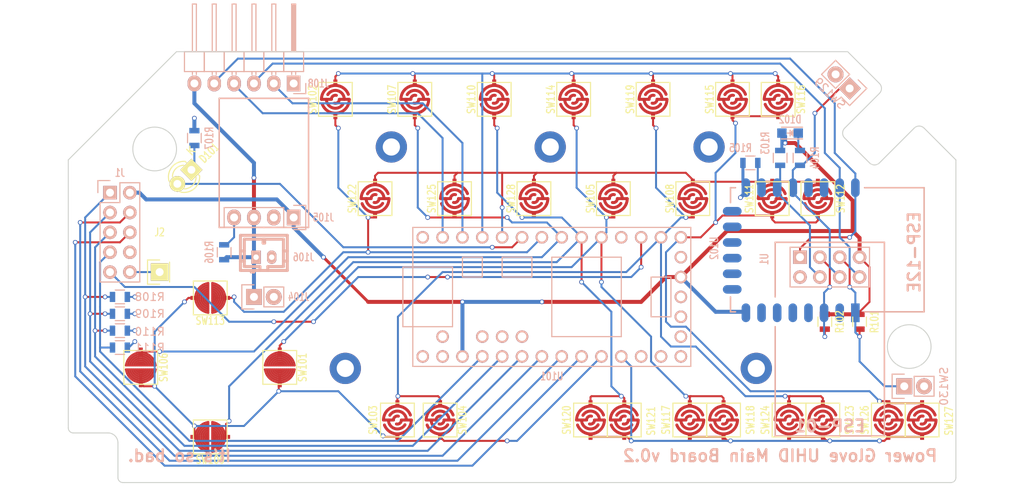
<source format=kicad_pcb>
(kicad_pcb (version 4) (host pcbnew 4.0.2-stable)

  (general
    (links 119)
    (no_connects 21)
    (area 95.567499 63.817499 209.232501 119.062501)
    (thickness 1.6)
    (drawings 45)
    (tracks 494)
    (zones 0)
    (modules 57)
    (nets 60)
  )

  (page USLetter)
  (title_block
    (title "Power Glove UHID Main Board")
    (date 2016-03-24)
    (rev 0.1)
  )

  (layers
    (0 Top signal)
    (31 Bottom signal)
    (32 B.Adhes user)
    (33 F.Adhes user)
    (34 B.Paste user)
    (35 F.Paste user)
    (36 B.SilkS user)
    (37 F.SilkS user)
    (38 B.Mask user)
    (39 F.Mask user)
    (40 Dwgs.User user)
    (41 Cmts.User user)
    (42 Eco1.User user)
    (43 Eco2.User user)
    (44 Edge.Cuts user)
    (45 Margin user)
    (46 B.CrtYd user)
    (47 F.CrtYd user)
    (48 B.Fab user)
    (49 F.Fab user)
  )

  (setup
    (last_trace_width 0.254)
    (user_trace_width 0.254)
    (user_trace_width 0.381)
    (user_trace_width 0.508)
    (user_trace_width 1.016)
    (trace_clearance 0.2032)
    (zone_clearance 0.3048)
    (zone_45_only yes)
    (trace_min 0.2)
    (segment_width 0.2)
    (edge_width 0.127)
    (via_size 0.6)
    (via_drill 0.4)
    (via_min_size 0.4)
    (via_min_drill 0.3)
    (uvia_size 0.3)
    (uvia_drill 0.1)
    (uvias_allowed no)
    (uvia_min_size 0.2)
    (uvia_min_drill 0.1)
    (pcb_text_width 0.3)
    (pcb_text_size 1.5 1.5)
    (mod_edge_width 0.15)
    (mod_text_size 0.75 1)
    (mod_text_width 0.15)
    (pad_size 2.3 2.3)
    (pad_drill 2.3)
    (pad_to_mask_clearance 0.2)
    (aux_axis_origin 0 0)
    (grid_origin 203.2 101.6)
    (visible_elements 7FFFFFFF)
    (pcbplotparams
      (layerselection 0x010fc_80000001)
      (usegerberextensions true)
      (excludeedgelayer true)
      (linewidth 0.100000)
      (plotframeref false)
      (viasonmask false)
      (mode 1)
      (useauxorigin false)
      (hpglpennumber 1)
      (hpglpenspeed 20)
      (hpglpendiameter 15)
      (hpglpenoverlay 2)
      (psnegative false)
      (psa4output false)
      (plotreference true)
      (plotvalue false)
      (plotinvisibletext false)
      (padsonsilk false)
      (subtractmaskfromsilk false)
      (outputformat 1)
      (mirror false)
      (drillshape 0)
      (scaleselection 1)
      (outputdirectory gerbers/main_board/))
  )

  (net 0 "")
  (net 1 GND)
  (net 2 +3.3V)
  (net 3 /ESP_TX)
  (net 4 /ESP_RX)
  (net 5 +BATT)
  (net 6 /FLEX1)
  (net 7 /FLEX2)
  (net 8 /I2C_SCL)
  (net 9 /FLEX3)
  (net 10 /I2C_SDA)
  (net 11 /FLEX4)
  (net 12 /KM_ROW1)
  (net 13 /KM_COL1)
  (net 14 /KM_ROW2)
  (net 15 /KM_ROW3)
  (net 16 /KM_COL2)
  (net 17 /KM_COL3)
  (net 18 /KM_COL4)
  (net 19 /KM_COL5)
  (net 20 /KM_COL6)
  (net 21 "Net-(D101-Pad1)")
  (net 22 "Net-(J105-Pad4)")
  (net 23 "Net-(U101-Pad15)")
  (net 24 "Net-(U101-Pad18)")
  (net 25 "Net-(U101-Pad19)")
  (net 26 "Net-(U101-Pad20)")
  (net 27 "Net-(U101-Pad21)")
  (net 28 "Net-(U101-Pad22)")
  (net 29 "Net-(D102-Pad1)")
  (net 30 "Net-(U102-Pad9)")
  (net 31 "Net-(U102-Pad10)")
  (net 32 "Net-(U102-Pad11)")
  (net 33 "Net-(U102-Pad12)")
  (net 34 "Net-(U102-Pad13)")
  (net 35 "Net-(U102-Pad14)")
  (net 36 "Net-(U102-Pad2)")
  (net 37 "Net-(U102-Pad4)")
  (net 38 "Net-(U102-Pad5)")
  (net 39 "Net-(U102-Pad6)")
  (net 40 "Net-(U102-Pad7)")
  (net 41 "Net-(U102-Pad19)")
  (net 42 "Net-(U102-Pad20)")
  (net 43 /KM_ROW4)
  (net 44 "Net-(U101-Pad33)")
  (net 45 "Net-(U101-Pad34)")
  (net 46 "Net-(U101-Pad35)")
  (net 47 "Net-(U101-Pad36)")
  (net 48 "Net-(U101-Pad37)")
  (net 49 /STATUS_LED)
  (net 50 /TEENSY_RX)
  (net 51 /TEENSY_TX)
  (net 52 "Net-(U101-Pad11)")
  (net 53 /BUZZER)
  (net 54 "Net-(J1-Pad10)")
  (net 55 /ESP_RESET)
  (net 56 /ESP_EN)
  (net 57 /ESP_GPIO2)
  (net 58 /ESP_GPIO0)
  (net 59 /ESP_GPIO15)

  (net_class Default "This is the default net class."
    (clearance 0.2032)
    (trace_width 0.254)
    (via_dia 0.6)
    (via_drill 0.4)
    (uvia_dia 0.3)
    (uvia_drill 0.1)
    (add_net /BUZZER)
    (add_net /ESP_EN)
    (add_net /ESP_GPIO0)
    (add_net /ESP_GPIO15)
    (add_net /ESP_GPIO2)
    (add_net /ESP_RESET)
    (add_net /ESP_RX)
    (add_net /ESP_TX)
    (add_net /FLEX1)
    (add_net /FLEX2)
    (add_net /FLEX3)
    (add_net /FLEX4)
    (add_net /I2C_SCL)
    (add_net /I2C_SDA)
    (add_net /KM_COL1)
    (add_net /KM_COL2)
    (add_net /KM_COL3)
    (add_net /KM_COL4)
    (add_net /KM_COL5)
    (add_net /KM_COL6)
    (add_net /KM_ROW1)
    (add_net /KM_ROW2)
    (add_net /KM_ROW3)
    (add_net /KM_ROW4)
    (add_net /STATUS_LED)
    (add_net /TEENSY_RX)
    (add_net /TEENSY_TX)
    (add_net "Net-(D101-Pad1)")
    (add_net "Net-(D102-Pad1)")
    (add_net "Net-(J1-Pad10)")
    (add_net "Net-(J105-Pad4)")
    (add_net "Net-(U101-Pad11)")
    (add_net "Net-(U101-Pad15)")
    (add_net "Net-(U101-Pad18)")
    (add_net "Net-(U101-Pad19)")
    (add_net "Net-(U101-Pad20)")
    (add_net "Net-(U101-Pad21)")
    (add_net "Net-(U101-Pad22)")
    (add_net "Net-(U101-Pad33)")
    (add_net "Net-(U101-Pad34)")
    (add_net "Net-(U101-Pad35)")
    (add_net "Net-(U101-Pad36)")
    (add_net "Net-(U101-Pad37)")
    (add_net "Net-(U102-Pad10)")
    (add_net "Net-(U102-Pad11)")
    (add_net "Net-(U102-Pad12)")
    (add_net "Net-(U102-Pad13)")
    (add_net "Net-(U102-Pad14)")
    (add_net "Net-(U102-Pad19)")
    (add_net "Net-(U102-Pad2)")
    (add_net "Net-(U102-Pad20)")
    (add_net "Net-(U102-Pad4)")
    (add_net "Net-(U102-Pad5)")
    (add_net "Net-(U102-Pad6)")
    (add_net "Net-(U102-Pad7)")
    (add_net "Net-(U102-Pad9)")
  )

  (net_class Power ""
    (clearance 0.254)
    (trace_width 0.508)
    (via_dia 0.6)
    (via_drill 0.4)
    (uvia_dia 0.3)
    (uvia_drill 0.1)
    (add_net +3.3V)
    (add_net +BATT)
    (add_net GND)
  )

  (module ESP8266:ESP-01 (layer Bottom) (tedit 553C10FF) (tstamp 56EF7636)
    (at 189.23 90.17 270)
    (descr "Module, ESP-8266, ESP-01, 8 pin")
    (tags "Module ESP-8266 ESP8266")
    (path /56EF8259)
    (fp_text reference U1 (at 0.254 4.572 270) (layer B.SilkS)
      (effects (font (size 1 0.75) (thickness 0.15)) (justify mirror))
    )
    (fp_text value ESP-01v090 (at 12.192 -3.556 270) (layer B.Fab)
      (effects (font (size 1 1) (thickness 0.15)) (justify mirror))
    )
    (fp_line (start -1.778 3.302) (end 22.86 3.302) (layer B.Fab) (width 0.1524))
    (fp_line (start 22.86 3.302) (end 22.86 -10.922) (layer B.Fab) (width 0.1524))
    (fp_line (start 22.86 -10.922) (end -1.778 -10.922) (layer B.Fab) (width 0.1524))
    (fp_line (start -1.778 -10.922) (end -1.778 3.302) (layer B.Fab) (width 0.1524))
    (fp_line (start 1.27 1.27) (end -1.27 1.27) (layer B.SilkS) (width 0.1524))
    (fp_line (start -1.27 1.27) (end -1.27 -1.27) (layer B.SilkS) (width 0.1524))
    (fp_line (start -1.75 1.75) (end -1.75 -9.4) (layer B.CrtYd) (width 0.05))
    (fp_line (start 4.3 1.75) (end 4.3 -9.4) (layer B.CrtYd) (width 0.05))
    (fp_line (start -1.75 1.75) (end 4.3 1.75) (layer B.CrtYd) (width 0.05))
    (fp_line (start -1.75 -9.4) (end 4.3 -9.4) (layer B.CrtYd) (width 0.05))
    (fp_line (start -1.27 -1.27) (end -1.27 -8.89) (layer B.SilkS) (width 0.1524))
    (fp_line (start -1.27 -8.89) (end 3.81 -8.89) (layer B.SilkS) (width 0.1524))
    (fp_line (start 3.81 -8.89) (end 3.81 1.27) (layer B.SilkS) (width 0.1524))
    (fp_line (start 3.81 1.27) (end 1.27 1.27) (layer B.SilkS) (width 0.1524))
    (pad 1 thru_hole rect (at 0 0 270) (size 1.7272 1.7272) (drill 1.016) (layers *.Cu *.Mask B.SilkS)
      (net 3 /ESP_TX))
    (pad 2 thru_hole oval (at 2.54 0 270) (size 1.7272 1.7272) (drill 1.016) (layers *.Cu *.Mask B.SilkS)
      (net 1 GND))
    (pad 3 thru_hole oval (at 0 -2.54 270) (size 1.7272 1.7272) (drill 1.016) (layers *.Cu *.Mask B.SilkS)
      (net 56 /ESP_EN))
    (pad 4 thru_hole oval (at 2.54 -2.54 270) (size 1.7272 1.7272) (drill 1.016) (layers *.Cu *.Mask B.SilkS)
      (net 57 /ESP_GPIO2))
    (pad 5 thru_hole oval (at 0 -5.08 270) (size 1.7272 1.7272) (drill 1.016) (layers *.Cu *.Mask B.SilkS)
      (net 55 /ESP_RESET))
    (pad 6 thru_hole oval (at 2.54 -5.08 270) (size 1.7272 1.7272) (drill 1.016) (layers *.Cu *.Mask B.SilkS)
      (net 58 /ESP_GPIO0))
    (pad 7 thru_hole oval (at 0 -7.62 270) (size 1.7272 1.7272) (drill 1.016) (layers *.Cu *.Mask B.SilkS)
      (net 2 +3.3V))
    (pad 8 thru_hole oval (at 2.54 -7.62 270) (size 1.7272 1.7272) (drill 1.016) (layers *.Cu *.Mask B.SilkS)
      (net 4 /ESP_RX))
  )

  (module ESP8266:ESP-12E (layer Bottom) (tedit 559F8D21) (tstamp 56E13205)
    (at 196.31 97.28 90)
    (descr "Module, ESP-8266, ESP-12, 16 pad, SMD")
    (tags "Module ESP-8266 ESP8266")
    (path /56E11AB7)
    (fp_text reference U102 (at 8.255 -18.065 90) (layer B.SilkS)
      (effects (font (size 1 0.75) (thickness 0.15)) (justify mirror))
    )
    (fp_text value ESP-12E (at 8 -1 90) (layer B.Fab)
      (effects (font (size 1 1) (thickness 0.15)) (justify mirror))
    )
    (fp_line (start 16 8.4) (end 0 2.6) (layer B.CrtYd) (width 0.1524))
    (fp_line (start 0 8.4) (end 16 2.6) (layer B.CrtYd) (width 0.1524))
    (fp_text user "No Copper" (at 7.9 5.4 90) (layer B.CrtYd)
      (effects (font (size 1 1) (thickness 0.15)) (justify mirror))
    )
    (fp_line (start 0 8.4) (end 0 2.6) (layer B.CrtYd) (width 0.1524))
    (fp_line (start 0 2.6) (end 16 2.6) (layer B.CrtYd) (width 0.1524))
    (fp_line (start 16 2.6) (end 16 8.4) (layer B.CrtYd) (width 0.1524))
    (fp_line (start 16 8.4) (end 0 8.4) (layer B.CrtYd) (width 0.1524))
    (fp_line (start 16 8.4) (end 16 -15.6) (layer B.Fab) (width 0.1524))
    (fp_line (start 16 -15.6) (end 0 -15.6) (layer B.Fab) (width 0.1524))
    (fp_line (start 0 -15.6) (end 0 8.4) (layer B.Fab) (width 0.1524))
    (fp_line (start 0 8.4) (end 16 8.4) (layer B.Fab) (width 0.1524))
    (pad 9 smd oval (at 2.99 -15.75) (size 2.4 1.1) (layers Bottom B.Paste B.Mask)
      (net 30 "Net-(U102-Pad9)"))
    (pad 10 smd oval (at 4.99 -15.75) (size 2.4 1.1) (layers Bottom B.Paste B.Mask)
      (net 31 "Net-(U102-Pad10)"))
    (pad 11 smd oval (at 6.99 -15.75) (size 2.4 1.1) (layers Bottom B.Paste B.Mask)
      (net 32 "Net-(U102-Pad11)"))
    (pad 12 smd oval (at 8.99 -15.75) (size 2.4 1.1) (layers Bottom B.Paste B.Mask)
      (net 33 "Net-(U102-Pad12)"))
    (pad 13 smd oval (at 10.99 -15.75) (size 2.4 1.1) (layers Bottom B.Paste B.Mask)
      (net 34 "Net-(U102-Pad13)"))
    (pad 14 smd oval (at 12.99 -15.75) (size 2.4 1.1) (layers Bottom B.Paste B.Mask)
      (net 35 "Net-(U102-Pad14)"))
    (pad 1 smd rect (at 0 0 90) (size 2.4 1.1) (layers Bottom B.Paste B.Mask)
      (net 55 /ESP_RESET))
    (pad 2 smd oval (at 0 -2 90) (size 2.4 1.1) (layers Bottom B.Paste B.Mask)
      (net 36 "Net-(U102-Pad2)"))
    (pad 3 smd oval (at 0 -4 90) (size 2.4 1.1) (layers Bottom B.Paste B.Mask)
      (net 56 /ESP_EN))
    (pad 4 smd oval (at 0 -6 90) (size 2.4 1.1) (layers Bottom B.Paste B.Mask)
      (net 37 "Net-(U102-Pad4)"))
    (pad 5 smd oval (at 0 -8 90) (size 2.4 1.1) (layers Bottom B.Paste B.Mask)
      (net 38 "Net-(U102-Pad5)"))
    (pad 6 smd oval (at 0 -10 90) (size 2.4 1.1) (layers Bottom B.Paste B.Mask)
      (net 39 "Net-(U102-Pad6)"))
    (pad 7 smd oval (at 0 -12 90) (size 2.4 1.1) (layers Bottom B.Paste B.Mask)
      (net 40 "Net-(U102-Pad7)"))
    (pad 8 smd oval (at 0 -14 90) (size 2.4 1.1) (layers Bottom B.Paste B.Mask)
      (net 2 +3.3V))
    (pad 15 smd oval (at 16 -14 90) (size 2.4 1.1) (layers Bottom B.Paste B.Mask)
      (net 1 GND))
    (pad 16 smd oval (at 16 -12 90) (size 2.4 1.1) (layers Bottom B.Paste B.Mask)
      (net 59 /ESP_GPIO15))
    (pad 17 smd oval (at 16 -10 90) (size 2.4 1.1) (layers Bottom B.Paste B.Mask)
      (net 57 /ESP_GPIO2))
    (pad 18 smd oval (at 16 -8 90) (size 2.4 1.1) (layers Bottom B.Paste B.Mask)
      (net 58 /ESP_GPIO0))
    (pad 19 smd oval (at 16 -6 90) (size 2.4 1.1) (layers Bottom B.Paste B.Mask)
      (net 41 "Net-(U102-Pad19)"))
    (pad 20 smd oval (at 16 -4 90) (size 2.4 1.1) (layers Bottom B.Paste B.Mask)
      (net 42 "Net-(U102-Pad20)"))
    (pad 21 smd oval (at 16 -2 90) (size 2.4 1.1) (layers Bottom B.Paste B.Mask)
      (net 4 /ESP_RX))
    (pad 22 smd oval (at 16 0 90) (size 2.4 1.1) (layers Bottom B.Paste B.Mask)
      (net 3 /ESP_TX))
    (model C:/Users/Nolan/Dropbox/Kicad/models/ESP8266.3dshapes/ESP-12.wrl
      (at (xyz 0.04 0 0))
      (scale (xyz 0.39 0.39 0.39))
      (rotate (xyz 0 0 0))
    )
  )

  (module Teensy:Teensy3.x_LC (layer Bottom) (tedit 55FF36AE) (tstamp 56E513E4)
    (at 157.48 95.25)
    (path /56E50DDC)
    (fp_text reference U101 (at 0 10.16) (layer B.SilkS)
      (effects (font (size 1 0.75) (thickness 0.15)) (justify mirror))
    )
    (fp_text value Teensy-LC (at 0 -10.16) (layer B.Fab)
      (effects (font (size 1 1) (thickness 0.15)) (justify mirror))
    )
    (fp_line (start -17.78 -3.81) (end -19.05 -3.81) (layer B.SilkS) (width 0.15))
    (fp_line (start -19.05 -3.81) (end -19.05 3.81) (layer B.SilkS) (width 0.15))
    (fp_line (start -19.05 3.81) (end -17.78 3.81) (layer B.SilkS) (width 0.15))
    (fp_line (start -6.35 -5.08) (end -2.54 -5.08) (layer B.SilkS) (width 0.15))
    (fp_line (start -2.54 -5.08) (end -2.54 -2.54) (layer B.SilkS) (width 0.15))
    (fp_line (start -2.54 -2.54) (end -6.35 -2.54) (layer B.SilkS) (width 0.15))
    (fp_line (start -6.35 -2.54) (end -6.35 -5.08) (layer B.SilkS) (width 0.15))
    (fp_line (start -12.7 -3.81) (end -12.7 3.81) (layer B.SilkS) (width 0.15))
    (fp_line (start -12.7 3.81) (end -17.78 3.81) (layer B.SilkS) (width 0.15))
    (fp_line (start -12.7 -3.81) (end -17.78 -3.81) (layer B.SilkS) (width 0.15))
    (fp_line (start -11.43 -5.08) (end -8.89 -5.08) (layer B.SilkS) (width 0.15))
    (fp_line (start -8.89 -5.08) (end -8.89 -2.54) (layer B.SilkS) (width 0.15))
    (fp_line (start -8.89 -2.54) (end -11.43 -2.54) (layer B.SilkS) (width 0.15))
    (fp_line (start -11.43 -2.54) (end -11.43 -5.08) (layer B.SilkS) (width 0.15))
    (fp_line (start 15.24 2.54) (end 15.24 -2.54) (layer B.SilkS) (width 0.15))
    (fp_line (start 15.24 -2.54) (end 12.7 -2.54) (layer B.SilkS) (width 0.15))
    (fp_line (start 12.7 -2.54) (end 12.7 2.54) (layer B.SilkS) (width 0.15))
    (fp_line (start 12.7 2.54) (end 15.24 2.54) (layer B.SilkS) (width 0.15))
    (fp_line (start 8.89 -5.08) (end 8.89 5.08) (layer B.SilkS) (width 0.15))
    (fp_line (start 0 5.08) (end 0 -5.08) (layer B.SilkS) (width 0.15))
    (fp_line (start 8.89 5.08) (end 0 5.08) (layer B.SilkS) (width 0.15))
    (fp_line (start 8.89 -5.08) (end 0 -5.08) (layer B.SilkS) (width 0.15))
    (fp_line (start -17.78 8.89) (end 17.78 8.89) (layer B.SilkS) (width 0.15))
    (fp_line (start 17.78 8.89) (end 17.78 -8.89) (layer B.SilkS) (width 0.15))
    (fp_line (start 17.78 -8.89) (end -17.78 -8.89) (layer B.SilkS) (width 0.15))
    (fp_line (start -17.78 -8.89) (end -17.78 8.89) (layer B.SilkS) (width 0.15))
    (pad 17 thru_hole circle (at 16.51 0) (size 1.6 1.6) (drill 1.1) (layers *.Cu *.Mask B.SilkS)
      (net 1 GND))
    (pad 18 thru_hole circle (at 16.51 2.54) (size 1.6 1.6) (drill 1.1) (layers *.Cu *.Mask B.SilkS)
      (net 24 "Net-(U101-Pad18)"))
    (pad 19 thru_hole circle (at 16.51 5.08) (size 1.6 1.6) (drill 1.1) (layers *.Cu *.Mask B.SilkS)
      (net 25 "Net-(U101-Pad19)"))
    (pad 20 thru_hole circle (at 16.51 7.62) (size 1.6 1.6) (drill 1.1) (layers *.Cu *.Mask B.SilkS)
      (net 26 "Net-(U101-Pad20)"))
    (pad 16 thru_hole circle (at 16.51 -2.54) (size 1.6 1.6) (drill 1.1) (layers *.Cu *.Mask B.SilkS)
      (net 2 +3.3V))
    (pad 15 thru_hole circle (at 16.51 -5.08) (size 1.6 1.6) (drill 1.1) (layers *.Cu *.Mask B.SilkS)
      (net 23 "Net-(U101-Pad15)"))
    (pad 14 thru_hole circle (at 16.51 -7.62) (size 1.6 1.6) (drill 1.1) (layers *.Cu *.Mask B.SilkS)
      (net 20 /KM_COL6))
    (pad 21 thru_hole circle (at 13.97 7.62) (size 1.6 1.6) (drill 1.1) (layers *.Cu *.Mask B.SilkS)
      (net 27 "Net-(U101-Pad21)"))
    (pad 22 thru_hole circle (at 11.43 7.62) (size 1.6 1.6) (drill 1.1) (layers *.Cu *.Mask B.SilkS)
      (net 28 "Net-(U101-Pad22)"))
    (pad 23 thru_hole circle (at 8.89 7.62) (size 1.6 1.6) (drill 1.1) (layers *.Cu *.Mask B.SilkS)
      (net 43 /KM_ROW4))
    (pad 24 thru_hole circle (at 6.35 7.62) (size 1.6 1.6) (drill 1.1) (layers *.Cu *.Mask B.SilkS)
      (net 15 /KM_ROW3))
    (pad 25 thru_hole circle (at 3.81 7.62) (size 1.6 1.6) (drill 1.1) (layers *.Cu *.Mask B.SilkS)
      (net 10 /I2C_SDA))
    (pad 26 thru_hole circle (at 1.27 7.62) (size 1.6 1.6) (drill 1.1) (layers *.Cu *.Mask B.SilkS)
      (net 8 /I2C_SCL))
    (pad 27 thru_hole circle (at -1.27 7.62) (size 1.6 1.6) (drill 1.1) (layers *.Cu *.Mask B.SilkS)
      (net 6 /FLEX1))
    (pad 28 thru_hole circle (at -3.81 7.62) (size 1.6 1.6) (drill 1.1) (layers *.Cu *.Mask B.SilkS)
      (net 7 /FLEX2))
    (pad 29 thru_hole circle (at -6.35 7.62) (size 1.6 1.6) (drill 1.1) (layers *.Cu *.Mask B.SilkS)
      (net 9 /FLEX3))
    (pad 30 thru_hole circle (at -8.89 7.62) (size 1.6 1.6) (drill 1.1) (layers *.Cu *.Mask B.SilkS)
      (net 11 /FLEX4))
    (pad 31 thru_hole circle (at -11.43 7.62) (size 1.6 1.6) (drill 1.1) (layers *.Cu *.Mask B.SilkS)
      (net 2 +3.3V))
    (pad 32 thru_hole circle (at -13.97 7.62) (size 1.6 1.6) (drill 1.1) (layers *.Cu *.Mask B.SilkS)
      (net 1 GND))
    (pad 33 thru_hole circle (at -16.51 7.62) (size 1.6 1.6) (drill 1.1) (layers *.Cu *.Mask B.SilkS)
      (net 44 "Net-(U101-Pad33)"))
    (pad 34 thru_hole circle (at -13.97 5.08) (size 1.6 1.6) (drill 1.1) (layers *.Cu *.Mask B.SilkS)
      (net 45 "Net-(U101-Pad34)"))
    (pad 35 thru_hole circle (at -8.89 5.08) (size 1.6 1.6) (drill 1.1) (layers *.Cu *.Mask B.SilkS)
      (net 46 "Net-(U101-Pad35)"))
    (pad 36 thru_hole circle (at -6.35 5.08) (size 1.6 1.6) (drill 1.1) (layers *.Cu *.Mask B.SilkS)
      (net 47 "Net-(U101-Pad36)"))
    (pad 37 thru_hole circle (at -3.81 5.08) (size 1.6 1.6) (drill 1.1) (layers *.Cu *.Mask B.SilkS)
      (net 48 "Net-(U101-Pad37)"))
    (pad 13 thru_hole circle (at 13.97 -7.62) (size 1.6 1.6) (drill 1.1) (layers *.Cu *.Mask B.SilkS)
      (net 19 /KM_COL5))
    (pad 12 thru_hole circle (at 11.43 -7.62) (size 1.6 1.6) (drill 1.1) (layers *.Cu *.Mask B.SilkS)
      (net 53 /BUZZER))
    (pad 11 thru_hole circle (at 8.89 -7.62) (size 1.6 1.6) (drill 1.1) (layers *.Cu *.Mask B.SilkS)
      (net 52 "Net-(U101-Pad11)"))
    (pad 10 thru_hole circle (at 6.35 -7.62) (size 1.6 1.6) (drill 1.1) (layers *.Cu *.Mask B.SilkS)
      (net 18 /KM_COL4))
    (pad 9 thru_hole circle (at 3.81 -7.62) (size 1.6 1.6) (drill 1.1) (layers *.Cu *.Mask B.SilkS)
      (net 17 /KM_COL3))
    (pad 8 thru_hole circle (at 1.27 -7.62) (size 1.6 1.6) (drill 1.1) (layers *.Cu *.Mask B.SilkS)
      (net 16 /KM_COL2))
    (pad 7 thru_hole circle (at -1.27 -7.62) (size 1.6 1.6) (drill 1.1) (layers *.Cu *.Mask B.SilkS)
      (net 13 /KM_COL1))
    (pad 6 thru_hole circle (at -3.81 -7.62) (size 1.6 1.6) (drill 1.1) (layers *.Cu *.Mask B.SilkS)
      (net 49 /STATUS_LED))
    (pad 5 thru_hole circle (at -6.35 -7.62) (size 1.6 1.6) (drill 1.1) (layers *.Cu *.Mask B.SilkS)
      (net 14 /KM_ROW2))
    (pad 4 thru_hole circle (at -8.89 -7.62) (size 1.6 1.6) (drill 1.1) (layers *.Cu *.Mask B.SilkS)
      (net 12 /KM_ROW1))
    (pad 3 thru_hole circle (at -11.43 -7.62) (size 1.6 1.6) (drill 1.1) (layers *.Cu *.Mask B.SilkS)
      (net 51 /TEENSY_TX))
    (pad 2 thru_hole circle (at -13.97 -7.62) (size 1.6 1.6) (drill 1.1) (layers *.Cu *.Mask B.SilkS)
      (net 50 /TEENSY_RX))
    (pad 1 thru_hole circle (at -16.51 -7.62) (size 1.6 1.6) (drill 1.1) (layers *.Cu *.Mask B.SilkS)
      (net 1 GND))
    (model C:/Users/Nolan/Downloads/Teensy-3.1.wrl
      (at (xyz 0 0 0))
      (scale (xyz 10 10 10))
      (rotate (xyz 0 0 0))
    )
  )

  (module Socket_Strips:Socket_Strip_Straight_1x04 (layer Bottom) (tedit 0) (tstamp 56E13106)
    (at 124.46 85.09 180)
    (descr "Through hole socket strip")
    (tags "socket strip")
    (path /56E120F3)
    (fp_text reference J105 (at -3.81 0 180) (layer B.SilkS)
      (effects (font (size 1 0.75) (thickness 0.15)) (justify mirror))
    )
    (fp_text value HEADER_4 (at 0 3.1 180) (layer B.Fab)
      (effects (font (size 1 1) (thickness 0.15)) (justify mirror))
    )
    (fp_line (start -1.75 1.75) (end -1.75 -1.75) (layer B.CrtYd) (width 0.05))
    (fp_line (start 9.4 1.75) (end 9.4 -1.75) (layer B.CrtYd) (width 0.05))
    (fp_line (start -1.75 1.75) (end 9.4 1.75) (layer B.CrtYd) (width 0.05))
    (fp_line (start -1.75 -1.75) (end 9.4 -1.75) (layer B.CrtYd) (width 0.05))
    (fp_line (start 1.27 1.27) (end 8.89 1.27) (layer B.SilkS) (width 0.15))
    (fp_line (start 1.27 -1.27) (end 8.89 -1.27) (layer B.SilkS) (width 0.15))
    (fp_line (start -1.55 -1.55) (end 0 -1.55) (layer B.SilkS) (width 0.15))
    (fp_line (start 8.89 1.27) (end 8.89 -1.27) (layer B.SilkS) (width 0.15))
    (fp_line (start 1.27 -1.27) (end 1.27 1.27) (layer B.SilkS) (width 0.15))
    (fp_line (start 0 1.55) (end -1.55 1.55) (layer B.SilkS) (width 0.15))
    (fp_line (start -1.55 1.55) (end -1.55 -1.55) (layer B.SilkS) (width 0.15))
    (pad 1 thru_hole rect (at 0 0 180) (size 1.7272 2.032) (drill 1.016) (layers *.Cu *.Mask B.SilkS)
      (net 2 +3.3V))
    (pad 2 thru_hole oval (at 2.54 0 180) (size 1.7272 2.032) (drill 1.016) (layers *.Cu *.Mask B.SilkS)
      (net 1 GND))
    (pad 3 thru_hole oval (at 5.08 0 180) (size 1.7272 2.032) (drill 1.016) (layers *.Cu *.Mask B.SilkS)
      (net 5 +BATT))
    (pad 4 thru_hole oval (at 7.62 0 180) (size 1.7272 2.032) (drill 1.016) (layers *.Cu *.Mask B.SilkS)
      (net 22 "Net-(J105-Pad4)"))
  )

  (module Resistors_SMD:R_0805 (layer Bottom) (tedit 5415CDEB) (tstamp 56E13138)
    (at 189.23 77.47 270)
    (descr "Resistor SMD 0805, reflow soldering, Vishay (see dcrcw.pdf)")
    (tags "resistor 0805")
    (path /56E146F6)
    (attr smd)
    (fp_text reference R104 (at 0 -1.905 270) (layer B.SilkS)
      (effects (font (size 1 0.75) (thickness 0.15)) (justify mirror))
    )
    (fp_text value 1k (at 0 -2.1 270) (layer B.Fab)
      (effects (font (size 1 1) (thickness 0.15)) (justify mirror))
    )
    (fp_line (start -1.6 1) (end 1.6 1) (layer B.CrtYd) (width 0.05))
    (fp_line (start -1.6 -1) (end 1.6 -1) (layer B.CrtYd) (width 0.05))
    (fp_line (start -1.6 1) (end -1.6 -1) (layer B.CrtYd) (width 0.05))
    (fp_line (start 1.6 1) (end 1.6 -1) (layer B.CrtYd) (width 0.05))
    (fp_line (start 0.6 -0.875) (end -0.6 -0.875) (layer B.SilkS) (width 0.15))
    (fp_line (start -0.6 0.875) (end 0.6 0.875) (layer B.SilkS) (width 0.15))
    (pad 1 smd rect (at -0.95 0 270) (size 0.7 1.3) (layers Bottom B.Paste B.Mask)
      (net 29 "Net-(D102-Pad1)"))
    (pad 2 smd rect (at 0.95 0 270) (size 0.7 1.3) (layers Bottom B.Paste B.Mask)
      (net 58 /ESP_GPIO0))
    (model Resistors_SMD.3dshapes/R_0805.wrl
      (at (xyz 0 0 0))
      (scale (xyz 1 1 1))
      (rotate (xyz 0 0 0))
    )
  )

  (module Resistors_SMD:R_0805 (layer Top) (tedit 56EF876E) (tstamp 56E13128)
    (at 192.405 98.425 270)
    (descr "Resistor SMD 0805, reflow soldering, Vishay (see dcrcw.pdf)")
    (tags "resistor 0805")
    (path /56E13ACF)
    (attr smd)
    (fp_text reference R102 (at 0 -1.905 270) (layer F.SilkS)
      (effects (font (size 1 0.75) (thickness 0.15)))
    )
    (fp_text value 10k (at 0 2.1 270) (layer F.Fab)
      (effects (font (size 1 1) (thickness 0.15)))
    )
    (fp_line (start -1.6 -1) (end 1.6 -1) (layer F.CrtYd) (width 0.05))
    (fp_line (start -1.6 1) (end 1.6 1) (layer F.CrtYd) (width 0.05))
    (fp_line (start -1.6 -1) (end -1.6 1) (layer F.CrtYd) (width 0.05))
    (fp_line (start 1.6 -1) (end 1.6 1) (layer F.CrtYd) (width 0.05))
    (fp_line (start 0.6 0.875) (end -0.6 0.875) (layer F.SilkS) (width 0.15))
    (fp_line (start -0.6 -0.875) (end 0.6 -0.875) (layer F.SilkS) (width 0.15))
    (pad 1 smd rect (at -0.95 0 270) (size 0.7 1.3) (layers Top F.Paste F.Mask)
      (net 2 +3.3V))
    (pad 2 smd rect (at 0.95 0 270) (size 0.7 1.3) (layers Top F.Paste F.Mask)
      (net 56 /ESP_EN))
    (model Resistors_SMD.3dshapes/R_0805.wrl
      (at (xyz 0 0 0))
      (scale (xyz 1 1 1))
      (rotate (xyz 0 0 0))
    )
  )

  (module LEDs:LED-3MM (layer Top) (tedit 559B82F6) (tstamp 56E130D2)
    (at 111.379 78.994 225)
    (descr "LED 3mm round vertical")
    (tags "LED  3mm round vertical")
    (path /56E4F71B)
    (fp_text reference D101 (at -3.14309 -0.089803 225) (layer F.SilkS)
      (effects (font (size 1 0.75) (thickness 0.15)))
    )
    (fp_text value RED (at 1.3 -2.9 225) (layer F.Fab)
      (effects (font (size 1 1) (thickness 0.15)))
    )
    (fp_line (start -1.2 2.3) (end 3.8 2.3) (layer F.CrtYd) (width 0.05))
    (fp_line (start 3.8 2.3) (end 3.8 -2.2) (layer F.CrtYd) (width 0.05))
    (fp_line (start 3.8 -2.2) (end -1.2 -2.2) (layer F.CrtYd) (width 0.05))
    (fp_line (start -1.2 -2.2) (end -1.2 2.3) (layer F.CrtYd) (width 0.05))
    (fp_line (start -0.199 1.314) (end -0.199 1.114) (layer F.SilkS) (width 0.15))
    (fp_line (start -0.199 -1.28) (end -0.199 -1.1) (layer F.SilkS) (width 0.15))
    (fp_arc (start 1.301 0.034) (end -0.199 -1.286) (angle 108.5) (layer F.SilkS) (width 0.15))
    (fp_arc (start 1.301 0.034) (end 0.25 -1.1) (angle 85.7) (layer F.SilkS) (width 0.15))
    (fp_arc (start 1.311 0.034) (end 3.051 0.994) (angle 110) (layer F.SilkS) (width 0.15))
    (fp_arc (start 1.301 0.034) (end 2.335 1.094) (angle 87.5) (layer F.SilkS) (width 0.15))
    (fp_text user K (at -1.69 1.74 225) (layer F.SilkS)
      (effects (font (size 1 1) (thickness 0.15)))
    )
    (pad 1 thru_hole rect (at 0 0 315) (size 2 2) (drill 1.00076) (layers *.Cu *.Mask F.SilkS)
      (net 21 "Net-(D101-Pad1)"))
    (pad 2 thru_hole circle (at 2.54 0 225) (size 2 2) (drill 1.00076) (layers *.Cu *.Mask F.SilkS)
      (net 49 /STATUS_LED))
    (model LEDs.3dshapes/LED-3MM.wrl
      (at (xyz 0.05 0 0))
      (scale (xyz 1 1 1))
      (rotate (xyz 0 0 90))
    )
  )

  (module Socket_Strips:Socket_Strip_Straight_1x02 (layer Bottom) (tedit 54E9F75E) (tstamp 56E130FE)
    (at 119.38 95.25)
    (descr "Through hole socket strip")
    (tags "socket strip")
    (path /56E128F5)
    (fp_text reference J104 (at 5.715 0 180) (layer B.SilkS)
      (effects (font (size 1 0.75) (thickness 0.15)) (justify mirror))
    )
    (fp_text value HEADER_2 (at 0 3.1) (layer B.Fab)
      (effects (font (size 1 1) (thickness 0.15)) (justify mirror))
    )
    (fp_line (start -1.55 -1.55) (end 0 -1.55) (layer B.SilkS) (width 0.15))
    (fp_line (start 3.81 -1.27) (end 1.27 -1.27) (layer B.SilkS) (width 0.15))
    (fp_line (start -1.75 1.75) (end -1.75 -1.75) (layer B.CrtYd) (width 0.05))
    (fp_line (start 4.3 1.75) (end 4.3 -1.75) (layer B.CrtYd) (width 0.05))
    (fp_line (start -1.75 1.75) (end 4.3 1.75) (layer B.CrtYd) (width 0.05))
    (fp_line (start -1.75 -1.75) (end 4.3 -1.75) (layer B.CrtYd) (width 0.05))
    (fp_line (start 1.27 -1.27) (end 1.27 1.27) (layer B.SilkS) (width 0.15))
    (fp_line (start 0 1.55) (end -1.55 1.55) (layer B.SilkS) (width 0.15))
    (fp_line (start -1.55 1.55) (end -1.55 -1.55) (layer B.SilkS) (width 0.15))
    (fp_line (start 1.27 1.27) (end 3.81 1.27) (layer B.SilkS) (width 0.15))
    (fp_line (start 3.81 1.27) (end 3.81 -1.27) (layer B.SilkS) (width 0.15))
    (pad 1 thru_hole rect (at 0 0) (size 2.032 2.032) (drill 1.016) (layers *.Cu *.Mask B.SilkS)
      (net 5 +BATT))
    (pad 2 thru_hole oval (at 2.54 0) (size 2.032 2.032) (drill 1.016) (layers *.Cu *.Mask B.SilkS)
      (net 1 GND))
  )

  (module Resistors_SMD:R_0805 (layer Top) (tedit 5415CDEB) (tstamp 56E13123)
    (at 196.85 98.425 270)
    (descr "Resistor SMD 0805, reflow soldering, Vishay (see dcrcw.pdf)")
    (tags "resistor 0805")
    (path /56E14502)
    (attr smd)
    (fp_text reference R101 (at 0 -1.905 270) (layer F.SilkS)
      (effects (font (size 1 0.75) (thickness 0.15)))
    )
    (fp_text value 10k (at 0 2.1 270) (layer F.Fab)
      (effects (font (size 1 1) (thickness 0.15)))
    )
    (fp_line (start -1.6 -1) (end 1.6 -1) (layer F.CrtYd) (width 0.05))
    (fp_line (start -1.6 1) (end 1.6 1) (layer F.CrtYd) (width 0.05))
    (fp_line (start -1.6 -1) (end -1.6 1) (layer F.CrtYd) (width 0.05))
    (fp_line (start 1.6 -1) (end 1.6 1) (layer F.CrtYd) (width 0.05))
    (fp_line (start 0.6 0.875) (end -0.6 0.875) (layer F.SilkS) (width 0.15))
    (fp_line (start -0.6 -0.875) (end 0.6 -0.875) (layer F.SilkS) (width 0.15))
    (pad 1 smd rect (at -0.95 0 270) (size 0.7 1.3) (layers Top F.Paste F.Mask)
      (net 2 +3.3V))
    (pad 2 smd rect (at 0.95 0 270) (size 0.7 1.3) (layers Top F.Paste F.Mask)
      (net 55 /ESP_RESET))
    (model Resistors_SMD.3dshapes/R_0805.wrl
      (at (xyz 0 0 0))
      (scale (xyz 1 1 1))
      (rotate (xyz 0 0 0))
    )
  )

  (module Resistors_SMD:R_0805 (layer Bottom) (tedit 5415CDEB) (tstamp 56E13132)
    (at 186.69 77.47 270)
    (descr "Resistor SMD 0805, reflow soldering, Vishay (see dcrcw.pdf)")
    (tags "resistor 0805")
    (path /56E13C59)
    (attr smd)
    (fp_text reference R103 (at -1.905 1.905 270) (layer B.SilkS)
      (effects (font (size 1 0.75) (thickness 0.15)) (justify mirror))
    )
    (fp_text value 10k (at 0 -2.1 270) (layer B.Fab)
      (effects (font (size 1 1) (thickness 0.15)) (justify mirror))
    )
    (fp_line (start -1.6 1) (end 1.6 1) (layer B.CrtYd) (width 0.05))
    (fp_line (start -1.6 -1) (end 1.6 -1) (layer B.CrtYd) (width 0.05))
    (fp_line (start -1.6 1) (end -1.6 -1) (layer B.CrtYd) (width 0.05))
    (fp_line (start 1.6 1) (end 1.6 -1) (layer B.CrtYd) (width 0.05))
    (fp_line (start 0.6 -0.875) (end -0.6 -0.875) (layer B.SilkS) (width 0.15))
    (fp_line (start -0.6 0.875) (end 0.6 0.875) (layer B.SilkS) (width 0.15))
    (pad 1 smd rect (at -0.95 0 270) (size 0.7 1.3) (layers Bottom B.Paste B.Mask)
      (net 2 +3.3V))
    (pad 2 smd rect (at 0.95 0 270) (size 0.7 1.3) (layers Bottom B.Paste B.Mask)
      (net 57 /ESP_GPIO2))
    (model Resistors_SMD.3dshapes/R_0805.wrl
      (at (xyz 0 0 0))
      (scale (xyz 1 1 1))
      (rotate (xyz 0 0 0))
    )
  )

  (module Resistors_SMD:R_0805 (layer Bottom) (tedit 5415CDEB) (tstamp 56E1313E)
    (at 182.88 78.105 180)
    (descr "Resistor SMD 0805, reflow soldering, Vishay (see dcrcw.pdf)")
    (tags "resistor 0805")
    (path /56E14150)
    (attr smd)
    (fp_text reference R105 (at 1.27 1.905 180) (layer B.SilkS)
      (effects (font (size 1 0.75) (thickness 0.15)) (justify mirror))
    )
    (fp_text value 10k (at 0 -2.1 180) (layer B.Fab)
      (effects (font (size 1 1) (thickness 0.15)) (justify mirror))
    )
    (fp_line (start -1.6 1) (end 1.6 1) (layer B.CrtYd) (width 0.05))
    (fp_line (start -1.6 -1) (end 1.6 -1) (layer B.CrtYd) (width 0.05))
    (fp_line (start -1.6 1) (end -1.6 -1) (layer B.CrtYd) (width 0.05))
    (fp_line (start 1.6 1) (end 1.6 -1) (layer B.CrtYd) (width 0.05))
    (fp_line (start 0.6 -0.875) (end -0.6 -0.875) (layer B.SilkS) (width 0.15))
    (fp_line (start -0.6 0.875) (end 0.6 0.875) (layer B.SilkS) (width 0.15))
    (pad 1 smd rect (at -0.95 0 180) (size 0.7 1.3) (layers Bottom B.Paste B.Mask)
      (net 59 /ESP_GPIO15))
    (pad 2 smd rect (at 0.95 0 180) (size 0.7 1.3) (layers Bottom B.Paste B.Mask)
      (net 1 GND))
    (model Resistors_SMD.3dshapes/R_0805.wrl
      (at (xyz 0 0 0))
      (scale (xyz 1 1 1))
      (rotate (xyz 0 0 0))
    )
  )

  (module Resistors_SMD:R_0805 (layer Bottom) (tedit 5415CDEB) (tstamp 56E13144)
    (at 115.57 89.535 90)
    (descr "Resistor SMD 0805, reflow soldering, Vishay (see dcrcw.pdf)")
    (tags "resistor 0805")
    (path /56E15A73)
    (attr smd)
    (fp_text reference R106 (at 0 -1.905 90) (layer B.SilkS)
      (effects (font (size 1 0.75) (thickness 0.15)) (justify mirror))
    )
    (fp_text value 10k (at 0 -2.1 90) (layer B.Fab)
      (effects (font (size 1 1) (thickness 0.15)) (justify mirror))
    )
    (fp_line (start -1.6 1) (end 1.6 1) (layer B.CrtYd) (width 0.05))
    (fp_line (start -1.6 -1) (end 1.6 -1) (layer B.CrtYd) (width 0.05))
    (fp_line (start -1.6 1) (end -1.6 -1) (layer B.CrtYd) (width 0.05))
    (fp_line (start 1.6 1) (end 1.6 -1) (layer B.CrtYd) (width 0.05))
    (fp_line (start 0.6 -0.875) (end -0.6 -0.875) (layer B.SilkS) (width 0.15))
    (fp_line (start -0.6 0.875) (end 0.6 0.875) (layer B.SilkS) (width 0.15))
    (pad 1 smd rect (at -0.95 0 90) (size 0.7 1.3) (layers Bottom B.Paste B.Mask)
      (net 5 +BATT))
    (pad 2 smd rect (at 0.95 0 90) (size 0.7 1.3) (layers Bottom B.Paste B.Mask)
      (net 22 "Net-(J105-Pad4)"))
    (model Resistors_SMD.3dshapes/R_0805.wrl
      (at (xyz 0 0 0))
      (scale (xyz 1 1 1))
      (rotate (xyz 0 0 0))
    )
  )

  (module conductive-button-pads:CONDUCTIVE-PAD-STANDARD-150MIL (layer Top) (tedit 56E3D932) (tstamp 56E3EC7E)
    (at 129.794 69.977)
    (path /56E1C75A)
    (fp_text reference SW102 (at -2.921 0 90) (layer F.SilkS)
      (effects (font (size 1 0.75) (thickness 0.15)))
    )
    (fp_text value SPST (at 0 -2.921) (layer F.Fab)
      (effects (font (size 1 1) (thickness 0.15)))
    )
    (fp_arc (start 0 0) (end 0.508 0) (angle 104) (layer Top) (width 0.381))
    (fp_arc (start 0 0) (end -1.143 0) (angle -147.9) (layer Top) (width 0.381))
    (fp_line (start -1.778 0) (end -0.508 0) (layer Top) (width 0.381))
    (fp_line (start 1.778 0) (end 0.508 0) (layer Top) (width 0.381))
    (fp_arc (start 0 0) (end 1.778 0) (angle 158.9625075) (layer Top) (width 0.381))
    (fp_line (start -2.159 -2.159) (end 0 -2.159) (layer F.SilkS) (width 0.15))
    (fp_line (start -2.159 2.159) (end -2.159 -2.159) (layer F.SilkS) (width 0.15))
    (fp_line (start 2.159 2.159) (end -2.159 2.159) (layer F.SilkS) (width 0.15))
    (fp_line (start 2.159 -2.159) (end 2.159 2.159) (layer F.SilkS) (width 0.15))
    (fp_line (start 0 -2.159) (end 2.159 -2.159) (layer F.SilkS) (width 0.15))
    (fp_arc (start 0 0) (end -1.778 0) (angle 158.9625075) (layer Top) (width 0.381))
    (fp_arc (start 0 0) (end 1.143 0) (angle -147.9) (layer Top) (width 0.381))
    (fp_arc (start 0.004104 -0.01509) (end -0.503896 -0.01509) (angle 104) (layer Top) (width 0.381))
    (pad 1 smd rect (at 0 -2.159) (size 0.508 0.762) (layers Top F.Paste F.Mask)
      (net 12 /KM_ROW1))
    (pad 2 smd rect (at 0 2.159) (size 0.508 0.762) (layers Top F.Paste F.Mask)
      (net 13 /KM_COL1))
    (pad 3 smd circle (at 0 0) (size 3.81 3.81) (layers F.Mask))
  )

  (module conductive-button-pads:CONDUCTIVE-PAD-STANDARD-150MIL (layer Top) (tedit 56E3D932) (tstamp 56E3ECA4)
    (at 137.7315 110.998 180)
    (path /56E442EA)
    (fp_text reference SW103 (at 3.1115 0 270) (layer F.SilkS)
      (effects (font (size 1 0.75) (thickness 0.15)))
    )
    (fp_text value SPST (at 0 -2.921 180) (layer F.Fab)
      (effects (font (size 1 1) (thickness 0.15)))
    )
    (fp_arc (start 0 0) (end 0.508 0) (angle 104) (layer Top) (width 0.381))
    (fp_arc (start 0 0) (end -1.143 0) (angle -147.9) (layer Top) (width 0.381))
    (fp_line (start -1.778 0) (end -0.508 0) (layer Top) (width 0.381))
    (fp_line (start 1.778 0) (end 0.508 0) (layer Top) (width 0.381))
    (fp_arc (start 0 0) (end 1.778 0) (angle 158.9625075) (layer Top) (width 0.381))
    (fp_line (start -2.159 -2.159) (end 0 -2.159) (layer F.SilkS) (width 0.15))
    (fp_line (start -2.159 2.159) (end -2.159 -2.159) (layer F.SilkS) (width 0.15))
    (fp_line (start 2.159 2.159) (end -2.159 2.159) (layer F.SilkS) (width 0.15))
    (fp_line (start 2.159 -2.159) (end 2.159 2.159) (layer F.SilkS) (width 0.15))
    (fp_line (start 0 -2.159) (end 2.159 -2.159) (layer F.SilkS) (width 0.15))
    (fp_arc (start 0 0) (end -1.778 0) (angle 158.9625075) (layer Top) (width 0.381))
    (fp_arc (start 0 0) (end 1.143 0) (angle -147.9) (layer Top) (width 0.381))
    (fp_arc (start 0.004104 -0.01509) (end -0.503896 -0.01509) (angle 104) (layer Top) (width 0.381))
    (pad 1 smd rect (at 0 -2.159 180) (size 0.508 0.762) (layers Top F.Paste F.Mask)
      (net 15 /KM_ROW3))
    (pad 2 smd rect (at 0 2.159 180) (size 0.508 0.762) (layers Top F.Paste F.Mask)
      (net 19 /KM_COL5))
    (pad 3 smd circle (at 0 0 180) (size 3.81 3.81) (layers F.Mask))
  )

  (module conductive-button-pads:CONDUCTIVE-PAD-STANDARD-150MIL (layer Top) (tedit 56E3D932) (tstamp 56E3ECB8)
    (at 143.1925 110.998 180)
    (path /56E44372)
    (fp_text reference SW104 (at -2.8575 0 270) (layer F.SilkS)
      (effects (font (size 1 0.75) (thickness 0.15)))
    )
    (fp_text value SPST (at 0 -2.921 180) (layer F.Fab)
      (effects (font (size 1 1) (thickness 0.15)))
    )
    (fp_arc (start 0 0) (end 0.508 0) (angle 104) (layer Top) (width 0.381))
    (fp_arc (start 0 0) (end -1.143 0) (angle -147.9) (layer Top) (width 0.381))
    (fp_line (start -1.778 0) (end -0.508 0) (layer Top) (width 0.381))
    (fp_line (start 1.778 0) (end 0.508 0) (layer Top) (width 0.381))
    (fp_arc (start 0 0) (end 1.778 0) (angle 158.9625075) (layer Top) (width 0.381))
    (fp_line (start -2.159 -2.159) (end 0 -2.159) (layer F.SilkS) (width 0.15))
    (fp_line (start -2.159 2.159) (end -2.159 -2.159) (layer F.SilkS) (width 0.15))
    (fp_line (start 2.159 2.159) (end -2.159 2.159) (layer F.SilkS) (width 0.15))
    (fp_line (start 2.159 -2.159) (end 2.159 2.159) (layer F.SilkS) (width 0.15))
    (fp_line (start 0 -2.159) (end 2.159 -2.159) (layer F.SilkS) (width 0.15))
    (fp_arc (start 0 0) (end -1.778 0) (angle 158.9625075) (layer Top) (width 0.381))
    (fp_arc (start 0 0) (end 1.143 0) (angle -147.9) (layer Top) (width 0.381))
    (fp_arc (start 0.004104 -0.01509) (end -0.503896 -0.01509) (angle 104) (layer Top) (width 0.381))
    (pad 1 smd rect (at 0 -2.159 180) (size 0.508 0.762) (layers Top F.Paste F.Mask)
      (net 15 /KM_ROW3))
    (pad 2 smd rect (at 0 2.159 180) (size 0.508 0.762) (layers Top F.Paste F.Mask)
      (net 19 /KM_COL5))
    (pad 3 smd circle (at 0 0 180) (size 3.81 3.81) (layers F.Mask))
  )

  (module conductive-button-pads:CONDUCTIVE-PAD-STANDARD-150MIL (layer Top) (tedit 56E3D932) (tstamp 56E3ECB9)
    (at 165.354 82.677)
    (path /56E1C795)
    (fp_text reference SW105 (at -2.921 0 90) (layer F.SilkS)
      (effects (font (size 1 0.75) (thickness 0.15)))
    )
    (fp_text value SPST (at 0 -2.921) (layer F.Fab)
      (effects (font (size 1 1) (thickness 0.15)))
    )
    (fp_arc (start 0 0) (end 0.508 0) (angle 104) (layer Top) (width 0.381))
    (fp_arc (start 0 0) (end -1.143 0) (angle -147.9) (layer Top) (width 0.381))
    (fp_line (start -1.778 0) (end -0.508 0) (layer Top) (width 0.381))
    (fp_line (start 1.778 0) (end 0.508 0) (layer Top) (width 0.381))
    (fp_arc (start 0 0) (end 1.778 0) (angle 158.9625075) (layer Top) (width 0.381))
    (fp_line (start -2.159 -2.159) (end 0 -2.159) (layer F.SilkS) (width 0.15))
    (fp_line (start -2.159 2.159) (end -2.159 -2.159) (layer F.SilkS) (width 0.15))
    (fp_line (start 2.159 2.159) (end -2.159 2.159) (layer F.SilkS) (width 0.15))
    (fp_line (start 2.159 -2.159) (end 2.159 2.159) (layer F.SilkS) (width 0.15))
    (fp_line (start 0 -2.159) (end 2.159 -2.159) (layer F.SilkS) (width 0.15))
    (fp_arc (start 0 0) (end -1.778 0) (angle 158.9625075) (layer Top) (width 0.381))
    (fp_arc (start 0 0) (end 1.143 0) (angle -147.9) (layer Top) (width 0.381))
    (fp_arc (start 0.004104 -0.01509) (end -0.503896 -0.01509) (angle 104) (layer Top) (width 0.381))
    (pad 1 smd rect (at 0 -2.159) (size 0.508 0.762) (layers Top F.Paste F.Mask)
      (net 14 /KM_ROW2))
    (pad 2 smd rect (at 0 2.159) (size 0.508 0.762) (layers Top F.Paste F.Mask)
      (net 18 /KM_COL4))
    (pad 3 smd circle (at 0 0) (size 3.81 3.81) (layers F.Mask))
  )

  (module conductive-button-pads:CONDUCTIVE-PAD-STANDARD-150MIL (layer Top) (tedit 56E3D932) (tstamp 56E3ECE8)
    (at 139.954 69.977)
    (path /56E1D5B3)
    (fp_text reference SW107 (at -2.921 0 90) (layer F.SilkS)
      (effects (font (size 1 0.75) (thickness 0.15)))
    )
    (fp_text value SPST (at 0 -2.921) (layer F.Fab)
      (effects (font (size 1 1) (thickness 0.15)))
    )
    (fp_arc (start 0 0) (end 0.508 0) (angle 104) (layer Top) (width 0.381))
    (fp_arc (start 0 0) (end -1.143 0) (angle -147.9) (layer Top) (width 0.381))
    (fp_line (start -1.778 0) (end -0.508 0) (layer Top) (width 0.381))
    (fp_line (start 1.778 0) (end 0.508 0) (layer Top) (width 0.381))
    (fp_arc (start 0 0) (end 1.778 0) (angle 158.9625075) (layer Top) (width 0.381))
    (fp_line (start -2.159 -2.159) (end 0 -2.159) (layer F.SilkS) (width 0.15))
    (fp_line (start -2.159 2.159) (end -2.159 -2.159) (layer F.SilkS) (width 0.15))
    (fp_line (start 2.159 2.159) (end -2.159 2.159) (layer F.SilkS) (width 0.15))
    (fp_line (start 2.159 -2.159) (end 2.159 2.159) (layer F.SilkS) (width 0.15))
    (fp_line (start 0 -2.159) (end 2.159 -2.159) (layer F.SilkS) (width 0.15))
    (fp_arc (start 0 0) (end -1.778 0) (angle 158.9625075) (layer Top) (width 0.381))
    (fp_arc (start 0 0) (end 1.143 0) (angle -147.9) (layer Top) (width 0.381))
    (fp_arc (start 0.004104 -0.01509) (end -0.503896 -0.01509) (angle 104) (layer Top) (width 0.381))
    (pad 1 smd rect (at 0 -2.159) (size 0.508 0.762) (layers Top F.Paste F.Mask)
      (net 12 /KM_ROW1))
    (pad 2 smd rect (at 0 2.159) (size 0.508 0.762) (layers Top F.Paste F.Mask)
      (net 16 /KM_COL2))
    (pad 3 smd circle (at 0 0) (size 3.81 3.81) (layers F.Mask))
  )

  (module conductive-button-pads:CONDUCTIVE-PAD-STANDARD-150MIL (layer Top) (tedit 56E3D932) (tstamp 56E3ECFB)
    (at 175.514 82.677)
    (path /56E1D5B9)
    (fp_text reference SW108 (at -2.921 0 90) (layer F.SilkS)
      (effects (font (size 1 0.75) (thickness 0.15)))
    )
    (fp_text value SPST (at 0 -2.921) (layer F.Fab)
      (effects (font (size 1 1) (thickness 0.15)))
    )
    (fp_arc (start 0 0) (end 0.508 0) (angle 104) (layer Top) (width 0.381))
    (fp_arc (start 0 0) (end -1.143 0) (angle -147.9) (layer Top) (width 0.381))
    (fp_line (start -1.778 0) (end -0.508 0) (layer Top) (width 0.381))
    (fp_line (start 1.778 0) (end 0.508 0) (layer Top) (width 0.381))
    (fp_arc (start 0 0) (end 1.778 0) (angle 158.9625075) (layer Top) (width 0.381))
    (fp_line (start -2.159 -2.159) (end 0 -2.159) (layer F.SilkS) (width 0.15))
    (fp_line (start -2.159 2.159) (end -2.159 -2.159) (layer F.SilkS) (width 0.15))
    (fp_line (start 2.159 2.159) (end -2.159 2.159) (layer F.SilkS) (width 0.15))
    (fp_line (start 2.159 -2.159) (end 2.159 2.159) (layer F.SilkS) (width 0.15))
    (fp_line (start 0 -2.159) (end 2.159 -2.159) (layer F.SilkS) (width 0.15))
    (fp_arc (start 0 0) (end -1.778 0) (angle 158.9625075) (layer Top) (width 0.381))
    (fp_arc (start 0 0) (end 1.143 0) (angle -147.9) (layer Top) (width 0.381))
    (fp_arc (start 0.004104 -0.01509) (end -0.503896 -0.01509) (angle 104) (layer Top) (width 0.381))
    (pad 1 smd rect (at 0 -2.159) (size 0.508 0.762) (layers Top F.Paste F.Mask)
      (net 14 /KM_ROW2))
    (pad 2 smd rect (at 0 2.159) (size 0.508 0.762) (layers Top F.Paste F.Mask)
      (net 19 /KM_COL5))
    (pad 3 smd circle (at 0 0) (size 3.81 3.81) (layers F.Mask))
  )

  (module conductive-button-pads:CONDUCTIVE-PAD-STANDARD-150MIL (layer Top) (tedit 56E3D932) (tstamp 56E3ED2A)
    (at 150.114 69.977)
    (path /56E1D7A7)
    (fp_text reference SW110 (at -2.921 0 90) (layer F.SilkS)
      (effects (font (size 1 0.75) (thickness 0.15)))
    )
    (fp_text value SPST (at 0 -2.921) (layer F.Fab)
      (effects (font (size 1 1) (thickness 0.15)))
    )
    (fp_arc (start 0 0) (end 0.508 0) (angle 104) (layer Top) (width 0.381))
    (fp_arc (start 0 0) (end -1.143 0) (angle -147.9) (layer Top) (width 0.381))
    (fp_line (start -1.778 0) (end -0.508 0) (layer Top) (width 0.381))
    (fp_line (start 1.778 0) (end 0.508 0) (layer Top) (width 0.381))
    (fp_arc (start 0 0) (end 1.778 0) (angle 158.9625075) (layer Top) (width 0.381))
    (fp_line (start -2.159 -2.159) (end 0 -2.159) (layer F.SilkS) (width 0.15))
    (fp_line (start -2.159 2.159) (end -2.159 -2.159) (layer F.SilkS) (width 0.15))
    (fp_line (start 2.159 2.159) (end -2.159 2.159) (layer F.SilkS) (width 0.15))
    (fp_line (start 2.159 -2.159) (end 2.159 2.159) (layer F.SilkS) (width 0.15))
    (fp_line (start 0 -2.159) (end 2.159 -2.159) (layer F.SilkS) (width 0.15))
    (fp_arc (start 0 0) (end -1.778 0) (angle 158.9625075) (layer Top) (width 0.381))
    (fp_arc (start 0 0) (end 1.143 0) (angle -147.9) (layer Top) (width 0.381))
    (fp_arc (start 0.004104 -0.01509) (end -0.503896 -0.01509) (angle 104) (layer Top) (width 0.381))
    (pad 1 smd rect (at 0 -2.159) (size 0.508 0.762) (layers Top F.Paste F.Mask)
      (net 12 /KM_ROW1))
    (pad 2 smd rect (at 0 2.159) (size 0.508 0.762) (layers Top F.Paste F.Mask)
      (net 17 /KM_COL3))
    (pad 3 smd circle (at 0 0) (size 3.81 3.81) (layers F.Mask))
  )

  (module conductive-button-pads:CONDUCTIVE-PAD-STANDARD-150MIL (layer Top) (tedit 56E3D932) (tstamp 56E3ED3D)
    (at 185.674 82.677)
    (path /56E1D7AD)
    (fp_text reference SW111 (at -2.921 0 90) (layer F.SilkS)
      (effects (font (size 1 0.75) (thickness 0.15)))
    )
    (fp_text value SPST (at 0 -2.921) (layer F.Fab)
      (effects (font (size 1 1) (thickness 0.15)))
    )
    (fp_arc (start 0 0) (end 0.508 0) (angle 104) (layer Top) (width 0.381))
    (fp_arc (start 0 0) (end -1.143 0) (angle -147.9) (layer Top) (width 0.381))
    (fp_line (start -1.778 0) (end -0.508 0) (layer Top) (width 0.381))
    (fp_line (start 1.778 0) (end 0.508 0) (layer Top) (width 0.381))
    (fp_arc (start 0 0) (end 1.778 0) (angle 158.9625075) (layer Top) (width 0.381))
    (fp_line (start -2.159 -2.159) (end 0 -2.159) (layer F.SilkS) (width 0.15))
    (fp_line (start -2.159 2.159) (end -2.159 -2.159) (layer F.SilkS) (width 0.15))
    (fp_line (start 2.159 2.159) (end -2.159 2.159) (layer F.SilkS) (width 0.15))
    (fp_line (start 2.159 -2.159) (end 2.159 2.159) (layer F.SilkS) (width 0.15))
    (fp_line (start 0 -2.159) (end 2.159 -2.159) (layer F.SilkS) (width 0.15))
    (fp_arc (start 0 0) (end -1.778 0) (angle 158.9625075) (layer Top) (width 0.381))
    (fp_arc (start 0 0) (end 1.143 0) (angle -147.9) (layer Top) (width 0.381))
    (fp_arc (start 0.004104 -0.01509) (end -0.503896 -0.01509) (angle 104) (layer Top) (width 0.381))
    (pad 1 smd rect (at 0 -2.159) (size 0.508 0.762) (layers Top F.Paste F.Mask)
      (net 14 /KM_ROW2))
    (pad 2 smd rect (at 0 2.159) (size 0.508 0.762) (layers Top F.Paste F.Mask)
      (net 20 /KM_COL6))
    (pad 3 smd circle (at 0 0) (size 3.81 3.81) (layers F.Mask))
  )

  (module conductive-button-pads:CONDUCTIVE-PAD-STANDARD-150MIL (layer Top) (tedit 56E3D932) (tstamp 56E3ED63)
    (at 191.516 82.677)
    (path /56E42C8A)
    (fp_text reference SW112 (at 2.921 0 90) (layer F.SilkS)
      (effects (font (size 1 0.75) (thickness 0.15)))
    )
    (fp_text value SPST (at 0 -2.921) (layer F.Fab)
      (effects (font (size 1 1) (thickness 0.15)))
    )
    (fp_arc (start 0 0) (end 0.508 0) (angle 104) (layer Top) (width 0.381))
    (fp_arc (start 0 0) (end -1.143 0) (angle -147.9) (layer Top) (width 0.381))
    (fp_line (start -1.778 0) (end -0.508 0) (layer Top) (width 0.381))
    (fp_line (start 1.778 0) (end 0.508 0) (layer Top) (width 0.381))
    (fp_arc (start 0 0) (end 1.778 0) (angle 158.9625075) (layer Top) (width 0.381))
    (fp_line (start -2.159 -2.159) (end 0 -2.159) (layer F.SilkS) (width 0.15))
    (fp_line (start -2.159 2.159) (end -2.159 -2.159) (layer F.SilkS) (width 0.15))
    (fp_line (start 2.159 2.159) (end -2.159 2.159) (layer F.SilkS) (width 0.15))
    (fp_line (start 2.159 -2.159) (end 2.159 2.159) (layer F.SilkS) (width 0.15))
    (fp_line (start 0 -2.159) (end 2.159 -2.159) (layer F.SilkS) (width 0.15))
    (fp_arc (start 0 0) (end -1.778 0) (angle 158.9625075) (layer Top) (width 0.381))
    (fp_arc (start 0 0) (end 1.143 0) (angle -147.9) (layer Top) (width 0.381))
    (fp_arc (start 0.004104 -0.01509) (end -0.503896 -0.01509) (angle 104) (layer Top) (width 0.381))
    (pad 1 smd rect (at 0 -2.159) (size 0.508 0.762) (layers Top F.Paste F.Mask)
      (net 14 /KM_ROW2))
    (pad 2 smd rect (at 0 2.159) (size 0.508 0.762) (layers Top F.Paste F.Mask)
      (net 20 /KM_COL6))
    (pad 3 smd circle (at 0 0) (size 3.81 3.81) (layers F.Mask))
  )

  (module conductive-button-pads:CONDUCTIVE-PAD-STANDARD-150MIL (layer Top) (tedit 56E3D932) (tstamp 56E3ED80)
    (at 160.274 69.977)
    (path /56E1C84A)
    (fp_text reference SW114 (at -2.921 0 90) (layer F.SilkS)
      (effects (font (size 1 0.75) (thickness 0.15)))
    )
    (fp_text value SPST (at 0 -2.921) (layer F.Fab)
      (effects (font (size 1 1) (thickness 0.15)))
    )
    (fp_arc (start 0 0) (end 0.508 0) (angle 104) (layer Top) (width 0.381))
    (fp_arc (start 0 0) (end -1.143 0) (angle -147.9) (layer Top) (width 0.381))
    (fp_line (start -1.778 0) (end -0.508 0) (layer Top) (width 0.381))
    (fp_line (start 1.778 0) (end 0.508 0) (layer Top) (width 0.381))
    (fp_arc (start 0 0) (end 1.778 0) (angle 158.9625075) (layer Top) (width 0.381))
    (fp_line (start -2.159 -2.159) (end 0 -2.159) (layer F.SilkS) (width 0.15))
    (fp_line (start -2.159 2.159) (end -2.159 -2.159) (layer F.SilkS) (width 0.15))
    (fp_line (start 2.159 2.159) (end -2.159 2.159) (layer F.SilkS) (width 0.15))
    (fp_line (start 2.159 -2.159) (end 2.159 2.159) (layer F.SilkS) (width 0.15))
    (fp_line (start 0 -2.159) (end 2.159 -2.159) (layer F.SilkS) (width 0.15))
    (fp_arc (start 0 0) (end -1.778 0) (angle 158.9625075) (layer Top) (width 0.381))
    (fp_arc (start 0 0) (end 1.143 0) (angle -147.9) (layer Top) (width 0.381))
    (fp_arc (start 0.004104 -0.01509) (end -0.503896 -0.01509) (angle 104) (layer Top) (width 0.381))
    (pad 1 smd rect (at 0 -2.159) (size 0.508 0.762) (layers Top F.Paste F.Mask)
      (net 12 /KM_ROW1))
    (pad 2 smd rect (at 0 2.159) (size 0.508 0.762) (layers Top F.Paste F.Mask)
      (net 18 /KM_COL4))
    (pad 3 smd circle (at 0 0) (size 3.81 3.81) (layers F.Mask))
  )

  (module conductive-button-pads:CONDUCTIVE-PAD-STANDARD-150MIL (layer Top) (tedit 56E3D932) (tstamp 56E3ED93)
    (at 180.594 69.977)
    (path /56E1C885)
    (fp_text reference SW115 (at -2.921 0 90) (layer F.SilkS)
      (effects (font (size 1 0.75) (thickness 0.15)))
    )
    (fp_text value SPST (at 0 -2.921) (layer F.Fab)
      (effects (font (size 1 1) (thickness 0.15)))
    )
    (fp_arc (start 0 0) (end 0.508 0) (angle 104) (layer Top) (width 0.381))
    (fp_arc (start 0 0) (end -1.143 0) (angle -147.9) (layer Top) (width 0.381))
    (fp_line (start -1.778 0) (end -0.508 0) (layer Top) (width 0.381))
    (fp_line (start 1.778 0) (end 0.508 0) (layer Top) (width 0.381))
    (fp_arc (start 0 0) (end 1.778 0) (angle 158.9625075) (layer Top) (width 0.381))
    (fp_line (start -2.159 -2.159) (end 0 -2.159) (layer F.SilkS) (width 0.15))
    (fp_line (start -2.159 2.159) (end -2.159 -2.159) (layer F.SilkS) (width 0.15))
    (fp_line (start 2.159 2.159) (end -2.159 2.159) (layer F.SilkS) (width 0.15))
    (fp_line (start 2.159 -2.159) (end 2.159 2.159) (layer F.SilkS) (width 0.15))
    (fp_line (start 0 -2.159) (end 2.159 -2.159) (layer F.SilkS) (width 0.15))
    (fp_arc (start 0 0) (end -1.778 0) (angle 158.9625075) (layer Top) (width 0.381))
    (fp_arc (start 0 0) (end 1.143 0) (angle -147.9) (layer Top) (width 0.381))
    (fp_arc (start 0.004104 -0.01509) (end -0.503896 -0.01509) (angle 104) (layer Top) (width 0.381))
    (pad 1 smd rect (at 0 -2.159) (size 0.508 0.762) (layers Top F.Paste F.Mask)
      (net 12 /KM_ROW1))
    (pad 2 smd rect (at 0 2.159) (size 0.508 0.762) (layers Top F.Paste F.Mask)
      (net 20 /KM_COL6))
    (pad 3 smd circle (at 0 0) (size 3.81 3.81) (layers F.Mask))
  )

  (module conductive-button-pads:CONDUCTIVE-PAD-STANDARD-150MIL (layer Top) (tedit 56E3D932) (tstamp 56E3EDB9)
    (at 186.436 69.977)
    (path /56E4306B)
    (fp_text reference SW116 (at 2.921 0 90) (layer F.SilkS)
      (effects (font (size 1 0.75) (thickness 0.15)))
    )
    (fp_text value SPST (at 0 -2.921) (layer F.Fab)
      (effects (font (size 1 1) (thickness 0.15)))
    )
    (fp_arc (start 0 0) (end 0.508 0) (angle 104) (layer Top) (width 0.381))
    (fp_arc (start 0 0) (end -1.143 0) (angle -147.9) (layer Top) (width 0.381))
    (fp_line (start -1.778 0) (end -0.508 0) (layer Top) (width 0.381))
    (fp_line (start 1.778 0) (end 0.508 0) (layer Top) (width 0.381))
    (fp_arc (start 0 0) (end 1.778 0) (angle 158.9625075) (layer Top) (width 0.381))
    (fp_line (start -2.159 -2.159) (end 0 -2.159) (layer F.SilkS) (width 0.15))
    (fp_line (start -2.159 2.159) (end -2.159 -2.159) (layer F.SilkS) (width 0.15))
    (fp_line (start 2.159 2.159) (end -2.159 2.159) (layer F.SilkS) (width 0.15))
    (fp_line (start 2.159 -2.159) (end 2.159 2.159) (layer F.SilkS) (width 0.15))
    (fp_line (start 0 -2.159) (end 2.159 -2.159) (layer F.SilkS) (width 0.15))
    (fp_arc (start 0 0) (end -1.778 0) (angle 158.9625075) (layer Top) (width 0.381))
    (fp_arc (start 0 0) (end 1.143 0) (angle -147.9) (layer Top) (width 0.381))
    (fp_arc (start 0.004104 -0.01509) (end -0.503896 -0.01509) (angle 104) (layer Top) (width 0.381))
    (pad 1 smd rect (at 0 -2.159) (size 0.508 0.762) (layers Top F.Paste F.Mask)
      (net 12 /KM_ROW1))
    (pad 2 smd rect (at 0 2.159) (size 0.508 0.762) (layers Top F.Paste F.Mask)
      (net 20 /KM_COL6))
    (pad 3 smd circle (at 0 0) (size 3.81 3.81) (layers F.Mask))
  )

  (module conductive-button-pads:CONDUCTIVE-PAD-STANDARD-150MIL (layer Top) (tedit 56E3D932) (tstamp 56E3EDBA)
    (at 175.133 110.998 180)
    (path /56E1D5C5)
    (fp_text reference SW117 (at 3.048 0 270) (layer F.SilkS)
      (effects (font (size 1 0.75) (thickness 0.15)))
    )
    (fp_text value SPST (at 0 -2.921 180) (layer F.Fab)
      (effects (font (size 1 1) (thickness 0.15)))
    )
    (fp_arc (start 0 0) (end 0.508 0) (angle 104) (layer Top) (width 0.381))
    (fp_arc (start 0 0) (end -1.143 0) (angle -147.9) (layer Top) (width 0.381))
    (fp_line (start -1.778 0) (end -0.508 0) (layer Top) (width 0.381))
    (fp_line (start 1.778 0) (end 0.508 0) (layer Top) (width 0.381))
    (fp_arc (start 0 0) (end 1.778 0) (angle 158.9625075) (layer Top) (width 0.381))
    (fp_line (start -2.159 -2.159) (end 0 -2.159) (layer F.SilkS) (width 0.15))
    (fp_line (start -2.159 2.159) (end -2.159 -2.159) (layer F.SilkS) (width 0.15))
    (fp_line (start 2.159 2.159) (end -2.159 2.159) (layer F.SilkS) (width 0.15))
    (fp_line (start 2.159 -2.159) (end 2.159 2.159) (layer F.SilkS) (width 0.15))
    (fp_line (start 0 -2.159) (end 2.159 -2.159) (layer F.SilkS) (width 0.15))
    (fp_arc (start 0 0) (end -1.778 0) (angle 158.9625075) (layer Top) (width 0.381))
    (fp_arc (start 0 0) (end 1.143 0) (angle -147.9) (layer Top) (width 0.381))
    (fp_arc (start 0.004104 -0.01509) (end -0.503896 -0.01509) (angle 104) (layer Top) (width 0.381))
    (pad 1 smd rect (at 0 -2.159 180) (size 0.508 0.762) (layers Top F.Paste F.Mask)
      (net 43 /KM_ROW4))
    (pad 2 smd rect (at 0 2.159 180) (size 0.508 0.762) (layers Top F.Paste F.Mask)
      (net 18 /KM_COL4))
    (pad 3 smd circle (at 0 0 180) (size 3.81 3.81) (layers F.Mask))
  )

  (module conductive-button-pads:CONDUCTIVE-PAD-STANDARD-150MIL (layer Top) (tedit 56E3D932) (tstamp 56E3EDE0)
    (at 179.451 110.998 180)
    (path /56E45795)
    (fp_text reference SW118 (at -3.429 0 270) (layer F.SilkS)
      (effects (font (size 1 0.75) (thickness 0.15)))
    )
    (fp_text value SPST (at 0 -2.921 180) (layer F.Fab)
      (effects (font (size 1 1) (thickness 0.15)))
    )
    (fp_arc (start 0 0) (end 0.508 0) (angle 104) (layer Top) (width 0.381))
    (fp_arc (start 0 0) (end -1.143 0) (angle -147.9) (layer Top) (width 0.381))
    (fp_line (start -1.778 0) (end -0.508 0) (layer Top) (width 0.381))
    (fp_line (start 1.778 0) (end 0.508 0) (layer Top) (width 0.381))
    (fp_arc (start 0 0) (end 1.778 0) (angle 158.9625075) (layer Top) (width 0.381))
    (fp_line (start -2.159 -2.159) (end 0 -2.159) (layer F.SilkS) (width 0.15))
    (fp_line (start -2.159 2.159) (end -2.159 -2.159) (layer F.SilkS) (width 0.15))
    (fp_line (start 2.159 2.159) (end -2.159 2.159) (layer F.SilkS) (width 0.15))
    (fp_line (start 2.159 -2.159) (end 2.159 2.159) (layer F.SilkS) (width 0.15))
    (fp_line (start 0 -2.159) (end 2.159 -2.159) (layer F.SilkS) (width 0.15))
    (fp_arc (start 0 0) (end -1.778 0) (angle 158.9625075) (layer Top) (width 0.381))
    (fp_arc (start 0 0) (end 1.143 0) (angle -147.9) (layer Top) (width 0.381))
    (fp_arc (start 0.004104 -0.01509) (end -0.503896 -0.01509) (angle 104) (layer Top) (width 0.381))
    (pad 1 smd rect (at 0 -2.159 180) (size 0.508 0.762) (layers Top F.Paste F.Mask)
      (net 43 /KM_ROW4))
    (pad 2 smd rect (at 0 2.159 180) (size 0.508 0.762) (layers Top F.Paste F.Mask)
      (net 18 /KM_COL4))
    (pad 3 smd circle (at 0 0 180) (size 3.81 3.81) (layers F.Mask))
  )

  (module conductive-button-pads:CONDUCTIVE-PAD-STANDARD-150MIL (layer Top) (tedit 56E3D932) (tstamp 56E3EDE1)
    (at 170.434 69.977)
    (path /56E1D5CB)
    (fp_text reference SW119 (at -2.921 0 90) (layer F.SilkS)
      (effects (font (size 1 0.75) (thickness 0.15)))
    )
    (fp_text value SPST (at 0 -2.921) (layer F.Fab)
      (effects (font (size 1 1) (thickness 0.15)))
    )
    (fp_arc (start 0 0) (end 0.508 0) (angle 104) (layer Top) (width 0.381))
    (fp_arc (start 0 0) (end -1.143 0) (angle -147.9) (layer Top) (width 0.381))
    (fp_line (start -1.778 0) (end -0.508 0) (layer Top) (width 0.381))
    (fp_line (start 1.778 0) (end 0.508 0) (layer Top) (width 0.381))
    (fp_arc (start 0 0) (end 1.778 0) (angle 158.9625075) (layer Top) (width 0.381))
    (fp_line (start -2.159 -2.159) (end 0 -2.159) (layer F.SilkS) (width 0.15))
    (fp_line (start -2.159 2.159) (end -2.159 -2.159) (layer F.SilkS) (width 0.15))
    (fp_line (start 2.159 2.159) (end -2.159 2.159) (layer F.SilkS) (width 0.15))
    (fp_line (start 2.159 -2.159) (end 2.159 2.159) (layer F.SilkS) (width 0.15))
    (fp_line (start 0 -2.159) (end 2.159 -2.159) (layer F.SilkS) (width 0.15))
    (fp_arc (start 0 0) (end -1.778 0) (angle 158.9625075) (layer Top) (width 0.381))
    (fp_arc (start 0 0) (end 1.143 0) (angle -147.9) (layer Top) (width 0.381))
    (fp_arc (start 0.004104 -0.01509) (end -0.503896 -0.01509) (angle 104) (layer Top) (width 0.381))
    (pad 1 smd rect (at 0 -2.159) (size 0.508 0.762) (layers Top F.Paste F.Mask)
      (net 12 /KM_ROW1))
    (pad 2 smd rect (at 0 2.159) (size 0.508 0.762) (layers Top F.Paste F.Mask)
      (net 19 /KM_COL5))
    (pad 3 smd circle (at 0 0) (size 3.81 3.81) (layers F.Mask))
  )

  (module conductive-button-pads:CONDUCTIVE-PAD-STANDARD-150MIL (layer Top) (tedit 56E3D932) (tstamp 56E3EDF4)
    (at 162.433 110.998 180)
    (path /56E1C7CE)
    (fp_text reference SW120 (at 3.048 0 270) (layer F.SilkS)
      (effects (font (size 1 0.75) (thickness 0.15)))
    )
    (fp_text value SPST (at 0 -2.921 180) (layer F.Fab)
      (effects (font (size 1 1) (thickness 0.15)))
    )
    (fp_arc (start 0 0) (end 0.508 0) (angle 104) (layer Top) (width 0.381))
    (fp_arc (start 0 0) (end -1.143 0) (angle -147.9) (layer Top) (width 0.381))
    (fp_line (start -1.778 0) (end -0.508 0) (layer Top) (width 0.381))
    (fp_line (start 1.778 0) (end 0.508 0) (layer Top) (width 0.381))
    (fp_arc (start 0 0) (end 1.778 0) (angle 158.9625075) (layer Top) (width 0.381))
    (fp_line (start -2.159 -2.159) (end 0 -2.159) (layer F.SilkS) (width 0.15))
    (fp_line (start -2.159 2.159) (end -2.159 -2.159) (layer F.SilkS) (width 0.15))
    (fp_line (start 2.159 2.159) (end -2.159 2.159) (layer F.SilkS) (width 0.15))
    (fp_line (start 2.159 -2.159) (end 2.159 2.159) (layer F.SilkS) (width 0.15))
    (fp_line (start 0 -2.159) (end 2.159 -2.159) (layer F.SilkS) (width 0.15))
    (fp_arc (start 0 0) (end -1.778 0) (angle 158.9625075) (layer Top) (width 0.381))
    (fp_arc (start 0 0) (end 1.143 0) (angle -147.9) (layer Top) (width 0.381))
    (fp_arc (start 0.004104 -0.01509) (end -0.503896 -0.01509) (angle 104) (layer Top) (width 0.381))
    (pad 1 smd rect (at 0 -2.159 180) (size 0.508 0.762) (layers Top F.Paste F.Mask)
      (net 43 /KM_ROW4))
    (pad 2 smd rect (at 0 2.159 180) (size 0.508 0.762) (layers Top F.Paste F.Mask)
      (net 17 /KM_COL3))
    (pad 3 smd circle (at 0 0 180) (size 3.81 3.81) (layers F.Mask))
  )

  (module conductive-button-pads:CONDUCTIVE-PAD-STANDARD-150MIL (layer Top) (tedit 56E3D932) (tstamp 56E3EE1A)
    (at 166.751 110.998 180)
    (path /56E45A1F)
    (fp_text reference SW121 (at -3.429 -0.127 270) (layer F.SilkS)
      (effects (font (size 1 0.75) (thickness 0.15)))
    )
    (fp_text value SPST (at 0 -2.921 180) (layer F.Fab)
      (effects (font (size 1 1) (thickness 0.15)))
    )
    (fp_arc (start 0 0) (end 0.508 0) (angle 104) (layer Top) (width 0.381))
    (fp_arc (start 0 0) (end -1.143 0) (angle -147.9) (layer Top) (width 0.381))
    (fp_line (start -1.778 0) (end -0.508 0) (layer Top) (width 0.381))
    (fp_line (start 1.778 0) (end 0.508 0) (layer Top) (width 0.381))
    (fp_arc (start 0 0) (end 1.778 0) (angle 158.9625075) (layer Top) (width 0.381))
    (fp_line (start -2.159 -2.159) (end 0 -2.159) (layer F.SilkS) (width 0.15))
    (fp_line (start -2.159 2.159) (end -2.159 -2.159) (layer F.SilkS) (width 0.15))
    (fp_line (start 2.159 2.159) (end -2.159 2.159) (layer F.SilkS) (width 0.15))
    (fp_line (start 2.159 -2.159) (end 2.159 2.159) (layer F.SilkS) (width 0.15))
    (fp_line (start 0 -2.159) (end 2.159 -2.159) (layer F.SilkS) (width 0.15))
    (fp_arc (start 0 0) (end -1.778 0) (angle 158.9625075) (layer Top) (width 0.381))
    (fp_arc (start 0 0) (end 1.143 0) (angle -147.9) (layer Top) (width 0.381))
    (fp_arc (start 0.004104 -0.01509) (end -0.503896 -0.01509) (angle 104) (layer Top) (width 0.381))
    (pad 1 smd rect (at 0 -2.159 180) (size 0.508 0.762) (layers Top F.Paste F.Mask)
      (net 43 /KM_ROW4))
    (pad 2 smd rect (at 0 2.159 180) (size 0.508 0.762) (layers Top F.Paste F.Mask)
      (net 17 /KM_COL3))
    (pad 3 smd circle (at 0 0 180) (size 3.81 3.81) (layers F.Mask))
  )

  (module conductive-button-pads:CONDUCTIVE-PAD-STANDARD-150MIL (layer Top) (tedit 56E3D932) (tstamp 56E3EE1B)
    (at 134.874 82.677)
    (path /56E1CA90)
    (fp_text reference SW122 (at -2.921 0 90) (layer F.SilkS)
      (effects (font (size 1 0.75) (thickness 0.15)))
    )
    (fp_text value SPST (at 0 -2.921) (layer F.Fab)
      (effects (font (size 1 1) (thickness 0.15)))
    )
    (fp_arc (start 0 0) (end 0.508 0) (angle 104) (layer Top) (width 0.381))
    (fp_arc (start 0 0) (end -1.143 0) (angle -147.9) (layer Top) (width 0.381))
    (fp_line (start -1.778 0) (end -0.508 0) (layer Top) (width 0.381))
    (fp_line (start 1.778 0) (end 0.508 0) (layer Top) (width 0.381))
    (fp_arc (start 0 0) (end 1.778 0) (angle 158.9625075) (layer Top) (width 0.381))
    (fp_line (start -2.159 -2.159) (end 0 -2.159) (layer F.SilkS) (width 0.15))
    (fp_line (start -2.159 2.159) (end -2.159 -2.159) (layer F.SilkS) (width 0.15))
    (fp_line (start 2.159 2.159) (end -2.159 2.159) (layer F.SilkS) (width 0.15))
    (fp_line (start 2.159 -2.159) (end 2.159 2.159) (layer F.SilkS) (width 0.15))
    (fp_line (start 0 -2.159) (end 2.159 -2.159) (layer F.SilkS) (width 0.15))
    (fp_arc (start 0 0) (end -1.778 0) (angle 158.9625075) (layer Top) (width 0.381))
    (fp_arc (start 0 0) (end 1.143 0) (angle -147.9) (layer Top) (width 0.381))
    (fp_arc (start 0.004104 -0.01509) (end -0.503896 -0.01509) (angle 104) (layer Top) (width 0.381))
    (pad 1 smd rect (at 0 -2.159) (size 0.508 0.762) (layers Top F.Paste F.Mask)
      (net 14 /KM_ROW2))
    (pad 2 smd rect (at 0 2.159) (size 0.508 0.762) (layers Top F.Paste F.Mask)
      (net 13 /KM_COL1))
    (pad 3 smd circle (at 0 0) (size 3.81 3.81) (layers F.Mask))
  )

  (module conductive-button-pads:CONDUCTIVE-PAD-STANDARD-150MIL (layer Top) (tedit 56E3D932) (tstamp 56E3EE2E)
    (at 187.833 110.998 180)
    (path /56E1D5BF)
    (fp_text reference SW123 (at -7.747 0 270) (layer F.SilkS)
      (effects (font (size 1 0.75) (thickness 0.15)))
    )
    (fp_text value SPST (at 0 -2.921 180) (layer F.Fab)
      (effects (font (size 1 1) (thickness 0.15)))
    )
    (fp_arc (start 0 0) (end 0.508 0) (angle 104) (layer Top) (width 0.381))
    (fp_arc (start 0 0) (end -1.143 0) (angle -147.9) (layer Top) (width 0.381))
    (fp_line (start -1.778 0) (end -0.508 0) (layer Top) (width 0.381))
    (fp_line (start 1.778 0) (end 0.508 0) (layer Top) (width 0.381))
    (fp_arc (start 0 0) (end 1.778 0) (angle 158.9625075) (layer Top) (width 0.381))
    (fp_line (start -2.159 -2.159) (end 0 -2.159) (layer F.SilkS) (width 0.15))
    (fp_line (start -2.159 2.159) (end -2.159 -2.159) (layer F.SilkS) (width 0.15))
    (fp_line (start 2.159 2.159) (end -2.159 2.159) (layer F.SilkS) (width 0.15))
    (fp_line (start 2.159 -2.159) (end 2.159 2.159) (layer F.SilkS) (width 0.15))
    (fp_line (start 0 -2.159) (end 2.159 -2.159) (layer F.SilkS) (width 0.15))
    (fp_arc (start 0 0) (end -1.778 0) (angle 158.9625075) (layer Top) (width 0.381))
    (fp_arc (start 0 0) (end 1.143 0) (angle -147.9) (layer Top) (width 0.381))
    (fp_arc (start 0.004104 -0.01509) (end -0.503896 -0.01509) (angle 104) (layer Top) (width 0.381))
    (pad 1 smd rect (at 0 -2.159 180) (size 0.508 0.762) (layers Top F.Paste F.Mask)
      (net 43 /KM_ROW4))
    (pad 2 smd rect (at 0 2.159 180) (size 0.508 0.762) (layers Top F.Paste F.Mask)
      (net 19 /KM_COL5))
    (pad 3 smd circle (at 0 0 180) (size 3.81 3.81) (layers F.Mask))
  )

  (module conductive-button-pads:CONDUCTIVE-PAD-STANDARD-150MIL (layer Top) (tedit 56E3D932) (tstamp 56E3EE54)
    (at 192.151 110.998 180)
    (path /56E45AB0)
    (fp_text reference SW124 (at 7.366 0 270) (layer F.SilkS)
      (effects (font (size 1 0.75) (thickness 0.15)))
    )
    (fp_text value SPST (at 0 -2.921 180) (layer F.Fab)
      (effects (font (size 1 1) (thickness 0.15)))
    )
    (fp_arc (start 0 0) (end 0.508 0) (angle 104) (layer Top) (width 0.381))
    (fp_arc (start 0 0) (end -1.143 0) (angle -147.9) (layer Top) (width 0.381))
    (fp_line (start -1.778 0) (end -0.508 0) (layer Top) (width 0.381))
    (fp_line (start 1.778 0) (end 0.508 0) (layer Top) (width 0.381))
    (fp_arc (start 0 0) (end 1.778 0) (angle 158.9625075) (layer Top) (width 0.381))
    (fp_line (start -2.159 -2.159) (end 0 -2.159) (layer F.SilkS) (width 0.15))
    (fp_line (start -2.159 2.159) (end -2.159 -2.159) (layer F.SilkS) (width 0.15))
    (fp_line (start 2.159 2.159) (end -2.159 2.159) (layer F.SilkS) (width 0.15))
    (fp_line (start 2.159 -2.159) (end 2.159 2.159) (layer F.SilkS) (width 0.15))
    (fp_line (start 0 -2.159) (end 2.159 -2.159) (layer F.SilkS) (width 0.15))
    (fp_arc (start 0 0) (end -1.778 0) (angle 158.9625075) (layer Top) (width 0.381))
    (fp_arc (start 0 0) (end 1.143 0) (angle -147.9) (layer Top) (width 0.381))
    (fp_arc (start 0.004104 -0.01509) (end -0.503896 -0.01509) (angle 104) (layer Top) (width 0.381))
    (pad 1 smd rect (at 0 -2.159 180) (size 0.508 0.762) (layers Top F.Paste F.Mask)
      (net 43 /KM_ROW4))
    (pad 2 smd rect (at 0 2.159 180) (size 0.508 0.762) (layers Top F.Paste F.Mask)
      (net 19 /KM_COL5))
    (pad 3 smd circle (at 0 0 180) (size 3.81 3.81) (layers F.Mask))
  )

  (module conductive-button-pads:CONDUCTIVE-PAD-STANDARD-150MIL (layer Top) (tedit 56E3D932) (tstamp 56E3EE55)
    (at 145.034 82.677)
    (path /56E1D5D7)
    (fp_text reference SW125 (at -2.921 0 90) (layer F.SilkS)
      (effects (font (size 1 0.75) (thickness 0.15)))
    )
    (fp_text value SPST (at 0 -2.921) (layer F.Fab)
      (effects (font (size 1 1) (thickness 0.15)))
    )
    (fp_arc (start 0 0) (end 0.508 0) (angle 104) (layer Top) (width 0.381))
    (fp_arc (start 0 0) (end -1.143 0) (angle -147.9) (layer Top) (width 0.381))
    (fp_line (start -1.778 0) (end -0.508 0) (layer Top) (width 0.381))
    (fp_line (start 1.778 0) (end 0.508 0) (layer Top) (width 0.381))
    (fp_arc (start 0 0) (end 1.778 0) (angle 158.9625075) (layer Top) (width 0.381))
    (fp_line (start -2.159 -2.159) (end 0 -2.159) (layer F.SilkS) (width 0.15))
    (fp_line (start -2.159 2.159) (end -2.159 -2.159) (layer F.SilkS) (width 0.15))
    (fp_line (start 2.159 2.159) (end -2.159 2.159) (layer F.SilkS) (width 0.15))
    (fp_line (start 2.159 -2.159) (end 2.159 2.159) (layer F.SilkS) (width 0.15))
    (fp_line (start 0 -2.159) (end 2.159 -2.159) (layer F.SilkS) (width 0.15))
    (fp_arc (start 0 0) (end -1.778 0) (angle 158.9625075) (layer Top) (width 0.381))
    (fp_arc (start 0 0) (end 1.143 0) (angle -147.9) (layer Top) (width 0.381))
    (fp_arc (start 0.004104 -0.01509) (end -0.503896 -0.01509) (angle 104) (layer Top) (width 0.381))
    (pad 1 smd rect (at 0 -2.159) (size 0.508 0.762) (layers Top F.Paste F.Mask)
      (net 14 /KM_ROW2))
    (pad 2 smd rect (at 0 2.159) (size 0.508 0.762) (layers Top F.Paste F.Mask)
      (net 16 /KM_COL2))
    (pad 3 smd circle (at 0 0) (size 3.81 3.81) (layers F.Mask))
  )

  (module conductive-button-pads:CONDUCTIVE-PAD-STANDARD-150MIL (layer Top) (tedit 56E3D932) (tstamp 56E3EE68)
    (at 200.533 110.998 180)
    (path /56E1D7B3)
    (fp_text reference SW126 (at 3.048 0 270) (layer F.SilkS)
      (effects (font (size 1 0.75) (thickness 0.15)))
    )
    (fp_text value SPST (at 0 -2.921 180) (layer F.Fab)
      (effects (font (size 1 1) (thickness 0.15)))
    )
    (fp_arc (start 0 0) (end 0.508 0) (angle 104) (layer Top) (width 0.381))
    (fp_arc (start 0 0) (end -1.143 0) (angle -147.9) (layer Top) (width 0.381))
    (fp_line (start -1.778 0) (end -0.508 0) (layer Top) (width 0.381))
    (fp_line (start 1.778 0) (end 0.508 0) (layer Top) (width 0.381))
    (fp_arc (start 0 0) (end 1.778 0) (angle 158.9625075) (layer Top) (width 0.381))
    (fp_line (start -2.159 -2.159) (end 0 -2.159) (layer F.SilkS) (width 0.15))
    (fp_line (start -2.159 2.159) (end -2.159 -2.159) (layer F.SilkS) (width 0.15))
    (fp_line (start 2.159 2.159) (end -2.159 2.159) (layer F.SilkS) (width 0.15))
    (fp_line (start 2.159 -2.159) (end 2.159 2.159) (layer F.SilkS) (width 0.15))
    (fp_line (start 0 -2.159) (end 2.159 -2.159) (layer F.SilkS) (width 0.15))
    (fp_arc (start 0 0) (end -1.778 0) (angle 158.9625075) (layer Top) (width 0.381))
    (fp_arc (start 0 0) (end 1.143 0) (angle -147.9) (layer Top) (width 0.381))
    (fp_arc (start 0.004104 -0.01509) (end -0.503896 -0.01509) (angle 104) (layer Top) (width 0.381))
    (pad 1 smd rect (at 0 -2.159 180) (size 0.508 0.762) (layers Top F.Paste F.Mask)
      (net 43 /KM_ROW4))
    (pad 2 smd rect (at 0 2.159 180) (size 0.508 0.762) (layers Top F.Paste F.Mask)
      (net 20 /KM_COL6))
    (pad 3 smd circle (at 0 0 180) (size 3.81 3.81) (layers F.Mask))
  )

  (module conductive-button-pads:CONDUCTIVE-PAD-STANDARD-150MIL (layer Top) (tedit 56E3D932) (tstamp 56E3EE8E)
    (at 204.851 110.998 180)
    (path /56E45B44)
    (fp_text reference SW127 (at -3.429 -0.127 270) (layer F.SilkS)
      (effects (font (size 1 0.75) (thickness 0.15)))
    )
    (fp_text value SPST (at 0 -2.921 180) (layer F.Fab)
      (effects (font (size 1 1) (thickness 0.15)))
    )
    (fp_arc (start 0 0) (end 0.508 0) (angle 104) (layer Top) (width 0.381))
    (fp_arc (start 0 0) (end -1.143 0) (angle -147.9) (layer Top) (width 0.381))
    (fp_line (start -1.778 0) (end -0.508 0) (layer Top) (width 0.381))
    (fp_line (start 1.778 0) (end 0.508 0) (layer Top) (width 0.381))
    (fp_arc (start 0 0) (end 1.778 0) (angle 158.9625075) (layer Top) (width 0.381))
    (fp_line (start -2.159 -2.159) (end 0 -2.159) (layer F.SilkS) (width 0.15))
    (fp_line (start -2.159 2.159) (end -2.159 -2.159) (layer F.SilkS) (width 0.15))
    (fp_line (start 2.159 2.159) (end -2.159 2.159) (layer F.SilkS) (width 0.15))
    (fp_line (start 2.159 -2.159) (end 2.159 2.159) (layer F.SilkS) (width 0.15))
    (fp_line (start 0 -2.159) (end 2.159 -2.159) (layer F.SilkS) (width 0.15))
    (fp_arc (start 0 0) (end -1.778 0) (angle 158.9625075) (layer Top) (width 0.381))
    (fp_arc (start 0 0) (end 1.143 0) (angle -147.9) (layer Top) (width 0.381))
    (fp_arc (start 0.004104 -0.01509) (end -0.503896 -0.01509) (angle 104) (layer Top) (width 0.381))
    (pad 1 smd rect (at 0 -2.159 180) (size 0.508 0.762) (layers Top F.Paste F.Mask)
      (net 43 /KM_ROW4))
    (pad 2 smd rect (at 0 2.159 180) (size 0.508 0.762) (layers Top F.Paste F.Mask)
      (net 20 /KM_COL6))
    (pad 3 smd circle (at 0 0 180) (size 3.81 3.81) (layers F.Mask))
  )

  (module conductive-button-pads:CONDUCTIVE-PAD-STANDARD-150MIL (layer Top) (tedit 56E3D932) (tstamp 56E3EE8F)
    (at 155.194 82.677)
    (path /56E1D5D1)
    (fp_text reference SW128 (at -2.921 0 90) (layer F.SilkS)
      (effects (font (size 1 0.75) (thickness 0.15)))
    )
    (fp_text value SPST (at 0 -2.921) (layer F.Fab)
      (effects (font (size 1 1) (thickness 0.15)))
    )
    (fp_arc (start 0 0) (end 0.508 0) (angle 104) (layer Top) (width 0.381))
    (fp_arc (start 0 0) (end -1.143 0) (angle -147.9) (layer Top) (width 0.381))
    (fp_line (start -1.778 0) (end -0.508 0) (layer Top) (width 0.381))
    (fp_line (start 1.778 0) (end 0.508 0) (layer Top) (width 0.381))
    (fp_arc (start 0 0) (end 1.778 0) (angle 158.9625075) (layer Top) (width 0.381))
    (fp_line (start -2.159 -2.159) (end 0 -2.159) (layer F.SilkS) (width 0.15))
    (fp_line (start -2.159 2.159) (end -2.159 -2.159) (layer F.SilkS) (width 0.15))
    (fp_line (start 2.159 2.159) (end -2.159 2.159) (layer F.SilkS) (width 0.15))
    (fp_line (start 2.159 -2.159) (end 2.159 2.159) (layer F.SilkS) (width 0.15))
    (fp_line (start 0 -2.159) (end 2.159 -2.159) (layer F.SilkS) (width 0.15))
    (fp_arc (start 0 0) (end -1.778 0) (angle 158.9625075) (layer Top) (width 0.381))
    (fp_arc (start 0 0) (end 1.143 0) (angle -147.9) (layer Top) (width 0.381))
    (fp_arc (start 0.004104 -0.01509) (end -0.503896 -0.01509) (angle 104) (layer Top) (width 0.381))
    (pad 1 smd rect (at 0 -2.159) (size 0.508 0.762) (layers Top F.Paste F.Mask)
      (net 14 /KM_ROW2))
    (pad 2 smd rect (at 0 2.159) (size 0.508 0.762) (layers Top F.Paste F.Mask)
      (net 17 /KM_COL3))
    (pad 3 smd circle (at 0 0) (size 3.81 3.81) (layers F.Mask))
  )

  (module Resistors_SMD:R_0805 (layer Bottom) (tedit 5415CDEB) (tstamp 56E3FA42)
    (at 111.76 74.93 90)
    (descr "Resistor SMD 0805, reflow soldering, Vishay (see dcrcw.pdf)")
    (tags "resistor 0805")
    (path /56E4F714)
    (attr smd)
    (fp_text reference R107 (at 0 1.905 90) (layer B.SilkS)
      (effects (font (size 1 0.75) (thickness 0.15)) (justify mirror))
    )
    (fp_text value 1k (at 0 -2.1 90) (layer B.Fab)
      (effects (font (size 1 1) (thickness 0.15)) (justify mirror))
    )
    (fp_line (start -1.6 1) (end 1.6 1) (layer B.CrtYd) (width 0.05))
    (fp_line (start -1.6 -1) (end 1.6 -1) (layer B.CrtYd) (width 0.05))
    (fp_line (start -1.6 1) (end -1.6 -1) (layer B.CrtYd) (width 0.05))
    (fp_line (start 1.6 1) (end 1.6 -1) (layer B.CrtYd) (width 0.05))
    (fp_line (start 0.6 -0.875) (end -0.6 -0.875) (layer B.SilkS) (width 0.15))
    (fp_line (start -0.6 0.875) (end 0.6 0.875) (layer B.SilkS) (width 0.15))
    (pad 1 smd rect (at -0.95 0 90) (size 0.7 1.3) (layers Bottom B.Paste B.Mask)
      (net 21 "Net-(D101-Pad1)"))
    (pad 2 smd rect (at 0.95 0 90) (size 0.7 1.3) (layers Bottom B.Paste B.Mask)
      (net 1 GND))
    (model Resistors_SMD.3dshapes/R_0805.wrl
      (at (xyz 0 0 0))
      (scale (xyz 1 1 1))
      (rotate (xyz 0 0 0))
    )
  )

  (module LEDs:LED_0805 (layer Bottom) (tedit 55BDE1C2) (tstamp 56E3FA53)
    (at 187.96 74.295 180)
    (descr "LED 0805 smd package")
    (tags "LED 0805 SMD")
    (path /56E14813)
    (attr smd)
    (fp_text reference D102 (at 0 1.75 180) (layer B.SilkS)
      (effects (font (size 1 0.75) (thickness 0.15)) (justify mirror))
    )
    (fp_text value RED (at 0 -1.75 180) (layer B.Fab)
      (effects (font (size 1 1) (thickness 0.15)) (justify mirror))
    )
    (fp_line (start -1.6 -0.75) (end 1.1 -0.75) (layer B.SilkS) (width 0.15))
    (fp_line (start -1.6 0.75) (end 1.1 0.75) (layer B.SilkS) (width 0.15))
    (fp_line (start -0.1 -0.15) (end -0.1 0.1) (layer B.SilkS) (width 0.15))
    (fp_line (start -0.1 0.1) (end -0.25 -0.05) (layer B.SilkS) (width 0.15))
    (fp_line (start -0.35 0.35) (end -0.35 -0.35) (layer B.SilkS) (width 0.15))
    (fp_line (start 0 0) (end 0.35 0) (layer B.SilkS) (width 0.15))
    (fp_line (start -0.35 0) (end 0 0.35) (layer B.SilkS) (width 0.15))
    (fp_line (start 0 0.35) (end 0 -0.35) (layer B.SilkS) (width 0.15))
    (fp_line (start 0 -0.35) (end -0.35 0) (layer B.SilkS) (width 0.15))
    (fp_line (start 1.9 0.95) (end 1.9 -0.95) (layer B.CrtYd) (width 0.05))
    (fp_line (start 1.9 -0.95) (end -1.9 -0.95) (layer B.CrtYd) (width 0.05))
    (fp_line (start -1.9 -0.95) (end -1.9 0.95) (layer B.CrtYd) (width 0.05))
    (fp_line (start -1.9 0.95) (end 1.9 0.95) (layer B.CrtYd) (width 0.05))
    (pad 2 smd rect (at 1.04902 0) (size 1.19888 1.19888) (layers Bottom B.Paste B.Mask)
      (net 2 +3.3V))
    (pad 1 smd rect (at -1.04902 0) (size 1.19888 1.19888) (layers Bottom B.Paste B.Mask)
      (net 29 "Net-(D102-Pad1)"))
    (model LEDs.3dshapes/LED_0805.wrl
      (at (xyz 0 0 0))
      (scale (xyz 1 1 1))
      (rotate (xyz 0 0 0))
    )
  )

  (module conductive-button-pads:CONDUCTIVE-PAD-HALFSHELL-150MIL (layer Top) (tedit 56E3F471) (tstamp 56E3ED64)
    (at 113.792 95.377 90)
    (path /56E1C805)
    (fp_text reference SW113 (at -2.921 0 180) (layer F.SilkS)
      (effects (font (size 1 0.75) (thickness 0.15)))
    )
    (fp_text value SPST (at 0 -2.921 90) (layer F.Fab)
      (effects (font (size 1 1) (thickness 0.15)))
    )
    (fp_line (start -1.905 -0.254) (end 1.905 -0.254) (layer Top) (width 0.254))
    (fp_arc (start 0 0) (end -0.127 -0.254) (angle 53.1) (layer Top) (width 0.254))
    (fp_arc (start 0 0) (end -0.381 -0.254) (angle 112.6) (layer Top) (width 0.254))
    (fp_arc (start 0 0) (end -0.635 -0.254) (angle 136.3) (layer Top) (width 0.254))
    (fp_arc (start 0 0) (end -0.889 -0.254) (angle 148.1) (layer Top) (width 0.254))
    (fp_arc (start 0 0) (end -1.143 -0.254) (angle 154.9) (layer Top) (width 0.254))
    (fp_arc (start 0 0) (end -1.397 -0.254) (angle 159.3) (layer Top) (width 0.254))
    (fp_arc (start 0 0) (end -1.651 -0.254) (angle 162.5) (layer Top) (width 0.254))
    (fp_arc (start 0 0) (end -1.905 -0.254) (angle 164.8) (layer Top) (width 0.254))
    (fp_line (start -2.159 -2.159) (end 0 -2.159) (layer F.SilkS) (width 0.15))
    (fp_line (start -2.159 2.159) (end -2.159 -2.159) (layer F.SilkS) (width 0.15))
    (fp_line (start 2.159 2.159) (end -2.159 2.159) (layer F.SilkS) (width 0.15))
    (fp_line (start 2.159 -2.159) (end 2.159 2.159) (layer F.SilkS) (width 0.15))
    (fp_line (start 0 -2.159) (end 2.159 -2.159) (layer F.SilkS) (width 0.15))
    (fp_arc (start 0 0) (end 0.889 0.254) (angle 148.1) (layer Top) (width 0.254))
    (fp_arc (start 0 0) (end 0.635 0.254) (angle 136.3) (layer Top) (width 0.254))
    (fp_arc (start 0 0) (end 0.381 0.254) (angle 112.6) (layer Top) (width 0.254))
    (fp_arc (start 0 0) (end 0.127 0.254) (angle 53.1) (layer Top) (width 0.254))
    (fp_arc (start 0 0) (end 1.651 0.254) (angle 162.5) (layer Top) (width 0.254))
    (fp_arc (start 0 0) (end 1.905 0.254) (angle 164.8) (layer Top) (width 0.254))
    (fp_arc (start 0 0) (end 1.397 0.254) (angle 159.3) (layer Top) (width 0.254))
    (fp_arc (start 0 0) (end 1.143 0.254) (angle 154.9) (layer Top) (width 0.254))
    (fp_line (start 1.905 0.254) (end -1.905 0.254) (layer Top) (width 0.254))
    (pad 1 smd rect (at 0 -2.032 90) (size 0.508 1.016) (layers Top F.Paste F.Mask)
      (net 15 /KM_ROW3))
    (pad 2 smd rect (at 0 2.032 90) (size 0.508 1.016) (layers Top F.Paste F.Mask)
      (net 13 /KM_COL1))
    (pad 3 smd circle (at 0 0 90) (size 3.81 3.81) (layers F.Mask))
  )

  (module conductive-button-pads:CONDUCTIVE-PAD-HALFSHELL-150MIL (layer Top) (tedit 56E3F471) (tstamp 56E3ED0E)
    (at 113.792 113.157 90)
    (path /56E1D7A1)
    (fp_text reference SW109 (at -2.921 0 180) (layer F.SilkS)
      (effects (font (size 1 0.75) (thickness 0.15)))
    )
    (fp_text value SPST (at 0 -2.921 90) (layer F.Fab)
      (effects (font (size 1 1) (thickness 0.15)))
    )
    (fp_line (start -1.905 -0.254) (end 1.905 -0.254) (layer Top) (width 0.254))
    (fp_arc (start 0 0) (end -0.127 -0.254) (angle 53.1) (layer Top) (width 0.254))
    (fp_arc (start 0 0) (end -0.381 -0.254) (angle 112.6) (layer Top) (width 0.254))
    (fp_arc (start 0 0) (end -0.635 -0.254) (angle 136.3) (layer Top) (width 0.254))
    (fp_arc (start 0 0) (end -0.889 -0.254) (angle 148.1) (layer Top) (width 0.254))
    (fp_arc (start 0 0) (end -1.143 -0.254) (angle 154.9) (layer Top) (width 0.254))
    (fp_arc (start 0 0) (end -1.397 -0.254) (angle 159.3) (layer Top) (width 0.254))
    (fp_arc (start 0 0) (end -1.651 -0.254) (angle 162.5) (layer Top) (width 0.254))
    (fp_arc (start 0 0) (end -1.905 -0.254) (angle 164.8) (layer Top) (width 0.254))
    (fp_line (start -2.159 -2.159) (end 0 -2.159) (layer F.SilkS) (width 0.15))
    (fp_line (start -2.159 2.159) (end -2.159 -2.159) (layer F.SilkS) (width 0.15))
    (fp_line (start 2.159 2.159) (end -2.159 2.159) (layer F.SilkS) (width 0.15))
    (fp_line (start 2.159 -2.159) (end 2.159 2.159) (layer F.SilkS) (width 0.15))
    (fp_line (start 0 -2.159) (end 2.159 -2.159) (layer F.SilkS) (width 0.15))
    (fp_arc (start 0 0) (end 0.889 0.254) (angle 148.1) (layer Top) (width 0.254))
    (fp_arc (start 0 0) (end 0.635 0.254) (angle 136.3) (layer Top) (width 0.254))
    (fp_arc (start 0 0) (end 0.381 0.254) (angle 112.6) (layer Top) (width 0.254))
    (fp_arc (start 0 0) (end 0.127 0.254) (angle 53.1) (layer Top) (width 0.254))
    (fp_arc (start 0 0) (end 1.651 0.254) (angle 162.5) (layer Top) (width 0.254))
    (fp_arc (start 0 0) (end 1.905 0.254) (angle 164.8) (layer Top) (width 0.254))
    (fp_arc (start 0 0) (end 1.397 0.254) (angle 159.3) (layer Top) (width 0.254))
    (fp_arc (start 0 0) (end 1.143 0.254) (angle 154.9) (layer Top) (width 0.254))
    (fp_line (start 1.905 0.254) (end -1.905 0.254) (layer Top) (width 0.254))
    (pad 1 smd rect (at 0 -2.032 90) (size 0.508 1.016) (layers Top F.Paste F.Mask)
      (net 15 /KM_ROW3))
    (pad 2 smd rect (at 0 2.032 90) (size 0.508 1.016) (layers Top F.Paste F.Mask)
      (net 17 /KM_COL3))
    (pad 3 smd circle (at 0 0 90) (size 3.81 3.81) (layers F.Mask))
  )

  (module conductive-button-pads:CONDUCTIVE-PAD-HALFSHELL-150MIL (layer Top) (tedit 56E3F471) (tstamp 56E3ECCC)
    (at 104.902 104.267 180)
    (path /56E1D5AD)
    (fp_text reference SW106 (at -2.921 0 270) (layer F.SilkS)
      (effects (font (size 1 0.75) (thickness 0.15)))
    )
    (fp_text value SPST (at 0 -2.921 180) (layer F.Fab)
      (effects (font (size 1 1) (thickness 0.15)))
    )
    (fp_line (start -1.905 -0.254) (end 1.905 -0.254) (layer Top) (width 0.254))
    (fp_arc (start 0 0) (end -0.127 -0.254) (angle 53.1) (layer Top) (width 0.254))
    (fp_arc (start 0 0) (end -0.381 -0.254) (angle 112.6) (layer Top) (width 0.254))
    (fp_arc (start 0 0) (end -0.635 -0.254) (angle 136.3) (layer Top) (width 0.254))
    (fp_arc (start 0 0) (end -0.889 -0.254) (angle 148.1) (layer Top) (width 0.254))
    (fp_arc (start 0 0) (end -1.143 -0.254) (angle 154.9) (layer Top) (width 0.254))
    (fp_arc (start 0 0) (end -1.397 -0.254) (angle 159.3) (layer Top) (width 0.254))
    (fp_arc (start 0 0) (end -1.651 -0.254) (angle 162.5) (layer Top) (width 0.254))
    (fp_arc (start 0 0) (end -1.905 -0.254) (angle 164.8) (layer Top) (width 0.254))
    (fp_line (start -2.159 -2.159) (end 0 -2.159) (layer F.SilkS) (width 0.15))
    (fp_line (start -2.159 2.159) (end -2.159 -2.159) (layer F.SilkS) (width 0.15))
    (fp_line (start 2.159 2.159) (end -2.159 2.159) (layer F.SilkS) (width 0.15))
    (fp_line (start 2.159 -2.159) (end 2.159 2.159) (layer F.SilkS) (width 0.15))
    (fp_line (start 0 -2.159) (end 2.159 -2.159) (layer F.SilkS) (width 0.15))
    (fp_arc (start 0 0) (end 0.889 0.254) (angle 148.1) (layer Top) (width 0.254))
    (fp_arc (start 0 0) (end 0.635 0.254) (angle 136.3) (layer Top) (width 0.254))
    (fp_arc (start 0 0) (end 0.381 0.254) (angle 112.6) (layer Top) (width 0.254))
    (fp_arc (start 0 0) (end 0.127 0.254) (angle 53.1) (layer Top) (width 0.254))
    (fp_arc (start 0 0) (end 1.651 0.254) (angle 162.5) (layer Top) (width 0.254))
    (fp_arc (start 0 0) (end 1.905 0.254) (angle 164.8) (layer Top) (width 0.254))
    (fp_arc (start 0 0) (end 1.397 0.254) (angle 159.3) (layer Top) (width 0.254))
    (fp_arc (start 0 0) (end 1.143 0.254) (angle 154.9) (layer Top) (width 0.254))
    (fp_line (start 1.905 0.254) (end -1.905 0.254) (layer Top) (width 0.254))
    (pad 1 smd rect (at 0 -2.032 180) (size 0.508 1.016) (layers Top F.Paste F.Mask)
      (net 15 /KM_ROW3))
    (pad 2 smd rect (at 0 2.032 180) (size 0.508 1.016) (layers Top F.Paste F.Mask)
      (net 16 /KM_COL2))
    (pad 3 smd circle (at 0 0 180) (size 3.81 3.81) (layers F.Mask))
  )

  (module conductive-button-pads:CONDUCTIVE-PAD-HALFSHELL-150MIL (layer Top) (tedit 56E3F471) (tstamp 56E3EC62)
    (at 122.682 104.267 180)
    (path /56E1C6A8)
    (fp_text reference SW101 (at -2.921 0 270) (layer F.SilkS)
      (effects (font (size 1 0.75) (thickness 0.15)))
    )
    (fp_text value SPST (at 0 -2.921 180) (layer F.Fab)
      (effects (font (size 1 1) (thickness 0.15)))
    )
    (fp_line (start -1.905 -0.254) (end 1.905 -0.254) (layer Top) (width 0.254))
    (fp_arc (start 0 0) (end -0.127 -0.254) (angle 53.1) (layer Top) (width 0.254))
    (fp_arc (start 0 0) (end -0.381 -0.254) (angle 112.6) (layer Top) (width 0.254))
    (fp_arc (start 0 0) (end -0.635 -0.254) (angle 136.3) (layer Top) (width 0.254))
    (fp_arc (start 0 0) (end -0.889 -0.254) (angle 148.1) (layer Top) (width 0.254))
    (fp_arc (start 0 0) (end -1.143 -0.254) (angle 154.9) (layer Top) (width 0.254))
    (fp_arc (start 0 0) (end -1.397 -0.254) (angle 159.3) (layer Top) (width 0.254))
    (fp_arc (start 0 0) (end -1.651 -0.254) (angle 162.5) (layer Top) (width 0.254))
    (fp_arc (start 0 0) (end -1.905 -0.254) (angle 164.8) (layer Top) (width 0.254))
    (fp_line (start -2.159 -2.159) (end 0 -2.159) (layer F.SilkS) (width 0.15))
    (fp_line (start -2.159 2.159) (end -2.159 -2.159) (layer F.SilkS) (width 0.15))
    (fp_line (start 2.159 2.159) (end -2.159 2.159) (layer F.SilkS) (width 0.15))
    (fp_line (start 2.159 -2.159) (end 2.159 2.159) (layer F.SilkS) (width 0.15))
    (fp_line (start 0 -2.159) (end 2.159 -2.159) (layer F.SilkS) (width 0.15))
    (fp_arc (start 0 0) (end 0.889 0.254) (angle 148.1) (layer Top) (width 0.254))
    (fp_arc (start 0 0) (end 0.635 0.254) (angle 136.3) (layer Top) (width 0.254))
    (fp_arc (start 0 0) (end 0.381 0.254) (angle 112.6) (layer Top) (width 0.254))
    (fp_arc (start 0 0) (end 0.127 0.254) (angle 53.1) (layer Top) (width 0.254))
    (fp_arc (start 0 0) (end 1.651 0.254) (angle 162.5) (layer Top) (width 0.254))
    (fp_arc (start 0 0) (end 1.905 0.254) (angle 164.8) (layer Top) (width 0.254))
    (fp_arc (start 0 0) (end 1.397 0.254) (angle 159.3) (layer Top) (width 0.254))
    (fp_arc (start 0 0) (end 1.143 0.254) (angle 154.9) (layer Top) (width 0.254))
    (fp_line (start 1.905 0.254) (end -1.905 0.254) (layer Top) (width 0.254))
    (pad 1 smd rect (at 0 -2.032 180) (size 0.508 1.016) (layers Top F.Paste F.Mask)
      (net 15 /KM_ROW3))
    (pad 2 smd rect (at 0 2.032 180) (size 0.508 1.016) (layers Top F.Paste F.Mask)
      (net 18 /KM_COL4))
    (pad 3 smd circle (at 0 0 180) (size 3.81 3.81) (layers F.Mask))
  )

  (module moar-mountingholes:MountingHole_2-2mm (layer Top) (tedit 56E4F771) (tstamp 56E4F986)
    (at 136.9568 76.073)
    (tags "Mounting hole")
    (path /56E4FD22)
    (fp_text reference M101 (at 0 -3.175) (layer F.SilkS) hide
      (effects (font (size 1 0.75) (thickness 0.15)))
    )
    (fp_text value MOUNTING-HOLE (at 0 3.175) (layer F.Fab)
      (effects (font (size 1 1) (thickness 0.15)))
    )
    (pad "" np_thru_hole circle (at 0 0) (size 4 4) (drill 2.2) (layers *.Cu *.Mask))
  )

  (module moar-mountingholes:MountingHole_2-2mm (layer Top) (tedit 56E4F771) (tstamp 56E4F98B)
    (at 157.2768 76.073)
    (tags "Mounting hole")
    (path /56E50428)
    (fp_text reference M102 (at 0 -3.175) (layer F.SilkS) hide
      (effects (font (size 1 0.75) (thickness 0.15)))
    )
    (fp_text value MOUNTING-HOLE (at 0 3.175) (layer F.Fab)
      (effects (font (size 1 1) (thickness 0.15)))
    )
    (pad "" np_thru_hole circle (at 0 0) (size 4 4) (drill 2.2) (layers *.Cu *.Mask))
  )

  (module moar-mountingholes:MountingHole_2-2mm (layer Top) (tedit 56E4F771) (tstamp 56E4F990)
    (at 177.5968 76.073)
    (tags "Mounting hole")
    (path /56E504D2)
    (fp_text reference M103 (at 0 -3.175) (layer F.SilkS) hide
      (effects (font (size 1 0.75) (thickness 0.15)))
    )
    (fp_text value MOUNTING-HOLE (at 0 3.175) (layer F.Fab)
      (effects (font (size 1 1) (thickness 0.15)))
    )
    (pad "" np_thru_hole circle (at 0 0) (size 4 4) (drill 2.2) (layers *.Cu *.Mask))
  )

  (module moar-mountingholes:MountingHole_2-2mm (layer Top) (tedit 56E4F771) (tstamp 56E4F995)
    (at 131.064 104.394)
    (tags "Mounting hole")
    (path /56E50585)
    (fp_text reference M104 (at 0 -3.175) (layer F.SilkS) hide
      (effects (font (size 1 0.75) (thickness 0.15)))
    )
    (fp_text value MOUNTING-HOLE (at 0 3.175) (layer F.Fab)
      (effects (font (size 1 1) (thickness 0.15)))
    )
    (pad "" np_thru_hole circle (at 0 0) (size 4 4) (drill 2.2) (layers *.Cu *.Mask))
  )

  (module moar-mountingholes:MountingHole_2-2mm (layer Top) (tedit 56E4F771) (tstamp 56E4F99A)
    (at 183.642 104.394)
    (tags "Mounting hole")
    (path /56E5062F)
    (fp_text reference M105 (at 0 -3.175) (layer F.SilkS) hide
      (effects (font (size 1 0.75) (thickness 0.15)))
    )
    (fp_text value MOUNTING-HOLE (at 0 3.175) (layer F.Fab)
      (effects (font (size 1 1) (thickness 0.15)))
    )
    (pad "" np_thru_hole circle (at 0 0) (size 4 4) (drill 2.2) (layers *.Cu *.Mask))
  )

  (module Pin_Headers:Pin_Header_Angled_1x06 (layer Bottom) (tedit 0) (tstamp 56EEEA43)
    (at 124.46 67.945 90)
    (descr "Through hole pin header")
    (tags "pin header")
    (path /56E1680D)
    (fp_text reference J108 (at 0 3.175 180) (layer B.SilkS)
      (effects (font (size 1 0.75) (thickness 0.15)) (justify mirror))
    )
    (fp_text value HEADER_6 (at 0 3.1 90) (layer B.Fab)
      (effects (font (size 1 1) (thickness 0.15)) (justify mirror))
    )
    (fp_line (start -1.5 1.75) (end -1.5 -14.45) (layer B.CrtYd) (width 0.05))
    (fp_line (start 10.65 1.75) (end 10.65 -14.45) (layer B.CrtYd) (width 0.05))
    (fp_line (start -1.5 1.75) (end 10.65 1.75) (layer B.CrtYd) (width 0.05))
    (fp_line (start -1.5 -14.45) (end 10.65 -14.45) (layer B.CrtYd) (width 0.05))
    (fp_line (start -1.3 1.55) (end -1.3 0) (layer B.SilkS) (width 0.15))
    (fp_line (start 0 1.55) (end -1.3 1.55) (layer B.SilkS) (width 0.15))
    (fp_line (start 4.191 0.127) (end 10.033 0.127) (layer B.SilkS) (width 0.15))
    (fp_line (start 10.033 0.127) (end 10.033 -0.127) (layer B.SilkS) (width 0.15))
    (fp_line (start 10.033 -0.127) (end 4.191 -0.127) (layer B.SilkS) (width 0.15))
    (fp_line (start 4.191 -0.127) (end 4.191 0) (layer B.SilkS) (width 0.15))
    (fp_line (start 4.191 0) (end 10.033 0) (layer B.SilkS) (width 0.15))
    (fp_line (start 1.524 0.254) (end 1.143 0.254) (layer B.SilkS) (width 0.15))
    (fp_line (start 1.524 -0.254) (end 1.143 -0.254) (layer B.SilkS) (width 0.15))
    (fp_line (start 1.524 -2.286) (end 1.143 -2.286) (layer B.SilkS) (width 0.15))
    (fp_line (start 1.524 -2.794) (end 1.143 -2.794) (layer B.SilkS) (width 0.15))
    (fp_line (start 1.524 -4.826) (end 1.143 -4.826) (layer B.SilkS) (width 0.15))
    (fp_line (start 1.524 -5.334) (end 1.143 -5.334) (layer B.SilkS) (width 0.15))
    (fp_line (start 1.524 -12.954) (end 1.143 -12.954) (layer B.SilkS) (width 0.15))
    (fp_line (start 1.524 -12.446) (end 1.143 -12.446) (layer B.SilkS) (width 0.15))
    (fp_line (start 1.524 -10.414) (end 1.143 -10.414) (layer B.SilkS) (width 0.15))
    (fp_line (start 1.524 -9.906) (end 1.143 -9.906) (layer B.SilkS) (width 0.15))
    (fp_line (start 1.524 -7.874) (end 1.143 -7.874) (layer B.SilkS) (width 0.15))
    (fp_line (start 1.524 -7.366) (end 1.143 -7.366) (layer B.SilkS) (width 0.15))
    (fp_line (start 1.524 1.27) (end 4.064 1.27) (layer B.SilkS) (width 0.15))
    (fp_line (start 1.524 -1.27) (end 4.064 -1.27) (layer B.SilkS) (width 0.15))
    (fp_line (start 1.524 -1.27) (end 1.524 -3.81) (layer B.SilkS) (width 0.15))
    (fp_line (start 1.524 -3.81) (end 4.064 -3.81) (layer B.SilkS) (width 0.15))
    (fp_line (start 4.064 -2.286) (end 10.16 -2.286) (layer B.SilkS) (width 0.15))
    (fp_line (start 10.16 -2.286) (end 10.16 -2.794) (layer B.SilkS) (width 0.15))
    (fp_line (start 10.16 -2.794) (end 4.064 -2.794) (layer B.SilkS) (width 0.15))
    (fp_line (start 4.064 -3.81) (end 4.064 -1.27) (layer B.SilkS) (width 0.15))
    (fp_line (start 4.064 -1.27) (end 4.064 1.27) (layer B.SilkS) (width 0.15))
    (fp_line (start 10.16 -0.254) (end 4.064 -0.254) (layer B.SilkS) (width 0.15))
    (fp_line (start 10.16 0.254) (end 10.16 -0.254) (layer B.SilkS) (width 0.15))
    (fp_line (start 4.064 0.254) (end 10.16 0.254) (layer B.SilkS) (width 0.15))
    (fp_line (start 1.524 -1.27) (end 4.064 -1.27) (layer B.SilkS) (width 0.15))
    (fp_line (start 1.524 1.27) (end 1.524 -1.27) (layer B.SilkS) (width 0.15))
    (fp_line (start 1.524 -8.89) (end 4.064 -8.89) (layer B.SilkS) (width 0.15))
    (fp_line (start 1.524 -8.89) (end 1.524 -11.43) (layer B.SilkS) (width 0.15))
    (fp_line (start 1.524 -11.43) (end 4.064 -11.43) (layer B.SilkS) (width 0.15))
    (fp_line (start 4.064 -9.906) (end 10.16 -9.906) (layer B.SilkS) (width 0.15))
    (fp_line (start 10.16 -9.906) (end 10.16 -10.414) (layer B.SilkS) (width 0.15))
    (fp_line (start 10.16 -10.414) (end 4.064 -10.414) (layer B.SilkS) (width 0.15))
    (fp_line (start 4.064 -11.43) (end 4.064 -8.89) (layer B.SilkS) (width 0.15))
    (fp_line (start 4.064 -13.97) (end 4.064 -11.43) (layer B.SilkS) (width 0.15))
    (fp_line (start 10.16 -12.954) (end 4.064 -12.954) (layer B.SilkS) (width 0.15))
    (fp_line (start 10.16 -12.446) (end 10.16 -12.954) (layer B.SilkS) (width 0.15))
    (fp_line (start 4.064 -12.446) (end 10.16 -12.446) (layer B.SilkS) (width 0.15))
    (fp_line (start 1.524 -13.97) (end 4.064 -13.97) (layer B.SilkS) (width 0.15))
    (fp_line (start 1.524 -11.43) (end 1.524 -13.97) (layer B.SilkS) (width 0.15))
    (fp_line (start 1.524 -11.43) (end 4.064 -11.43) (layer B.SilkS) (width 0.15))
    (fp_line (start 1.524 -6.35) (end 4.064 -6.35) (layer B.SilkS) (width 0.15))
    (fp_line (start 1.524 -6.35) (end 1.524 -8.89) (layer B.SilkS) (width 0.15))
    (fp_line (start 1.524 -8.89) (end 4.064 -8.89) (layer B.SilkS) (width 0.15))
    (fp_line (start 4.064 -7.366) (end 10.16 -7.366) (layer B.SilkS) (width 0.15))
    (fp_line (start 10.16 -7.366) (end 10.16 -7.874) (layer B.SilkS) (width 0.15))
    (fp_line (start 10.16 -7.874) (end 4.064 -7.874) (layer B.SilkS) (width 0.15))
    (fp_line (start 4.064 -8.89) (end 4.064 -6.35) (layer B.SilkS) (width 0.15))
    (fp_line (start 4.064 -6.35) (end 4.064 -3.81) (layer B.SilkS) (width 0.15))
    (fp_line (start 10.16 -5.334) (end 4.064 -5.334) (layer B.SilkS) (width 0.15))
    (fp_line (start 10.16 -4.826) (end 10.16 -5.334) (layer B.SilkS) (width 0.15))
    (fp_line (start 4.064 -4.826) (end 10.16 -4.826) (layer B.SilkS) (width 0.15))
    (fp_line (start 1.524 -6.35) (end 4.064 -6.35) (layer B.SilkS) (width 0.15))
    (fp_line (start 1.524 -3.81) (end 1.524 -6.35) (layer B.SilkS) (width 0.15))
    (fp_line (start 1.524 -3.81) (end 4.064 -3.81) (layer B.SilkS) (width 0.15))
    (pad 1 thru_hole rect (at 0 0 90) (size 2.032 1.7272) (drill 1.016) (layers *.Cu *.Mask B.SilkS)
      (net 1 GND))
    (pad 2 thru_hole oval (at 0 -2.54 90) (size 2.032 1.7272) (drill 1.016) (layers *.Cu *.Mask B.SilkS)
      (net 51 /TEENSY_TX))
    (pad 3 thru_hole oval (at 0 -5.08 90) (size 2.032 1.7272) (drill 1.016) (layers *.Cu *.Mask B.SilkS)
      (net 4 /ESP_RX))
    (pad 4 thru_hole oval (at 0 -7.62 90) (size 2.032 1.7272) (drill 1.016) (layers *.Cu *.Mask B.SilkS)
      (net 50 /TEENSY_RX))
    (pad 5 thru_hole oval (at 0 -10.16 90) (size 2.032 1.7272) (drill 1.016) (layers *.Cu *.Mask B.SilkS)
      (net 3 /ESP_TX))
    (pad 6 thru_hole oval (at 0 -12.7 90) (size 2.032 1.7272) (drill 1.016) (layers *.Cu *.Mask B.SilkS)
      (net 5 +BATT))
    (model Pin_Headers.3dshapes/Pin_Header_Angled_1x06.wrl
      (at (xyz 0 -0.25 0))
      (scale (xyz 1 1 1))
      (rotate (xyz 0 0 90))
    )
  )

  (module w_conn_jst-ph:b2b-ph-kl (layer Bottom) (tedit 56EEF073) (tstamp 56EEECC1)
    (at 120.65 90.17)
    (descr "JST PH series connector, B2B-PH-KL")
    (path /56E12A09)
    (fp_text reference J106 (at 5.08 0) (layer B.SilkS)
      (effects (font (size 1 0.75) (thickness 0.15)) (justify mirror))
    )
    (fp_text value HEADER_2 (at 0 -4.20116) (layer B.SilkS) hide
      (effects (font (thickness 0.3048)) (justify mirror))
    )
    (fp_line (start -0.09906 -2.30124) (end -0.09906 -1.80086) (layer B.SilkS) (width 0.381))
    (fp_line (start -0.09906 -1.80086) (end 0.09906 -1.80086) (layer B.SilkS) (width 0.381))
    (fp_line (start 0.09906 -1.80086) (end 0.09906 -2.30124) (layer B.SilkS) (width 0.381))
    (fp_line (start 2.99974 0.50038) (end 2.49936 0.50038) (layer B.SilkS) (width 0.381))
    (fp_line (start 2.49936 -0.8001) (end 2.99974 -0.8001) (layer B.SilkS) (width 0.381))
    (fp_line (start -2.49936 -0.8001) (end -2.99974 -0.8001) (layer B.SilkS) (width 0.381))
    (fp_line (start -2.49936 0.50038) (end -2.99974 0.50038) (layer B.SilkS) (width 0.381))
    (fp_line (start -0.50038 1.69926) (end -0.50038 1.19888) (layer B.SilkS) (width 0.381))
    (fp_line (start -0.50038 1.19888) (end -2.49936 1.19888) (layer B.SilkS) (width 0.381))
    (fp_line (start -2.49936 1.19888) (end -2.49936 -2.30124) (layer B.SilkS) (width 0.381))
    (fp_line (start -2.49936 -2.30124) (end 2.49936 -2.30124) (layer B.SilkS) (width 0.381))
    (fp_line (start 2.49936 -2.30124) (end 2.49936 1.19888) (layer B.SilkS) (width 0.381))
    (fp_line (start 2.49936 1.19888) (end 0.50038 1.19888) (layer B.SilkS) (width 0.381))
    (fp_line (start 0.50038 1.19888) (end 0.50038 1.69926) (layer B.SilkS) (width 0.381))
    (fp_line (start -2.99974 1.69926) (end -2.99974 -2.79908) (layer B.SilkS) (width 0.381))
    (fp_line (start 2.99974 1.69926) (end 2.99974 -2.79908) (layer B.SilkS) (width 0.381))
    (fp_line (start -1.30048 1.69926) (end -1.30048 1.89992) (layer B.SilkS) (width 0.381))
    (fp_line (start -1.30048 1.89992) (end -1.6002 1.89992) (layer B.SilkS) (width 0.381))
    (fp_line (start -1.6002 1.89992) (end -1.6002 1.69926) (layer B.SilkS) (width 0.381))
    (fp_line (start 2.99974 1.69926) (end -2.99974 1.69926) (layer B.SilkS) (width 0.381))
    (fp_line (start -2.99974 -2.79908) (end 2.99974 -2.79908) (layer B.SilkS) (width 0.381))
    (pad 1 thru_hole rect (at -1.00076 0) (size 1.19888 1.69926) (drill 0.70104) (layers *.Cu *.Mask B.SilkS)
      (net 5 +BATT))
    (pad 2 thru_hole oval (at 1.00076 0) (size 1.19888 1.69926) (drill 0.70104) (layers *.Cu *.Mask B.SilkS)
      (net 1 GND))
    (model walter/conn_jst-ph/b2b-ph-kl.wrl
      (at (xyz 0 0 0))
      (scale (xyz 1 1 1))
      (rotate (xyz 0 0 0))
    )
    (model C:/Users/Nolan/Dropbox/Kicad/models/walter/conn_jst-ph/b2b-ph-kl.wrl
      (at (xyz 0 0 0))
      (scale (xyz 1 1 1))
      (rotate (xyz 0 0 0))
    )
  )

  (module Socket_Strips:Socket_Strip_Straight_2x05 (layer Bottom) (tedit 0) (tstamp 56EF960E)
    (at 100.965 81.915 270)
    (descr "Through hole socket strip")
    (tags "socket strip")
    (path /56F0FD10)
    (fp_text reference J1 (at -2.54 -1.27 360) (layer B.SilkS)
      (effects (font (size 1 0.75) (thickness 0.15)) (justify mirror))
    )
    (fp_text value HEADER_5x2 (at 0 3.1 270) (layer B.Fab)
      (effects (font (size 1 1) (thickness 0.15)) (justify mirror))
    )
    (fp_line (start -1.75 1.75) (end -1.75 -4.3) (layer B.CrtYd) (width 0.05))
    (fp_line (start 11.95 1.75) (end 11.95 -4.3) (layer B.CrtYd) (width 0.05))
    (fp_line (start -1.75 1.75) (end 11.95 1.75) (layer B.CrtYd) (width 0.05))
    (fp_line (start -1.75 -4.3) (end 11.95 -4.3) (layer B.CrtYd) (width 0.05))
    (fp_line (start -1.27 -3.81) (end 11.43 -3.81) (layer B.SilkS) (width 0.15))
    (fp_line (start 11.43 -3.81) (end 11.43 1.27) (layer B.SilkS) (width 0.15))
    (fp_line (start 11.43 1.27) (end 1.27 1.27) (layer B.SilkS) (width 0.15))
    (fp_line (start -1.27 -3.81) (end -1.27 -1.27) (layer B.SilkS) (width 0.15))
    (fp_line (start 0 1.55) (end -1.55 1.55) (layer B.SilkS) (width 0.15))
    (fp_line (start -1.27 -1.27) (end 1.27 -1.27) (layer B.SilkS) (width 0.15))
    (fp_line (start 1.27 -1.27) (end 1.27 1.27) (layer B.SilkS) (width 0.15))
    (fp_line (start -1.55 1.55) (end -1.55 0) (layer B.SilkS) (width 0.15))
    (pad 1 thru_hole rect (at 0 0 270) (size 1.7272 1.7272) (drill 1.016) (layers *.Cu *.Mask B.SilkS)
      (net 6 /FLEX1))
    (pad 2 thru_hole oval (at 0 -2.54 270) (size 1.7272 1.7272) (drill 1.016) (layers *.Cu *.Mask B.SilkS)
      (net 2 +3.3V))
    (pad 3 thru_hole oval (at 2.54 0 270) (size 1.7272 1.7272) (drill 1.016) (layers *.Cu *.Mask B.SilkS)
      (net 7 /FLEX2))
    (pad 4 thru_hole oval (at 2.54 -2.54 270) (size 1.7272 1.7272) (drill 1.016) (layers *.Cu *.Mask B.SilkS)
      (net 8 /I2C_SCL))
    (pad 5 thru_hole oval (at 5.08 0 270) (size 1.7272 1.7272) (drill 1.016) (layers *.Cu *.Mask B.SilkS)
      (net 9 /FLEX3))
    (pad 6 thru_hole oval (at 5.08 -2.54 270) (size 1.7272 1.7272) (drill 1.016) (layers *.Cu *.Mask B.SilkS)
      (net 10 /I2C_SDA))
    (pad 7 thru_hole oval (at 7.62 0 270) (size 1.7272 1.7272) (drill 1.016) (layers *.Cu *.Mask B.SilkS)
      (net 11 /FLEX4))
    (pad 8 thru_hole oval (at 7.62 -2.54 270) (size 1.7272 1.7272) (drill 1.016) (layers *.Cu *.Mask B.SilkS)
      (net 1 GND))
    (pad 9 thru_hole oval (at 10.16 0 270) (size 1.7272 1.7272) (drill 1.016) (layers *.Cu *.Mask B.SilkS)
      (net 53 /BUZZER))
    (pad 10 thru_hole oval (at 10.16 -2.54 270) (size 1.7272 1.7272) (drill 1.016) (layers *.Cu *.Mask B.SilkS)
      (net 54 "Net-(J1-Pad10)"))
  )

  (module Socket_Strips:Socket_Strip_Straight_1x01 (layer Top) (tedit 54E9F79C) (tstamp 56EF9613)
    (at 107.315 92.075)
    (descr "Through hole socket strip")
    (tags "socket strip")
    (path /56F118B0)
    (fp_text reference J2 (at 0 -5.1) (layer F.SilkS)
      (effects (font (size 1 0.75) (thickness 0.15)))
    )
    (fp_text value HEADER_1 (at 0 -3.1) (layer F.Fab)
      (effects (font (size 1 1) (thickness 0.15)))
    )
    (fp_line (start -1.75 -1.75) (end -1.75 1.75) (layer F.CrtYd) (width 0.05))
    (fp_line (start 1.75 -1.75) (end 1.75 1.75) (layer F.CrtYd) (width 0.05))
    (fp_line (start -1.75 -1.75) (end 1.75 -1.75) (layer F.CrtYd) (width 0.05))
    (fp_line (start -1.75 1.75) (end 1.75 1.75) (layer F.CrtYd) (width 0.05))
    (fp_line (start 1.27 1.27) (end 1.27 -1.27) (layer F.SilkS) (width 0.15))
    (fp_line (start -1.55 -1.55) (end 0 -1.55) (layer F.SilkS) (width 0.15))
    (fp_line (start -1.55 -1.55) (end -1.55 1.55) (layer F.SilkS) (width 0.15))
    (fp_line (start -1.55 1.55) (end 0 1.55) (layer F.SilkS) (width 0.15))
    (pad 1 thru_hole rect (at 0 0) (size 2.2352 2.2352) (drill 1.016) (layers *.Cu *.Mask F.SilkS)
      (net 54 "Net-(J1-Pad10)"))
  )

  (module Resistors_SMD:R_0805 (layer Bottom) (tedit 5415CDEB) (tstamp 56FF6B27)
    (at 102.235 95.25)
    (descr "Resistor SMD 0805, reflow soldering, Vishay (see dcrcw.pdf)")
    (tags "resistor 0805")
    (path /57004516)
    (attr smd)
    (fp_text reference R108 (at 3.81 0) (layer B.SilkS)
      (effects (font (size 1 1) (thickness 0.15)) (justify mirror))
    )
    (fp_text value 22k (at 0 -2.1) (layer B.Fab)
      (effects (font (size 1 1) (thickness 0.15)) (justify mirror))
    )
    (fp_line (start -1.6 1) (end 1.6 1) (layer B.CrtYd) (width 0.05))
    (fp_line (start -1.6 -1) (end 1.6 -1) (layer B.CrtYd) (width 0.05))
    (fp_line (start -1.6 1) (end -1.6 -1) (layer B.CrtYd) (width 0.05))
    (fp_line (start 1.6 1) (end 1.6 -1) (layer B.CrtYd) (width 0.05))
    (fp_line (start 0.6 -0.875) (end -0.6 -0.875) (layer B.SilkS) (width 0.15))
    (fp_line (start -0.6 0.875) (end 0.6 0.875) (layer B.SilkS) (width 0.15))
    (pad 1 smd rect (at -0.95 0) (size 0.7 1.3) (layers Bottom B.Paste B.Mask)
      (net 6 /FLEX1))
    (pad 2 smd rect (at 0.95 0) (size 0.7 1.3) (layers Bottom B.Paste B.Mask)
      (net 1 GND))
    (model Resistors_SMD.3dshapes/R_0805.wrl
      (at (xyz 0 0 0))
      (scale (xyz 1 1 1))
      (rotate (xyz 0 0 0))
    )
  )

  (module Resistors_SMD:R_0805 (layer Bottom) (tedit 5415CDEB) (tstamp 56FF6B2D)
    (at 102.235 97.409)
    (descr "Resistor SMD 0805, reflow soldering, Vishay (see dcrcw.pdf)")
    (tags "resistor 0805")
    (path /57005083)
    (attr smd)
    (fp_text reference R109 (at 3.81 0) (layer B.SilkS)
      (effects (font (size 1 1) (thickness 0.15)) (justify mirror))
    )
    (fp_text value 22k (at 0 -2.1) (layer B.Fab)
      (effects (font (size 1 1) (thickness 0.15)) (justify mirror))
    )
    (fp_line (start -1.6 1) (end 1.6 1) (layer B.CrtYd) (width 0.05))
    (fp_line (start -1.6 -1) (end 1.6 -1) (layer B.CrtYd) (width 0.05))
    (fp_line (start -1.6 1) (end -1.6 -1) (layer B.CrtYd) (width 0.05))
    (fp_line (start 1.6 1) (end 1.6 -1) (layer B.CrtYd) (width 0.05))
    (fp_line (start 0.6 -0.875) (end -0.6 -0.875) (layer B.SilkS) (width 0.15))
    (fp_line (start -0.6 0.875) (end 0.6 0.875) (layer B.SilkS) (width 0.15))
    (pad 1 smd rect (at -0.95 0) (size 0.7 1.3) (layers Bottom B.Paste B.Mask)
      (net 7 /FLEX2))
    (pad 2 smd rect (at 0.95 0) (size 0.7 1.3) (layers Bottom B.Paste B.Mask)
      (net 1 GND))
    (model Resistors_SMD.3dshapes/R_0805.wrl
      (at (xyz 0 0 0))
      (scale (xyz 1 1 1))
      (rotate (xyz 0 0 0))
    )
  )

  (module Resistors_SMD:R_0805 (layer Bottom) (tedit 5415CDEB) (tstamp 56FF6B33)
    (at 102.235 99.568)
    (descr "Resistor SMD 0805, reflow soldering, Vishay (see dcrcw.pdf)")
    (tags "resistor 0805")
    (path /57006548)
    (attr smd)
    (fp_text reference R110 (at 3.81 0.127) (layer B.SilkS)
      (effects (font (size 1 1) (thickness 0.15)) (justify mirror))
    )
    (fp_text value 22k (at 0 -2.1) (layer B.Fab)
      (effects (font (size 1 1) (thickness 0.15)) (justify mirror))
    )
    (fp_line (start -1.6 1) (end 1.6 1) (layer B.CrtYd) (width 0.05))
    (fp_line (start -1.6 -1) (end 1.6 -1) (layer B.CrtYd) (width 0.05))
    (fp_line (start -1.6 1) (end -1.6 -1) (layer B.CrtYd) (width 0.05))
    (fp_line (start 1.6 1) (end 1.6 -1) (layer B.CrtYd) (width 0.05))
    (fp_line (start 0.6 -0.875) (end -0.6 -0.875) (layer B.SilkS) (width 0.15))
    (fp_line (start -0.6 0.875) (end 0.6 0.875) (layer B.SilkS) (width 0.15))
    (pad 1 smd rect (at -0.95 0) (size 0.7 1.3) (layers Bottom B.Paste B.Mask)
      (net 9 /FLEX3))
    (pad 2 smd rect (at 0.95 0) (size 0.7 1.3) (layers Bottom B.Paste B.Mask)
      (net 1 GND))
    (model Resistors_SMD.3dshapes/R_0805.wrl
      (at (xyz 0 0 0))
      (scale (xyz 1 1 1))
      (rotate (xyz 0 0 0))
    )
  )

  (module Resistors_SMD:R_0805 (layer Bottom) (tedit 5415CDEB) (tstamp 56FF6B39)
    (at 102.235 101.727)
    (descr "Resistor SMD 0805, reflow soldering, Vishay (see dcrcw.pdf)")
    (tags "resistor 0805")
    (path /5700654E)
    (attr smd)
    (fp_text reference R111 (at 3.81 0) (layer B.SilkS)
      (effects (font (size 1 1) (thickness 0.15)) (justify mirror))
    )
    (fp_text value 22k (at 0 -2.1) (layer B.Fab)
      (effects (font (size 1 1) (thickness 0.15)) (justify mirror))
    )
    (fp_line (start -1.6 1) (end 1.6 1) (layer B.CrtYd) (width 0.05))
    (fp_line (start -1.6 -1) (end 1.6 -1) (layer B.CrtYd) (width 0.05))
    (fp_line (start -1.6 1) (end -1.6 -1) (layer B.CrtYd) (width 0.05))
    (fp_line (start 1.6 1) (end 1.6 -1) (layer B.CrtYd) (width 0.05))
    (fp_line (start 0.6 -0.875) (end -0.6 -0.875) (layer B.SilkS) (width 0.15))
    (fp_line (start -0.6 0.875) (end 0.6 0.875) (layer B.SilkS) (width 0.15))
    (pad 1 smd rect (at -0.95 0) (size 0.7 1.3) (layers Bottom B.Paste B.Mask)
      (net 11 /FLEX4))
    (pad 2 smd rect (at 0.95 0) (size 0.7 1.3) (layers Bottom B.Paste B.Mask)
      (net 1 GND))
    (model Resistors_SMD.3dshapes/R_0805.wrl
      (at (xyz 0 0 0))
      (scale (xyz 1 1 1))
      (rotate (xyz 0 0 0))
    )
  )

  (module Socket_Strips:Socket_Strip_Straight_1x02 (layer Bottom) (tedit 54E9F75E) (tstamp 56FF6E03)
    (at 195.58 68.58 135)
    (descr "Through hole socket strip")
    (tags "socket strip")
    (path /57011A42)
    (fp_text reference SW129 (at 1.347038 -2.245064 135) (layer B.SilkS)
      (effects (font (size 1 1) (thickness 0.15)) (justify mirror))
    )
    (fp_text value SPST (at 0 3.1 135) (layer B.Fab)
      (effects (font (size 1 1) (thickness 0.15)) (justify mirror))
    )
    (fp_line (start -1.55 -1.55) (end 0 -1.55) (layer B.SilkS) (width 0.15))
    (fp_line (start 3.81 -1.27) (end 1.27 -1.27) (layer B.SilkS) (width 0.15))
    (fp_line (start -1.75 1.75) (end -1.75 -1.75) (layer B.CrtYd) (width 0.05))
    (fp_line (start 4.3 1.75) (end 4.3 -1.75) (layer B.CrtYd) (width 0.05))
    (fp_line (start -1.75 1.75) (end 4.3 1.75) (layer B.CrtYd) (width 0.05))
    (fp_line (start -1.75 -1.75) (end 4.3 -1.75) (layer B.CrtYd) (width 0.05))
    (fp_line (start 1.27 -1.27) (end 1.27 1.27) (layer B.SilkS) (width 0.15))
    (fp_line (start 0 1.55) (end -1.55 1.55) (layer B.SilkS) (width 0.15))
    (fp_line (start -1.55 1.55) (end -1.55 -1.55) (layer B.SilkS) (width 0.15))
    (fp_line (start 1.27 1.27) (end 3.81 1.27) (layer B.SilkS) (width 0.15))
    (fp_line (start 3.81 1.27) (end 3.81 -1.27) (layer B.SilkS) (width 0.15))
    (pad 1 thru_hole rect (at 0 0 135) (size 2.032 2.032) (drill 1.016) (layers *.Cu *.Mask B.SilkS)
      (net 58 /ESP_GPIO0))
    (pad 2 thru_hole oval (at 2.54 0 135) (size 2.032 2.032) (drill 1.016) (layers *.Cu *.Mask B.SilkS)
      (net 1 GND))
  )

  (module Socket_Strips:Socket_Strip_Straight_1x02 (layer Bottom) (tedit 54E9F75E) (tstamp 56FF6E08)
    (at 202.565 106.68)
    (descr "Through hole socket strip")
    (tags "socket strip")
    (path /57012223)
    (fp_text reference SW130 (at 5.08 0 90) (layer B.SilkS)
      (effects (font (size 1 1) (thickness 0.15)) (justify mirror))
    )
    (fp_text value SPST (at 0 3.1) (layer B.Fab)
      (effects (font (size 1 1) (thickness 0.15)) (justify mirror))
    )
    (fp_line (start -1.55 -1.55) (end 0 -1.55) (layer B.SilkS) (width 0.15))
    (fp_line (start 3.81 -1.27) (end 1.27 -1.27) (layer B.SilkS) (width 0.15))
    (fp_line (start -1.75 1.75) (end -1.75 -1.75) (layer B.CrtYd) (width 0.05))
    (fp_line (start 4.3 1.75) (end 4.3 -1.75) (layer B.CrtYd) (width 0.05))
    (fp_line (start -1.75 1.75) (end 4.3 1.75) (layer B.CrtYd) (width 0.05))
    (fp_line (start -1.75 -1.75) (end 4.3 -1.75) (layer B.CrtYd) (width 0.05))
    (fp_line (start 1.27 -1.27) (end 1.27 1.27) (layer B.SilkS) (width 0.15))
    (fp_line (start 0 1.55) (end -1.55 1.55) (layer B.SilkS) (width 0.15))
    (fp_line (start -1.55 1.55) (end -1.55 -1.55) (layer B.SilkS) (width 0.15))
    (fp_line (start 1.27 1.27) (end 3.81 1.27) (layer B.SilkS) (width 0.15))
    (fp_line (start 3.81 1.27) (end 3.81 -1.27) (layer B.SilkS) (width 0.15))
    (pad 1 thru_hole rect (at 0 0) (size 2.032 2.032) (drill 1.016) (layers *.Cu *.Mask B.SilkS)
      (net 55 /ESP_RESET))
    (pad 2 thru_hole oval (at 2.54 0) (size 2.032 2.032) (drill 1.016) (layers *.Cu *.Mask B.SilkS)
      (net 1 GND))
  )

  (gr_text "It's so bad." (at 109.855 115.57) (layer B.SilkS)
    (effects (font (size 1.5 1.5) (thickness 0.3)) (justify mirror))
  )
  (gr_text ESP-01 (at 193.04 111.76) (layer B.SilkS) (tstamp 56EF88A6)
    (effects (font (size 1.5 1.5) (thickness 0.3)) (justify mirror))
  )
  (gr_text ESP-12E (at 203.835 89.535 90) (layer B.SilkS)
    (effects (font (size 1.5 1.5) (thickness 0.3)) (justify mirror))
  )
  (gr_line (start 205.105 97.155) (end 197.485 97.155) (layer B.SilkS) (width 0.2) (tstamp 56EF881B))
  (gr_line (start 180.34 97.155) (end 180.34 95.25) (layer B.SilkS) (width 0.2) (tstamp 56EF880E))
  (gr_line (start 186.055 95.25) (end 186.055 88.265) (layer B.SilkS) (width 0.2))
  (gr_line (start 186.055 113.03) (end 186.055 99.06) (layer B.SilkS) (width 0.2))
  (gr_line (start 200.025 113.03) (end 186.055 113.03) (layer B.SilkS) (width 0.2))
  (gr_line (start 200.025 88.265) (end 200.025 113.03) (layer B.SilkS) (width 0.2))
  (gr_line (start 186.055 88.265) (end 200.025 88.265) (layer B.SilkS) (width 0.2))
  (gr_line (start 180.34 83.185) (end 180.34 81.28) (layer B.SilkS) (width 0.2))
  (gr_line (start 180.975 97.155) (end 180.34 97.155) (layer B.SilkS) (width 0.2))
  (gr_line (start 205.105 81.28) (end 205.105 97.155) (layer B.SilkS) (width 0.2))
  (gr_line (start 197.485 81.28) (end 205.105 81.28) (layer B.SilkS) (width 0.2))
  (gr_line (start 180.34 81.28) (end 180.975 81.28) (layer B.SilkS) (width 0.2))
  (gr_line (start 126.365 86.36) (end 120.65 86.36) (layer B.SilkS) (width 0.2))
  (gr_line (start 126.365 69.85) (end 126.365 86.36) (layer B.SilkS) (width 0.2))
  (gr_line (start 114.935 69.85) (end 126.365 69.85) (layer B.SilkS) (width 0.2))
  (gr_line (start 114.935 86.36) (end 114.935 69.85) (layer B.SilkS) (width 0.2))
  (gr_line (start 120.65 86.36) (end 114.935 86.36) (layer B.SilkS) (width 0.2))
  (gr_text "Power Glove UHID Main Board v0.2" (at 186.69 115.57) (layer B.SilkS)
    (effects (font (size 1.5 1.5) (thickness 0.3)) (justify mirror))
  )
  (gr_line (start 217.805 104.14) (end 86.995 104.14) (layer Cmts.User) (width 0.2) (tstamp 56E70BF3))
  (gr_line (start 217.805 86.36) (end 86.995 86.36) (layer Cmts.User) (width 0.2))
  (gr_arc (start 204.47 74.295) (end 203.835 73.66) (angle 90) (layer Edge.Cuts) (width 0.127))
  (gr_arc (start 198.755 68.58) (end 199.39 67.945) (angle 90) (layer Edge.Cuts) (width 0.127))
  (gr_arc (start 195.58 74.295) (end 194.945 74.93) (angle 90) (layer Edge.Cuts) (width 0.127))
  (gr_arc (start 198.755 77.47) (end 199.39 78.105) (angle 90) (layer Edge.Cuts) (width 0.127))
  (gr_arc (start 208.534 118.364) (end 209.169 118.364) (angle 90) (layer Edge.Cuts) (width 0.127))
  (gr_arc (start 102.616 118.364) (end 102.616 118.999) (angle 90) (layer Edge.Cuts) (width 0.127))
  (gr_arc (start 100.711 113.919) (end 100.711 112.649) (angle 90) (layer Edge.Cuts) (width 0.127))
  (gr_line (start 96.266 112.649) (end 100.711 112.649) (layer Edge.Cuts) (width 0.127))
  (gr_line (start 95.631 112.014) (end 95.631 77.724) (layer Edge.Cuts) (width 0.127))
  (gr_arc (start 96.266 112.014) (end 96.266 112.649) (angle 90) (layer Edge.Cuts) (width 0.127))
  (gr_circle (center 106.68 76.327) (end 106.807 73.533) (layer Edge.Cuts) (width 0.127))
  (gr_circle (center 203.2 101.6) (end 203.2 98.806) (layer Edge.Cuts) (width 0.127))
  (gr_line (start 199.39 67.945) (end 195.326 63.881) (layer Edge.Cuts) (width 0.127))
  (gr_line (start 205.105 73.66) (end 209.169 77.724) (layer Edge.Cuts) (width 0.127))
  (gr_line (start 199.39 78.105) (end 203.835 73.66) (layer Edge.Cuts) (width 0.127))
  (gr_line (start 194.945 74.93) (end 198.12 78.105) (layer Edge.Cuts) (width 0.127))
  (gr_line (start 199.39 69.215) (end 194.945 73.66) (layer Edge.Cuts) (width 0.127))
  (gr_line (start 95.631 77.724) (end 109.474 63.881) (layer Edge.Cuts) (width 0.127))
  (gr_line (start 102.616 118.999) (end 208.534 118.999) (layer Edge.Cuts) (width 0.127) (tstamp 4321D68))
  (gr_line (start 209.169 118.364) (end 209.169 77.724) (layer Edge.Cuts) (width 0.127) (tstamp 4322658))
  (gr_line (start 195.326 63.881) (end 109.474 63.881) (layer Edge.Cuts) (width 0.127) (tstamp 4322F48))
  (gr_line (start 101.981 113.919) (end 101.981 118.364) (layer Edge.Cuts) (width 0.127) (tstamp 43B3A58))

  (segment (start 103.185 101.727) (end 103.378 101.727) (width 0.254) (layer Bottom) (net 1))
  (segment (start 103.378 101.727) (end 104.14 100.965) (width 0.254) (layer Bottom) (net 1))
  (via (at 104.14 100.965) (size 0.6) (drill 0.4) (layers Top Bottom) (net 1))
  (segment (start 103.185 99.568) (end 104.14 99.568) (width 0.254) (layer Bottom) (net 1))
  (via (at 104.14 99.568) (size 0.6) (drill 0.4) (layers Top Bottom) (net 1))
  (segment (start 103.185 97.409) (end 104.14 97.409) (width 0.254) (layer Bottom) (net 1))
  (via (at 104.14 97.409) (size 0.6) (drill 0.4) (layers Top Bottom) (net 1))
  (segment (start 103.185 95.25) (end 104.14 95.25) (width 0.254) (layer Bottom) (net 1))
  (via (at 104.14 95.25) (size 0.6) (drill 0.4) (layers Top Bottom) (net 1))
  (segment (start 182.31 81.28) (end 182.31 81.85) (width 0.508) (layer Bottom) (net 1) (status 30))
  (segment (start 182.31 81.85) (end 181.61 82.55) (width 0.508) (layer Bottom) (net 1) (status 10))
  (via (at 181.61 82.55) (size 0.6) (drill 0.4) (layers Top Bottom) (net 1))
  (segment (start 111.76 73.98) (end 111.76 72.39) (width 0.508) (layer Bottom) (net 1) (status 10))
  (via (at 111.76 72.39) (size 0.6) (drill 0.4) (layers Top Bottom) (net 1))
  (segment (start 181.93 78.105) (end 181.93 80.9) (width 0.381) (layer Bottom) (net 1) (status 30))
  (segment (start 181.93 80.9) (end 182.31 81.28) (width 0.381) (layer Bottom) (net 1) (status 30))
  (segment (start 124.46 84.9376) (end 124.46 85.09) (width 0.508) (layer Bottom) (net 2))
  (segment (start 122.300999 82.778599) (end 124.46 84.9376) (width 0.508) (layer Bottom) (net 2))
  (segment (start 104.726314 81.915) (end 105.589913 82.778599) (width 0.508) (layer Bottom) (net 2))
  (segment (start 103.505 81.915) (end 104.726314 81.915) (width 0.508) (layer Bottom) (net 2))
  (segment (start 105.589913 82.778599) (end 122.300999 82.778599) (width 0.508) (layer Bottom) (net 2))
  (segment (start 173.99 92.71) (end 178.435 97.155) (width 0.508) (layer Bottom) (net 2))
  (segment (start 178.435 97.155) (end 182.185 97.155) (width 0.508) (layer Bottom) (net 2))
  (segment (start 182.185 97.155) (end 182.31 97.28) (width 0.508) (layer Bottom) (net 2))
  (segment (start 146.05 95.885) (end 146.05 102.87) (width 0.508) (layer Bottom) (net 2))
  (segment (start 196.85 97.475) (end 196.85 97.155) (width 0.254) (layer Top) (net 2))
  (segment (start 196.85 97.155) (end 198.12 95.885) (width 0.254) (layer Top) (net 2))
  (segment (start 198.12 95.885) (end 198.12 91.44) (width 0.254) (layer Top) (net 2))
  (segment (start 198.12 91.44) (end 197.713599 91.033599) (width 0.254) (layer Top) (net 2))
  (segment (start 197.713599 91.033599) (end 196.85 90.17) (width 0.254) (layer Top) (net 2))
  (segment (start 192.405 97.475) (end 196.85 97.475) (width 0.508) (layer Top) (net 2) (status 30))
  (segment (start 156.21 95.885) (end 168.91 95.885) (width 0.508) (layer Top) (net 2))
  (segment (start 168.91 95.885) (end 172.085 92.71) (width 0.508) (layer Top) (net 2))
  (segment (start 172.085 92.71) (end 173.99 92.71) (width 0.508) (layer Top) (net 2) (status 20))
  (segment (start 188.595 75.565) (end 195.967841 82.937841) (width 0.508) (layer Top) (net 2))
  (segment (start 195.967841 86.821999) (end 195.967841 82.937841) (width 0.508) (layer Top) (net 2))
  (segment (start 173.99 92.71) (end 179.878001 86.821999) (width 0.508) (layer Top) (net 2) (status 10))
  (segment (start 179.878001 86.821999) (end 195.967841 86.821999) (width 0.508) (layer Top) (net 2))
  (segment (start 195.967841 86.821999) (end 196.85 87.704158) (width 0.508) (layer Top) (net 2))
  (segment (start 196.85 87.704158) (end 196.85 90.17) (width 0.508) (layer Top) (net 2) (status 20))
  (segment (start 187.325 75.565) (end 188.595 75.565) (width 0.508) (layer Top) (net 2))
  (segment (start 187.325 75.565) (end 187.325 74.70902) (width 0.508) (layer Bottom) (net 2) (status 20))
  (segment (start 187.325 74.70902) (end 186.91098 74.295) (width 0.508) (layer Bottom) (net 2) (status 30))
  (via (at 187.325 75.565) (size 0.6) (drill 0.4) (layers Top Bottom) (net 2))
  (segment (start 186.91098 74.295) (end 186.91098 76.29902) (width 0.381) (layer Bottom) (net 2) (status 30))
  (segment (start 133.985 95.885) (end 146.05 95.885) (width 0.508) (layer Top) (net 2))
  (segment (start 156.21 95.885) (end 146.05 95.885) (width 0.508) (layer Bottom) (net 2))
  (via (at 146.05 95.885) (size 0.6) (drill 0.4) (layers Top Bottom) (net 2))
  (segment (start 128.27 90.17) (end 124.46 86.36) (width 0.508) (layer Bottom) (net 2))
  (segment (start 124.46 86.36) (end 124.46 85.09) (width 0.508) (layer Bottom) (net 2) (status 20))
  (segment (start 186.69 76.52) (end 186.39 76.52) (width 0.508) (layer Bottom) (net 2) (status 30))
  (segment (start 128.27 90.17) (end 133.985 95.885) (width 0.381) (layer Top) (net 2))
  (via (at 128.27 90.17) (size 0.6) (drill 0.4) (layers Top Bottom) (net 2))
  (segment (start 186.91098 76.29902) (end 186.69 76.52) (width 0.381) (layer Bottom) (net 2) (status 30))
  (via (at 156.21 95.885) (size 0.6) (drill 0.4) (layers Top Bottom) (net 2))
  (segment (start 196.31 81.28) (end 196.31 86.9) (width 0.254) (layer Bottom) (net 3) (status 10))
  (segment (start 196.31 86.9) (end 195.58 87.63) (width 0.254) (layer Bottom) (net 3))
  (segment (start 190.6524 87.63) (end 195.58 87.63) (width 0.254) (layer Top) (net 3))
  (segment (start 189.23 89.0524) (end 190.6524 87.63) (width 0.254) (layer Top) (net 3))
  (segment (start 189.23 90.17) (end 189.23 89.0524) (width 0.254) (layer Top) (net 3) (status 10))
  (via (at 195.58 87.63) (size 0.6) (drill 0.4) (layers Top Bottom) (net 3))
  (segment (start 114.3 67.945) (end 114.3 67.7926) (width 0.254) (layer Bottom) (net 3) (status 30))
  (segment (start 114.3 67.7926) (end 117.3226 64.77) (width 0.254) (layer Bottom) (net 3) (status 10))
  (segment (start 117.3226 64.77) (end 187.96 64.77) (width 0.254) (layer Bottom) (net 3))
  (segment (start 187.96 64.77) (end 193.675 70.485) (width 0.254) (layer Bottom) (net 3))
  (segment (start 193.675 76.835) (end 196.31 79.47) (width 0.254) (layer Bottom) (net 3))
  (segment (start 193.675 70.485) (end 193.675 76.835) (width 0.254) (layer Bottom) (net 3))
  (segment (start 196.31 79.47) (end 196.31 81.28) (width 0.254) (layer Bottom) (net 3) (status 20))
  (segment (start 194.31 81.28) (end 194.31 87.63) (width 0.254) (layer Bottom) (net 4) (status 10))
  (segment (start 194.31 87.63) (end 195.58 88.9) (width 0.254) (layer Bottom) (net 4))
  (segment (start 195.58 88.9) (end 195.58 91.44) (width 0.254) (layer Bottom) (net 4))
  (segment (start 195.58 91.44) (end 196.85 92.71) (width 0.254) (layer Bottom) (net 4) (status 20))
  (segment (start 119.38 67.945) (end 119.38 67.7926) (width 0.254) (layer Bottom) (net 4) (status 30))
  (segment (start 119.38 67.7926) (end 121.7676 65.405) (width 0.254) (layer Bottom) (net 4) (status 10))
  (segment (start 121.7676 65.405) (end 186.69 65.405) (width 0.254) (layer Bottom) (net 4))
  (segment (start 186.69 65.405) (end 192.405 71.12) (width 0.254) (layer Bottom) (net 4))
  (segment (start 192.405 71.12) (end 192.405 76.835) (width 0.254) (layer Bottom) (net 4))
  (segment (start 192.405 76.835) (end 194.31 78.74) (width 0.254) (layer Bottom) (net 4))
  (segment (start 194.31 78.74) (end 194.31 81.28) (width 0.254) (layer Bottom) (net 4) (status 20))
  (segment (start 119.38 80.01) (end 119.38 78.105) (width 0.508) (layer Bottom) (net 5))
  (segment (start 119.38 78.105) (end 111.76 70.485) (width 0.508) (layer Bottom) (net 5))
  (segment (start 111.76 70.485) (end 111.76 67.945) (width 0.508) (layer Bottom) (net 5) (status 20))
  (segment (start 119.38 85.09) (end 119.38 80.01) (width 0.508) (layer Top) (net 5) (status 10))
  (via (at 119.38 80.01) (size 0.6) (drill 0.4) (layers Top Bottom) (net 5))
  (segment (start 119.38 95.25) (end 119.38 90.43924) (width 0.508) (layer Bottom) (net 5) (status 30))
  (segment (start 119.38 90.43924) (end 119.64924 90.17) (width 0.508) (layer Bottom) (net 5) (status 30))
  (segment (start 119.64924 90.17) (end 115.885 90.17) (width 0.508) (layer Bottom) (net 5) (status 30))
  (segment (start 115.885 90.17) (end 115.57 90.485) (width 0.508) (layer Bottom) (net 5) (status 30))
  (segment (start 119.38 85.09) (end 119.38 89.90076) (width 0.508) (layer Bottom) (net 5) (status 30))
  (segment (start 119.38 89.90076) (end 119.64924 90.17) (width 0.508) (layer Bottom) (net 5) (status 30))
  (segment (start 100.33 95.25) (end 97.79 95.25) (width 0.254) (layer Top) (net 6))
  (via (at 97.79 95.25) (size 0.6) (drill 0.4) (layers Top Bottom) (net 6))
  (via (at 100.33 95.25) (size 0.6) (drill 0.4) (layers Top Bottom) (net 6))
  (segment (start 101.285 95.25) (end 100.33 95.25) (width 0.254) (layer Bottom) (net 6))
  (segment (start 100.965 81.915) (end 97.79 85.09) (width 0.254) (layer Bottom) (net 6))
  (segment (start 97.79 85.09) (end 97.79 104.14) (width 0.254) (layer Bottom) (net 6))
  (segment (start 97.79 104.14) (end 109.22 115.57) (width 0.254) (layer Bottom) (net 6))
  (segment (start 109.22 115.57) (end 143.51 115.57) (width 0.254) (layer Bottom) (net 6))
  (segment (start 143.51 115.57) (end 156.21 102.87) (width 0.254) (layer Bottom) (net 6))
  (segment (start 100.33 97.409) (end 98.425 97.409) (width 0.254) (layer Top) (net 7))
  (via (at 98.425 97.409) (size 0.6) (drill 0.4) (layers Top Bottom) (net 7))
  (segment (start 101.285 97.409) (end 100.33 97.409) (width 0.254) (layer Bottom) (net 7))
  (via (at 100.33 97.409) (size 0.6) (drill 0.4) (layers Top Bottom) (net 7))
  (segment (start 153.67 102.87) (end 141.605 114.935) (width 0.254) (layer Bottom) (net 7))
  (segment (start 98.425 103.505) (end 98.425 86.995) (width 0.254) (layer Bottom) (net 7))
  (segment (start 98.425 86.995) (end 100.965 84.455) (width 0.254) (layer Bottom) (net 7))
  (segment (start 141.605 114.935) (end 109.855 114.935) (width 0.254) (layer Bottom) (net 7))
  (segment (start 109.855 114.935) (end 98.425 103.505) (width 0.254) (layer Bottom) (net 7))
  (segment (start 158.75 102.87) (end 145.415 116.205) (width 0.254) (layer Bottom) (net 8))
  (segment (start 145.415 116.205) (end 108.585 116.205) (width 0.254) (layer Bottom) (net 8))
  (segment (start 108.585 116.205) (end 97.155 104.775) (width 0.254) (layer Bottom) (net 8))
  (segment (start 97.155 104.775) (end 97.155 86.149264) (width 0.254) (layer Bottom) (net 8))
  (segment (start 97.155 86.149264) (end 97.155 85.725) (width 0.254) (layer Bottom) (net 8))
  (segment (start 97.579264 85.725) (end 97.155 85.725) (width 0.254) (layer Top) (net 8))
  (segment (start 103.505 84.455) (end 102.235 85.725) (width 0.254) (layer Top) (net 8))
  (segment (start 102.235 85.725) (end 97.579264 85.725) (width 0.254) (layer Top) (net 8))
  (via (at 97.155 85.725) (size 0.6) (drill 0.4) (layers Top Bottom) (net 8))
  (segment (start 99.06 88.9) (end 99.06 99.568) (width 0.254) (layer Bottom) (net 9))
  (segment (start 99.06 99.568) (end 99.06 102.87) (width 0.254) (layer Bottom) (net 9))
  (segment (start 100.33 99.568) (end 99.06 99.568) (width 0.254) (layer Top) (net 9))
  (via (at 99.06 99.568) (size 0.6) (drill 0.4) (layers Top Bottom) (net 9))
  (segment (start 101.285 99.568) (end 100.33 99.568) (width 0.254) (layer Bottom) (net 9))
  (via (at 100.33 99.568) (size 0.6) (drill 0.4) (layers Top Bottom) (net 9))
  (segment (start 100.965 86.995) (end 99.06 88.9) (width 0.254) (layer Bottom) (net 9))
  (segment (start 99.06 102.87) (end 110.49 114.3) (width 0.254) (layer Bottom) (net 9))
  (segment (start 110.49 114.3) (end 139.7 114.3) (width 0.254) (layer Bottom) (net 9))
  (segment (start 139.7 114.3) (end 151.13 102.87) (width 0.254) (layer Bottom) (net 9))
  (segment (start 161.29 102.87) (end 147.32 116.84) (width 0.254) (layer Bottom) (net 10))
  (segment (start 147.32 116.84) (end 107.95 116.84) (width 0.254) (layer Bottom) (net 10))
  (segment (start 107.95 116.84) (end 96.52 105.41) (width 0.254) (layer Bottom) (net 10))
  (segment (start 96.52 88.689264) (end 96.52 88.265) (width 0.254) (layer Bottom) (net 10))
  (segment (start 96.52 105.41) (end 96.52 88.689264) (width 0.254) (layer Bottom) (net 10))
  (segment (start 96.944264 88.265) (end 96.52 88.265) (width 0.254) (layer Top) (net 10))
  (segment (start 102.235 88.265) (end 96.944264 88.265) (width 0.254) (layer Top) (net 10))
  (segment (start 103.505 86.995) (end 102.235 88.265) (width 0.254) (layer Top) (net 10))
  (via (at 96.52 88.265) (size 0.6) (drill 0.4) (layers Top Bottom) (net 10))
  (segment (start 99.695 102.235) (end 99.695 101.727) (width 0.254) (layer Bottom) (net 11))
  (segment (start 99.695 101.727) (end 99.695 96.52) (width 0.254) (layer Bottom) (net 11))
  (segment (start 101.285 101.727) (end 100.681 101.727) (width 0.254) (layer Bottom) (net 11))
  (segment (start 100.681 101.727) (end 99.695 101.727) (width 0.254) (layer Bottom) (net 11))
  (segment (start 148.59 102.87) (end 137.795 113.665) (width 0.254) (layer Bottom) (net 11))
  (segment (start 137.795 113.665) (end 111.125 113.665) (width 0.254) (layer Bottom) (net 11))
  (segment (start 111.125 113.665) (end 99.695 102.235) (width 0.254) (layer Bottom) (net 11))
  (segment (start 99.695 96.52) (end 99.695 90.805) (width 0.254) (layer Bottom) (net 11))
  (segment (start 99.695 90.805) (end 100.965 89.535) (width 0.254) (layer Bottom) (net 11))
  (via (at 139.7 66.675) (size 0.6) (drill 0.4) (layers Top Bottom) (net 12))
  (segment (start 139.7 66.675) (end 148.59 66.675) (width 0.254) (layer Bottom) (net 12))
  (segment (start 148.59 66.675) (end 149.86 66.675) (width 0.254) (layer Bottom) (net 12))
  (segment (start 148.59 87.63) (end 148.59 66.675) (width 0.254) (layer Bottom) (net 12) (status 10))
  (segment (start 130.175 66.675) (end 139.7 66.675) (width 0.254) (layer Bottom) (net 12))
  (segment (start 139.954 67.818) (end 139.954 66.929) (width 0.254) (layer Top) (net 12) (status 10))
  (segment (start 139.954 66.929) (end 139.7 66.675) (width 0.254) (layer Top) (net 12))
  (segment (start 149.86 66.675) (end 160.02 66.675) (width 0.254) (layer Bottom) (net 12))
  (segment (start 150.114 67.818) (end 150.114 66.929) (width 0.254) (layer Top) (net 12) (status 10))
  (segment (start 150.114 66.929) (end 149.86 66.675) (width 0.254) (layer Top) (net 12))
  (via (at 149.86 66.675) (size 0.6) (drill 0.4) (layers Top Bottom) (net 12))
  (segment (start 160.02 66.675) (end 170.18 66.675) (width 0.254) (layer Bottom) (net 12))
  (segment (start 160.274 67.818) (end 160.274 66.929) (width 0.254) (layer Top) (net 12) (status 10))
  (segment (start 160.274 66.929) (end 160.02 66.675) (width 0.254) (layer Top) (net 12))
  (via (at 160.02 66.675) (size 0.6) (drill 0.4) (layers Top Bottom) (net 12))
  (segment (start 170.18 66.675) (end 180.34 66.675) (width 0.254) (layer Bottom) (net 12))
  (segment (start 170.434 67.818) (end 170.434 66.929) (width 0.254) (layer Top) (net 12) (status 10))
  (segment (start 170.434 66.929) (end 170.18 66.675) (width 0.254) (layer Top) (net 12))
  (via (at 170.18 66.675) (size 0.6) (drill 0.4) (layers Top Bottom) (net 12))
  (segment (start 180.34 66.675) (end 186.055 66.675) (width 0.254) (layer Bottom) (net 12))
  (segment (start 180.594 67.818) (end 180.594 66.929) (width 0.254) (layer Top) (net 12) (status 10))
  (segment (start 180.594 66.929) (end 180.34 66.675) (width 0.254) (layer Top) (net 12))
  (via (at 180.34 66.675) (size 0.6) (drill 0.4) (layers Top Bottom) (net 12))
  (segment (start 186.436 67.818) (end 186.436 67.056) (width 0.254) (layer Top) (net 12) (status 10))
  (segment (start 186.436 67.056) (end 186.055 66.675) (width 0.254) (layer Top) (net 12))
  (via (at 186.055 66.675) (size 0.6) (drill 0.4) (layers Top Bottom) (net 12))
  (segment (start 129.794 67.818) (end 129.794 67.056) (width 0.254) (layer Top) (net 12) (status 10))
  (segment (start 129.794 67.056) (end 130.175 66.675) (width 0.254) (layer Top) (net 12))
  (via (at 130.175 66.675) (size 0.6) (drill 0.4) (layers Top Bottom) (net 12))
  (via (at 133.985 85.09) (size 0.6) (drill 0.4) (layers Top Bottom) (net 13))
  (segment (start 133.985 85.09) (end 133.985 89.535) (width 0.254) (layer Top) (net 13))
  (segment (start 154.305 89.535) (end 133.985 89.535) (width 0.254) (layer Bottom) (net 13))
  (segment (start 133.985 89.535) (end 130.81 89.535) (width 0.254) (layer Bottom) (net 13))
  (via (at 133.985 89.535) (size 0.6) (drill 0.4) (layers Top Bottom) (net 13))
  (segment (start 154.305 89.535) (end 156.21 87.63) (width 0.254) (layer Bottom) (net 13) (status 20))
  (segment (start 130.81 89.535) (end 123.19 97.155) (width 0.254) (layer Bottom) (net 13))
  (segment (start 123.19 97.155) (end 118.11 97.155) (width 0.254) (layer Bottom) (net 13))
  (segment (start 118.11 97.155) (end 116.84 95.885) (width 0.254) (layer Bottom) (net 13))
  (segment (start 116.84 95.885) (end 116.84 95.25) (width 0.254) (layer Bottom) (net 13))
  (segment (start 115.824 95.377) (end 116.713 95.377) (width 0.254) (layer Top) (net 13) (status 10))
  (segment (start 116.713 95.377) (end 116.84 95.25) (width 0.254) (layer Top) (net 13))
  (via (at 116.84 95.25) (size 0.6) (drill 0.4) (layers Top Bottom) (net 13))
  (segment (start 133.985 85.09) (end 134.62 85.09) (width 0.254) (layer Top) (net 13) (status 20))
  (segment (start 134.62 85.09) (end 134.874 84.836) (width 0.254) (layer Top) (net 13) (status 30))
  (segment (start 130.175 81.28) (end 133.985 85.09) (width 0.254) (layer Bottom) (net 13))
  (segment (start 130.175 73.66) (end 130.175 81.28) (width 0.254) (layer Bottom) (net 13))
  (segment (start 129.794 72.136) (end 129.794 73.279) (width 0.254) (layer Top) (net 13) (status 10))
  (segment (start 129.794 73.279) (end 130.175 73.66) (width 0.254) (layer Top) (net 13))
  (via (at 130.175 73.66) (size 0.6) (drill 0.4) (layers Top Bottom) (net 13))
  (segment (start 155.575 79.375) (end 151.13 79.375) (width 0.254) (layer Top) (net 14))
  (segment (start 151.13 79.375) (end 145.415 79.375) (width 0.254) (layer Top) (net 14))
  (segment (start 151.13 83.82) (end 151.13 79.375) (width 0.254) (layer Top) (net 14))
  (segment (start 151.13 87.63) (end 151.13 83.82) (width 0.254) (layer Bottom) (net 14) (status 10))
  (via (at 151.13 83.82) (size 0.6) (drill 0.4) (layers Top Bottom) (net 14))
  (segment (start 135.255 79.375) (end 134.874 79.756) (width 0.254) (layer Top) (net 14))
  (segment (start 134.874 79.756) (end 134.874 80.518) (width 0.254) (layer Top) (net 14) (status 20))
  (segment (start 145.415 79.375) (end 135.255 79.375) (width 0.254) (layer Top) (net 14))
  (segment (start 145.415 79.375) (end 145.034 79.756) (width 0.254) (layer Top) (net 14))
  (segment (start 145.034 79.756) (end 145.034 80.518) (width 0.254) (layer Top) (net 14) (status 20))
  (segment (start 155.575 79.375) (end 155.194 79.756) (width 0.254) (layer Top) (net 14))
  (segment (start 155.194 79.756) (end 155.194 80.518) (width 0.254) (layer Top) (net 14) (status 20))
  (segment (start 165.735 79.375) (end 155.575 79.375) (width 0.254) (layer Top) (net 14))
  (segment (start 185.674 80.518) (end 191.516 80.518) (width 0.254) (layer Top) (net 14) (status 30))
  (segment (start 175.514 80.518) (end 185.674 80.518) (width 0.254) (layer Top) (net 14) (status 30))
  (segment (start 175.514 80.518) (end 175.514 80.264) (width 0.254) (layer Top) (net 14) (status 30))
  (segment (start 175.514 80.264) (end 174.625 79.375) (width 0.254) (layer Top) (net 14) (status 10))
  (segment (start 165.735 79.375) (end 174.625 79.375) (width 0.254) (layer Top) (net 14))
  (segment (start 165.354 80.518) (end 165.354 79.756) (width 0.254) (layer Top) (net 14) (status 10))
  (segment (start 165.354 79.756) (end 165.735 79.375) (width 0.254) (layer Top) (net 14))
  (segment (start 111.76 111.760042) (end 111.760042 111.76) (width 0.254) (layer Top) (net 15))
  (segment (start 118.11 111.76) (end 111.760042 111.76) (width 0.254) (layer Bottom) (net 15))
  (segment (start 111.76 113.157) (end 111.76 111.760042) (width 0.254) (layer Top) (net 15) (status 10))
  (segment (start 111.76 111.76) (end 111.760042 111.76) (width 0.254) (layer Bottom) (net 15))
  (segment (start 106.68 106.68) (end 111.76 111.76) (width 0.254) (layer Bottom) (net 15))
  (segment (start 122.555 107.315) (end 118.11 111.76) (width 0.254) (layer Bottom) (net 15))
  (via (at 111.760042 111.76) (size 0.6) (drill 0.4) (layers Top Bottom) (net 15))
  (segment (start 163.83 102.87) (end 153.034984 113.665016) (width 0.254) (layer Bottom) (net 15) (status 10))
  (segment (start 153.034984 113.665016) (end 151.765 113.665016) (width 0.254) (layer Bottom) (net 15))
  (segment (start 143.1925 113.157) (end 143.7005 113.665) (width 0.254) (layer Top) (net 15) (status 10))
  (segment (start 143.7005 113.665) (end 151.764984 113.665) (width 0.254) (layer Top) (net 15))
  (segment (start 151.764984 113.665) (end 151.765 113.665016) (width 0.254) (layer Top) (net 15))
  (via (at 151.765 113.665016) (size 0.6) (drill 0.4) (layers Top Bottom) (net 15))
  (segment (start 106.68 106.68) (end 105.283 106.68) (width 0.254) (layer Top) (net 15))
  (segment (start 105.283 106.68) (end 104.902 106.299) (width 0.254) (layer Top) (net 15) (status 20))
  (segment (start 110.49 95.885) (end 106.68 99.695) (width 0.254) (layer Bottom) (net 15))
  (segment (start 106.68 99.695) (end 106.68 106.68) (width 0.254) (layer Bottom) (net 15))
  (via (at 106.68 106.68) (size 0.6) (drill 0.4) (layers Top Bottom) (net 15))
  (segment (start 136.01698 113.157) (end 135.89 113.03002) (width 0.254) (layer Top) (net 15))
  (segment (start 137.7315 113.157) (end 136.01698 113.157) (width 0.254) (layer Top) (net 15) (status 10))
  (segment (start 130.17498 107.315) (end 135.89 113.03002) (width 0.254) (layer Bottom) (net 15))
  (segment (start 122.555 107.315) (end 130.17498 107.315) (width 0.254) (layer Bottom) (net 15))
  (via (at 135.89 113.03002) (size 0.6) (drill 0.4) (layers Top Bottom) (net 15))
  (segment (start 142.875 113.665) (end 143.1925 113.3475) (width 0.254) (layer Top) (net 15) (status 20))
  (segment (start 143.1925 113.3475) (end 143.1925 113.157) (width 0.254) (layer Top) (net 15) (status 30))
  (segment (start 137.795 113.665) (end 142.875 113.665) (width 0.254) (layer Top) (net 15))
  (segment (start 137.7315 113.6015) (end 137.795 113.665) (width 0.254) (layer Top) (net 15))
  (segment (start 137.7315 113.157) (end 137.7315 113.6015) (width 0.254) (layer Top) (net 15) (status 10))
  (segment (start 122.555 107.315) (end 122.555 106.426) (width 0.254) (layer Top) (net 15) (status 20))
  (segment (start 122.555 106.426) (end 122.682 106.299) (width 0.254) (layer Top) (net 15) (status 30))
  (via (at 122.555 107.315) (size 0.6) (drill 0.4) (layers Top Bottom) (net 15))
  (segment (start 111.76 95.377) (end 110.998 95.377) (width 0.254) (layer Top) (net 15) (status 10))
  (segment (start 110.998 95.377) (end 110.49 95.885) (width 0.254) (layer Top) (net 15))
  (via (at 110.49 95.885) (size 0.6) (drill 0.4) (layers Top Bottom) (net 15))
  (segment (start 145.288 85.09) (end 151.765 85.09) (width 0.254) (layer Top) (net 16) (status 10))
  (segment (start 156.845 85.725) (end 152.4 85.725) (width 0.254) (layer Bottom) (net 16))
  (segment (start 152.4 85.725) (end 151.765 85.09) (width 0.254) (layer Bottom) (net 16))
  (segment (start 158.75 87.63) (end 156.845 85.725) (width 0.254) (layer Bottom) (net 16) (status 10))
  (via (at 151.765 85.09) (size 0.6) (drill 0.4) (layers Top Bottom) (net 16))
  (segment (start 107.315 102.235) (end 119.38 102.235) (width 0.254) (layer Bottom) (net 16))
  (segment (start 131.445 90.17) (end 156.21 90.17) (width 0.254) (layer Bottom) (net 16))
  (segment (start 119.38 102.235) (end 131.445 90.17) (width 0.254) (layer Bottom) (net 16))
  (segment (start 156.21 90.17) (end 158.75 87.63) (width 0.254) (layer Bottom) (net 16) (status 20))
  (segment (start 104.902 102.235) (end 107.315 102.235) (width 0.254) (layer Top) (net 16) (status 10))
  (via (at 107.315 102.235) (size 0.6) (drill 0.4) (layers Top Bottom) (net 16))
  (segment (start 145.034 84.836) (end 145.288 85.09) (width 0.254) (layer Top) (net 16) (status 30))
  (segment (start 141.605002 85.09) (end 144.78 85.09) (width 0.254) (layer Top) (net 16) (status 20))
  (segment (start 144.78 85.09) (end 145.034 84.836) (width 0.254) (layer Top) (net 16) (status 30))
  (segment (start 140.335 73.66) (end 140.335 83.819998) (width 0.254) (layer Bottom) (net 16))
  (segment (start 140.335 83.819998) (end 141.605002 85.09) (width 0.254) (layer Bottom) (net 16))
  (via (at 141.605002 85.09) (size 0.6) (drill 0.4) (layers Top Bottom) (net 16))
  (segment (start 139.954 72.136) (end 139.954 73.279) (width 0.254) (layer Top) (net 16) (status 10))
  (segment (start 139.954 73.279) (end 140.335 73.66) (width 0.254) (layer Top) (net 16))
  (via (at 140.335 73.66) (size 0.6) (drill 0.4) (layers Top Bottom) (net 16))
  (segment (start 165.1 97.155) (end 161.29 93.345) (width 0.254) (layer Bottom) (net 17))
  (segment (start 165.1 106.68) (end 165.1 97.155) (width 0.254) (layer Bottom) (net 17))
  (segment (start 166.37 107.95) (end 165.1 106.68) (width 0.254) (layer Bottom) (net 17))
  (via (at 161.29 93.345) (size 0.6) (drill 0.4) (layers Top Bottom) (net 17))
  (segment (start 161.29 87.63) (end 161.29 93.345) (width 0.254) (layer Top) (net 17) (status 10))
  (segment (start 153.670036 85.09) (end 158.75 85.09) (width 0.254) (layer Bottom) (net 17))
  (segment (start 158.75 85.09) (end 161.29 87.63) (width 0.254) (layer Bottom) (net 17) (status 20))
  (segment (start 116.205 111.125) (end 116.205 106.68) (width 0.254) (layer Bottom) (net 17))
  (segment (start 116.205 106.68) (end 132.08 90.805) (width 0.254) (layer Bottom) (net 17))
  (segment (start 132.08 90.805) (end 158.115 90.805) (width 0.254) (layer Bottom) (net 17))
  (segment (start 158.115 90.805) (end 161.29 87.63) (width 0.254) (layer Bottom) (net 17) (status 20))
  (segment (start 166.37 107.95) (end 162.56 107.95) (width 0.254) (layer Top) (net 17))
  (segment (start 166.497 107.95) (end 166.37 107.95) (width 0.254) (layer Top) (net 17))
  (via (at 166.37 107.95) (size 0.6) (drill 0.4) (layers Top Bottom) (net 17))
  (segment (start 115.824 111.506) (end 116.205 111.125) (width 0.254) (layer Top) (net 17))
  (segment (start 115.824 113.157) (end 115.824 111.506) (width 0.254) (layer Top) (net 17) (status 10))
  (via (at 116.205 111.125) (size 0.6) (drill 0.4) (layers Top Bottom) (net 17))
  (segment (start 153.670036 85.09) (end 154.94 85.09) (width 0.254) (layer Top) (net 17) (status 20))
  (segment (start 154.94 85.09) (end 155.194 84.836) (width 0.254) (layer Top) (net 17) (status 30))
  (segment (start 150.495 81.914964) (end 153.670036 85.09) (width 0.254) (layer Bottom) (net 17))
  (segment (start 150.495 73.66) (end 150.495 81.914964) (width 0.254) (layer Bottom) (net 17))
  (via (at 153.670036 85.09) (size 0.6) (drill 0.4) (layers Top Bottom) (net 17))
  (segment (start 162.56 107.95) (end 162.433 108.077) (width 0.254) (layer Top) (net 17))
  (segment (start 162.433 108.077) (end 162.433 108.839) (width 0.254) (layer Top) (net 17) (status 20))
  (segment (start 166.751 108.839) (end 166.751 108.204) (width 0.254) (layer Top) (net 17) (status 10))
  (segment (start 166.751 108.204) (end 166.497 107.95) (width 0.254) (layer Top) (net 17))
  (segment (start 150.114 72.136) (end 150.114 73.279) (width 0.254) (layer Top) (net 17) (status 10))
  (segment (start 150.114 73.279) (end 150.495 73.66) (width 0.254) (layer Top) (net 17))
  (via (at 150.495 73.66) (size 0.6) (drill 0.4) (layers Top Bottom) (net 17))
  (segment (start 163.83 93.98) (end 163.83 93.34502) (width 0.254) (layer Bottom) (net 18))
  (segment (start 163.83 87.63) (end 163.83 93.34502) (width 0.254) (layer Top) (net 18) (status 10))
  (via (at 163.83 93.34502) (size 0.6) (drill 0.4) (layers Top Bottom) (net 18))
  (segment (start 174.625 107.95) (end 170.18 103.505) (width 0.254) (layer Bottom) (net 18))
  (segment (start 170.18 103.505) (end 170.18 100.33) (width 0.254) (layer Bottom) (net 18))
  (segment (start 170.18 100.33) (end 163.83 93.98) (width 0.254) (layer Bottom) (net 18))
  (segment (start 174.625 107.95) (end 175.26 107.95) (width 0.254) (layer Top) (net 18))
  (segment (start 123.19 100.965) (end 132.715 91.44) (width 0.254) (layer Bottom) (net 18))
  (segment (start 160.02 91.44) (end 163.83 87.63) (width 0.254) (layer Bottom) (net 18) (status 20))
  (segment (start 132.715 91.44) (end 160.02 91.44) (width 0.254) (layer Bottom) (net 18))
  (segment (start 164.465 85.09) (end 164.465 86.995) (width 0.254) (layer Bottom) (net 18))
  (segment (start 164.465 86.995) (end 163.83 87.63) (width 0.254) (layer Bottom) (net 18) (status 20))
  (via (at 174.625 107.95) (size 0.6) (drill 0.4) (layers Top Bottom) (net 18))
  (segment (start 122.682 102.235) (end 122.682 101.473) (width 0.254) (layer Top) (net 18) (status 10))
  (segment (start 122.682 101.473) (end 123.19 100.965) (width 0.254) (layer Top) (net 18))
  (via (at 123.19 100.965) (size 0.6) (drill 0.4) (layers Top Bottom) (net 18))
  (segment (start 175.26 107.95) (end 175.133 108.077) (width 0.254) (layer Top) (net 18))
  (segment (start 175.133 108.077) (end 175.133 108.839) (width 0.254) (layer Top) (net 18) (status 20))
  (segment (start 179.197 107.95) (end 175.26 107.95) (width 0.254) (layer Top) (net 18))
  (segment (start 179.451 108.839) (end 179.451 108.204) (width 0.254) (layer Top) (net 18) (status 10))
  (segment (start 179.451 108.204) (end 179.197 107.95) (width 0.254) (layer Top) (net 18))
  (segment (start 164.465 85.09) (end 165.1 85.09) (width 0.254) (layer Top) (net 18) (status 20))
  (segment (start 165.1 85.09) (end 165.354 84.836) (width 0.254) (layer Top) (net 18) (status 30))
  (segment (start 160.655 73.66) (end 160.655 81.28) (width 0.254) (layer Bottom) (net 18))
  (segment (start 160.655 81.28) (end 164.465 85.09) (width 0.254) (layer Bottom) (net 18))
  (via (at 164.465 85.09) (size 0.6) (drill 0.4) (layers Top Bottom) (net 18))
  (segment (start 160.274 72.136) (end 160.274 73.279) (width 0.254) (layer Top) (net 18) (status 10))
  (segment (start 160.274 73.279) (end 160.655 73.66) (width 0.254) (layer Top) (net 18))
  (via (at 160.655 73.66) (size 0.6) (drill 0.4) (layers Top Bottom) (net 18))
  (segment (start 171.45 87.63) (end 171.45 100.33) (width 0.254) (layer Bottom) (net 19))
  (segment (start 171.45 100.33) (end 172.72 101.6) (width 0.254) (layer Bottom) (net 19))
  (segment (start 172.72 101.6) (end 175.895 101.6) (width 0.254) (layer Bottom) (net 19))
  (segment (start 175.895 101.6) (end 182.245 107.95) (width 0.254) (layer Bottom) (net 19))
  (segment (start 182.245 107.95) (end 187.325 107.95) (width 0.254) (layer Bottom) (net 19))
  (segment (start 187.325 107.95) (end 187.96 107.95) (width 0.254) (layer Top) (net 19))
  (via (at 187.325 107.95) (size 0.6) (drill 0.4) (layers Top Bottom) (net 19))
  (segment (start 137.795 107.95) (end 137.795 97.79) (width 0.254) (layer Bottom) (net 19))
  (segment (start 137.795 97.79) (end 143.51 92.075) (width 0.254) (layer Bottom) (net 19))
  (segment (start 143.51 92.075) (end 167.005 92.075) (width 0.254) (layer Bottom) (net 19))
  (segment (start 167.005 92.075) (end 170.650001 88.429999) (width 0.254) (layer Bottom) (net 19))
  (segment (start 170.650001 88.429999) (end 171.45 87.63) (width 0.254) (layer Bottom) (net 19))
  (segment (start 170.815 73.66) (end 170.815 81.28) (width 0.254) (layer Bottom) (net 19))
  (segment (start 170.815 81.28) (end 174.625 85.09) (width 0.254) (layer Bottom) (net 19))
  (segment (start 171.45 87.63) (end 173.99 85.09) (width 0.254) (layer Bottom) (net 19))
  (segment (start 173.99 85.09) (end 174.625 85.09) (width 0.254) (layer Bottom) (net 19))
  (via (at 137.795 107.95) (size 0.6) (drill 0.4) (layers Top Bottom) (net 19))
  (segment (start 137.795 107.95) (end 137.7315 108.0135) (width 0.254) (layer Top) (net 19))
  (segment (start 137.7315 108.0135) (end 137.7315 108.839) (width 0.254) (layer Top) (net 19) (status 20))
  (segment (start 142.9385 107.95) (end 137.795 107.95) (width 0.254) (layer Top) (net 19))
  (segment (start 143.1925 108.839) (end 143.1925 108.204) (width 0.254) (layer Top) (net 19) (status 10))
  (segment (start 143.1925 108.204) (end 142.9385 107.95) (width 0.254) (layer Top) (net 19))
  (segment (start 187.96 107.95) (end 187.833 108.077) (width 0.254) (layer Top) (net 19))
  (segment (start 187.833 108.077) (end 187.833 108.839) (width 0.254) (layer Top) (net 19) (status 20))
  (segment (start 191.897 107.95) (end 187.96 107.95) (width 0.254) (layer Top) (net 19))
  (segment (start 192.151 108.839) (end 192.151 108.204) (width 0.254) (layer Top) (net 19) (status 10))
  (segment (start 192.151 108.204) (end 191.897 107.95) (width 0.254) (layer Top) (net 19))
  (segment (start 174.625 85.09) (end 175.26 85.09) (width 0.254) (layer Top) (net 19) (status 20))
  (segment (start 175.26 85.09) (end 175.514 84.836) (width 0.254) (layer Top) (net 19) (status 30))
  (via (at 174.625 85.09) (size 0.6) (drill 0.4) (layers Top Bottom) (net 19))
  (segment (start 170.434 72.136) (end 170.434 73.279) (width 0.254) (layer Top) (net 19) (status 10))
  (segment (start 170.434 73.279) (end 170.815 73.66) (width 0.254) (layer Top) (net 19))
  (via (at 170.815 73.66) (size 0.6) (drill 0.4) (layers Top Bottom) (net 19))
  (segment (start 173.99 87.63) (end 172.085 89.535) (width 0.254) (layer Bottom) (net 20))
  (segment (start 172.085 89.535) (end 172.085 98.425) (width 0.254) (layer Bottom) (net 20))
  (segment (start 174.636592 99.06) (end 182.891592 107.315) (width 0.254) (layer Bottom) (net 20))
  (segment (start 172.085 98.425) (end 172.72 99.06) (width 0.254) (layer Bottom) (net 20))
  (segment (start 172.72 99.06) (end 174.636592 99.06) (width 0.254) (layer Bottom) (net 20))
  (segment (start 182.891592 107.315) (end 198.12 107.315) (width 0.254) (layer Bottom) (net 20))
  (segment (start 198.12 107.315) (end 199.39 108.585) (width 0.254) (layer Bottom) (net 20))
  (segment (start 200.533 108.839) (end 204.851 108.839) (width 0.254) (layer Top) (net 20))
  (segment (start 199.39 108.585) (end 200.279 108.585) (width 0.254) (layer Top) (net 20))
  (segment (start 200.279 108.585) (end 200.533 108.839) (width 0.254) (layer Top) (net 20))
  (via (at 199.39 108.585) (size 0.6) (drill 0.4) (layers Top Bottom) (net 20))
  (segment (start 180.975 76.835) (end 178.435 79.375) (width 0.254) (layer Bottom) (net 20))
  (segment (start 178.435 79.375) (end 178.435 85.725) (width 0.254) (layer Bottom) (net 20))
  (via (at 178.435 85.725) (size 0.6) (drill 0.4) (layers Top Bottom) (net 20))
  (segment (start 180.975 73.025) (end 180.975 76.835) (width 0.254) (layer Bottom) (net 20))
  (segment (start 180.594 72.136) (end 180.594 72.644) (width 0.254) (layer Top) (net 20))
  (segment (start 180.594 72.644) (end 180.975 73.025) (width 0.254) (layer Top) (net 20))
  (via (at 180.975 73.025) (size 0.6) (drill 0.4) (layers Top Bottom) (net 20))
  (segment (start 186.436 72.136) (end 180.594 72.136) (width 0.254) (layer Top) (net 20))
  (segment (start 185.674 84.836) (end 179.324 84.836) (width 0.254) (layer Top) (net 20))
  (segment (start 179.324 84.836) (end 176.53 87.63) (width 0.254) (layer Top) (net 20))
  (segment (start 176.53 87.63) (end 173.99 87.63) (width 0.254) (layer Top) (net 20))
  (segment (start 185.674 84.836) (end 185.674 85.344) (width 0.254) (layer Top) (net 20) (status 10))
  (segment (start 186.055 85.725) (end 191.262 85.725) (width 0.254) (layer Top) (net 20))
  (segment (start 185.674 85.344) (end 186.055 85.725) (width 0.254) (layer Top) (net 20))
  (segment (start 191.262 85.725) (end 191.516 85.471) (width 0.254) (layer Top) (net 20))
  (segment (start 191.516 85.471) (end 191.516 84.836) (width 0.254) (layer Top) (net 20) (status 20))
  (segment (start 111.76 75.88) (end 111.76 78.613) (width 0.254) (layer Bottom) (net 21) (status 30))
  (segment (start 111.76 78.613) (end 111.379 78.994) (width 0.254) (layer Bottom) (net 21) (status 30))
  (segment (start 116.84 85.09) (end 116.84 87.615) (width 0.254) (layer Bottom) (net 22) (status 10))
  (segment (start 116.84 87.615) (end 115.87 88.585) (width 0.254) (layer Bottom) (net 22) (status 20))
  (segment (start 115.87 88.585) (end 115.57 88.585) (width 0.254) (layer Bottom) (net 22) (status 30))
  (segment (start 189.00902 74.295) (end 189.00902 76.29902) (width 0.254) (layer Bottom) (net 29) (status 30))
  (segment (start 189.00902 76.29902) (end 189.23 76.52) (width 0.254) (layer Bottom) (net 29) (status 30))
  (segment (start 167.64 113.665) (end 167.64 104.14) (width 0.254) (layer Bottom) (net 43))
  (segment (start 167.64 104.14) (end 166.37 102.87) (width 0.254) (layer Bottom) (net 43) (status 20))
  (segment (start 200.533 113.157) (end 204.851 113.157) (width 0.254) (layer Top) (net 43) (status 30))
  (segment (start 199.39 113.665) (end 200.025 113.665) (width 0.254) (layer Top) (net 43))
  (segment (start 200.025 113.665) (end 200.533 113.157) (width 0.254) (layer Top) (net 43) (status 20))
  (segment (start 193.04 113.665) (end 199.39 113.665) (width 0.254) (layer Bottom) (net 43))
  (via (at 199.39 113.665) (size 0.6) (drill 0.4) (layers Top Bottom) (net 43))
  (segment (start 187.833 113.157) (end 192.151 113.157) (width 0.254) (layer Top) (net 43) (status 30))
  (segment (start 193.04 113.665) (end 192.659 113.665) (width 0.254) (layer Top) (net 43))
  (segment (start 192.659 113.665) (end 192.151 113.157) (width 0.254) (layer Top) (net 43) (status 20))
  (segment (start 180.34 113.665) (end 193.04 113.665) (width 0.254) (layer Bottom) (net 43))
  (via (at 193.04 113.665) (size 0.6) (drill 0.4) (layers Top Bottom) (net 43))
  (segment (start 180.34 113.665) (end 179.959 113.665) (width 0.254) (layer Top) (net 43))
  (segment (start 179.959 113.665) (end 179.451 113.157) (width 0.254) (layer Top) (net 43) (status 20))
  (segment (start 167.64 113.665) (end 180.34 113.665) (width 0.254) (layer Bottom) (net 43))
  (via (at 180.34 113.665) (size 0.6) (drill 0.4) (layers Top Bottom) (net 43))
  (segment (start 166.751 113.157) (end 167.132 113.157) (width 0.254) (layer Top) (net 43) (status 10))
  (segment (start 167.132 113.157) (end 167.64 113.665) (width 0.254) (layer Top) (net 43))
  (via (at 167.64 113.665) (size 0.6) (drill 0.4) (layers Top Bottom) (net 43))
  (segment (start 175.133 113.157) (end 179.451 113.157) (width 0.254) (layer Top) (net 43) (status 30))
  (segment (start 162.433 113.157) (end 166.751 113.157) (width 0.254) (layer Top) (net 43) (status 30))
  (segment (start 149.86 88.9) (end 152.4 88.9) (width 0.254) (layer Top) (net 49))
  (segment (start 130.81 88.9) (end 149.86 88.9) (width 0.254) (layer Bottom) (net 49))
  (via (at 149.86 88.9) (size 0.6) (drill 0.4) (layers Top Bottom) (net 49))
  (segment (start 152.4 88.9) (end 153.67 87.63) (width 0.254) (layer Top) (net 49) (status 20))
  (segment (start 130.81 88.9) (end 122.700051 80.790051) (width 0.254) (layer Bottom) (net 49))
  (segment (start 122.700051 80.790051) (end 109.582949 80.790051) (width 0.254) (layer Bottom) (net 49) (status 20))
  (segment (start 143.51 87.63) (end 143.51 74.93) (width 0.254) (layer Bottom) (net 50) (status 10))
  (segment (start 143.51 74.93) (end 140.335 71.755) (width 0.254) (layer Bottom) (net 50))
  (segment (start 140.335 71.755) (end 120.4976 71.755) (width 0.254) (layer Bottom) (net 50))
  (segment (start 120.4976 71.755) (end 116.84 68.0974) (width 0.254) (layer Bottom) (net 50) (status 20))
  (segment (start 116.84 68.0974) (end 116.84 67.945) (width 0.254) (layer Bottom) (net 50) (status 30))
  (segment (start 146.05 87.63) (end 146.05 75.565) (width 0.254) (layer Bottom) (net 51) (status 10))
  (segment (start 146.05 75.565) (end 140.97 70.485) (width 0.254) (layer Bottom) (net 51))
  (segment (start 140.97 70.485) (end 124.3076 70.485) (width 0.254) (layer Bottom) (net 51))
  (segment (start 124.3076 70.485) (end 121.92 68.0974) (width 0.254) (layer Bottom) (net 51) (status 20))
  (segment (start 121.92 68.0974) (end 121.92 67.945) (width 0.254) (layer Bottom) (net 51) (status 30))
  (segment (start 121.92 98.425) (end 116.205 98.425) (width 0.254) (layer Bottom) (net 53))
  (segment (start 116.205 98.425) (end 111.76 93.98) (width 0.254) (layer Bottom) (net 53))
  (segment (start 111.76 93.98) (end 102.87 93.98) (width 0.254) (layer Bottom) (net 53))
  (segment (start 102.87 93.98) (end 101.828599 92.938599) (width 0.254) (layer Bottom) (net 53))
  (segment (start 101.828599 92.938599) (end 100.965 92.075) (width 0.254) (layer Bottom) (net 53))
  (segment (start 127 98.425) (end 121.92 98.425) (width 0.254) (layer Top) (net 53))
  (via (at 121.92 98.425) (size 0.6) (drill 0.4) (layers Top Bottom) (net 53))
  (segment (start 132.715 92.71) (end 127 98.425) (width 0.254) (layer Bottom) (net 53))
  (via (at 127 98.425) (size 0.6) (drill 0.4) (layers Top Bottom) (net 53))
  (segment (start 141.605 92.71) (end 132.715 92.71) (width 0.254) (layer Bottom) (net 53))
  (segment (start 144.145 92.71) (end 141.605 92.71) (width 0.254) (layer Top) (net 53))
  (via (at 141.605 92.71) (size 0.6) (drill 0.4) (layers Top Bottom) (net 53))
  (segment (start 158.115 92.71) (end 144.145 92.71) (width 0.254) (layer Bottom) (net 53))
  (via (at 144.145 92.71) (size 0.6) (drill 0.4) (layers Top Bottom) (net 53))
  (segment (start 167.64 92.71) (end 158.115 92.71) (width 0.254) (layer Bottom) (net 53))
  (segment (start 168.91 91.44) (end 167.64 92.71) (width 0.254) (layer Bottom) (net 53))
  (segment (start 168.91 87.63) (end 168.91 91.44) (width 0.254) (layer Top) (net 53))
  (via (at 168.91 91.44) (size 0.6) (drill 0.4) (layers Top Bottom) (net 53))
  (segment (start 103.505 92.075) (end 107.315 92.075) (width 0.254) (layer Bottom) (net 54))
  (segment (start 196.85 103.505) (end 196.85 100.33) (width 0.254) (layer Bottom) (net 55))
  (segment (start 200.025 106.68) (end 196.85 103.505) (width 0.254) (layer Bottom) (net 55))
  (segment (start 202.565 106.68) (end 200.025 106.68) (width 0.254) (layer Bottom) (net 55))
  (segment (start 196.31 97.28) (end 196.31 94.71) (width 0.254) (layer Bottom) (net 55) (status 10))
  (segment (start 196.31 94.71) (end 195.58 93.98) (width 0.254) (layer Bottom) (net 55))
  (segment (start 196.85 100.33) (end 196.85 99.375) (width 0.254) (layer Top) (net 55) (status 20))
  (segment (start 196.31 97.28) (end 196.31 99.79) (width 0.254) (layer Bottom) (net 55) (status 10))
  (segment (start 196.31 99.79) (end 196.85 100.33) (width 0.254) (layer Bottom) (net 55))
  (via (at 196.85 100.33) (size 0.6) (drill 0.4) (layers Top Bottom) (net 55))
  (segment (start 194.31 90.17) (end 195.58 91.44) (width 0.254) (layer Top) (net 55) (status 10))
  (segment (start 195.58 91.44) (end 195.58 93.98) (width 0.254) (layer Top) (net 55))
  (via (at 195.58 93.98) (size 0.6) (drill 0.4) (layers Top Bottom) (net 55))
  (segment (start 192.405 100.33) (end 192.405 99.375) (width 0.254) (layer Top) (net 56) (status 20))
  (segment (start 192.31 97.28) (end 192.31 100.235) (width 0.254) (layer Bottom) (net 56) (status 10))
  (segment (start 192.31 100.235) (end 192.405 100.33) (width 0.254) (layer Bottom) (net 56))
  (via (at 192.405 100.33) (size 0.6) (drill 0.4) (layers Top Bottom) (net 56))
  (segment (start 193.04 93.98) (end 192.31 94.71) (width 0.254) (layer Bottom) (net 56))
  (segment (start 192.31 94.71) (end 192.31 97.28) (width 0.254) (layer Bottom) (net 56) (status 20))
  (segment (start 191.77 90.17) (end 193.04 91.44) (width 0.254) (layer Top) (net 56) (status 10))
  (segment (start 193.04 91.44) (end 193.04 93.98) (width 0.254) (layer Top) (net 56))
  (via (at 193.04 93.98) (size 0.6) (drill 0.4) (layers Top Bottom) (net 56))
  (segment (start 186.31 81.28) (end 186.31 81.93) (width 0.254) (layer Bottom) (net 57) (status 30))
  (segment (start 190.5 86.12) (end 190.5 91.44) (width 0.254) (layer Bottom) (net 57))
  (segment (start 186.31 81.93) (end 190.5 86.12) (width 0.254) (layer Bottom) (net 57) (status 10))
  (segment (start 190.5 91.44) (end 191.77 92.71) (width 0.254) (layer Bottom) (net 57) (status 20))
  (segment (start 186.69 78.42) (end 186.69 80.9) (width 0.254) (layer Bottom) (net 57) (status 30))
  (segment (start 186.69 80.9) (end 186.31 81.28) (width 0.254) (layer Bottom) (net 57) (status 30))
  (segment (start 186.055 81.025) (end 186.31 81.28) (width 0.254) (layer Bottom) (net 57) (status 30))
  (segment (start 191.135 71.755) (end 194.31 68.58) (width 0.254) (layer Top) (net 58))
  (segment (start 194.31 68.58) (end 195.58 68.58) (width 0.254) (layer Top) (net 58))
  (segment (start 191.115 76.835) (end 191.115 71.775) (width 0.254) (layer Bottom) (net 58))
  (segment (start 191.115 71.775) (end 191.135 71.755) (width 0.254) (layer Bottom) (net 58))
  (via (at 191.135 71.755) (size 0.6) (drill 0.4) (layers Top Bottom) (net 58))
  (segment (start 189.23 78.42) (end 189.53 78.42) (width 0.254) (layer Bottom) (net 58))
  (segment (start 189.53 78.42) (end 191.115 76.835) (width 0.254) (layer Bottom) (net 58))
  (segment (start 188.31 81.28) (end 188.31 81.93) (width 0.254) (layer Bottom) (net 58) (status 30))
  (segment (start 188.31 81.93) (end 193.04 86.66) (width 0.254) (layer Bottom) (net 58) (status 10))
  (segment (start 193.04 86.66) (end 193.04 91.44) (width 0.254) (layer Bottom) (net 58))
  (segment (start 193.04 91.44) (end 194.31 92.71) (width 0.254) (layer Bottom) (net 58) (status 20))
  (segment (start 189.23 78.42) (end 188.93 78.42) (width 0.254) (layer Bottom) (net 58) (status 30))
  (segment (start 188.93 78.42) (end 188.31 79.04) (width 0.254) (layer Bottom) (net 58) (status 10))
  (segment (start 188.31 79.04) (end 188.31 81.28) (width 0.254) (layer Bottom) (net 58) (status 20))
  (segment (start 188.595 80.995) (end 188.31 81.28) (width 0.254) (layer Bottom) (net 58) (status 30))
  (segment (start 183.83 78.105) (end 183.83 80.8) (width 0.254) (layer Bottom) (net 59) (status 30))
  (segment (start 183.83 80.8) (end 184.31 81.28) (width 0.254) (layer Bottom) (net 59) (status 30))

  (zone (net 1) (net_name GND) (layer Top) (tstamp 4591908) (hatch edge 0.508)
    (connect_pads (clearance 0.3048))
    (min_thickness 0.254)
    (fill (arc_segments 32) (thermal_gap 0.508) (thermal_bridge_width 0.508))
    (polygon
      (pts
        (xy 209.8294 120.3706) (xy 94.2594 120.3706) (xy 94.2594 63.2206) (xy 209.8294 63.2206)
      )
    )
  )
  (zone (net 0) (net_name "") (layer Bottom) (tstamp 0) (hatch edge 0.508)
    (connect_pads (clearance 0.381))
    (min_thickness 0.254)
    (keepout (tracks not_allowed) (vias not_allowed) (copperpour not_allowed))
    (fill (arc_segments 32) (thermal_gap 0.508) (thermal_bridge_width 0.508))
    (polygon
      (pts
        (xy 198.755 81.28) (xy 198.755 98.425) (xy 200.025 98.425) (xy 210.82 98.425) (xy 210.82 73.025)
        (xy 198.755 73.025)
      )
    )
  )
  (zone (net 0) (net_name "") (layer Top) (tstamp 56E52B63) (hatch edge 0.508)
    (connect_pads (clearance 0.381))
    (min_thickness 0.254)
    (keepout (tracks not_allowed) (vias not_allowed) (copperpour not_allowed))
    (fill (arc_segments 32) (thermal_gap 0.508) (thermal_bridge_width 0.508))
    (polygon
      (pts
        (xy 198.755 90.203964) (xy 198.755 73.025) (xy 200.025 73.058964) (xy 210.82 73.025) (xy 210.82 98.425)
        (xy 198.755 98.425)
      )
    )
  )
)

</source>
